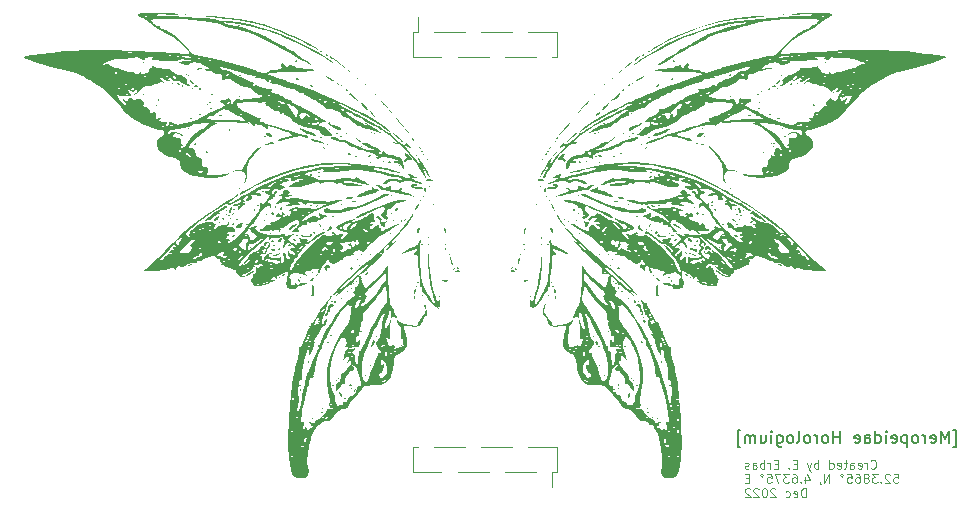
<source format=gbo>
G04 #@! TF.GenerationSoftware,KiCad,Pcbnew,(6.0.2-0)*
G04 #@! TF.CreationDate,2022-12-29T00:03:26+01:00*
G04 #@! TF.ProjectId,nixie-panel,6e697869-652d-4706-916e-656c2e6b6963,rev?*
G04 #@! TF.SameCoordinates,Original*
G04 #@! TF.FileFunction,Legend,Bot*
G04 #@! TF.FilePolarity,Positive*
%FSLAX46Y46*%
G04 Gerber Fmt 4.6, Leading zero omitted, Abs format (unit mm)*
G04 Created by KiCad (PCBNEW (6.0.2-0)) date 2022-12-29 00:03:26*
%MOMM*%
%LPD*%
G01*
G04 APERTURE LIST*
%ADD10C,0.120000*%
%ADD11C,0.160000*%
G04 APERTURE END LIST*
D10*
X93263714Y-60360357D02*
X93299428Y-60396071D01*
X93406571Y-60431785D01*
X93478000Y-60431785D01*
X93585142Y-60396071D01*
X93656571Y-60324642D01*
X93692285Y-60253214D01*
X93728000Y-60110357D01*
X93728000Y-60003214D01*
X93692285Y-59860357D01*
X93656571Y-59788928D01*
X93585142Y-59717500D01*
X93478000Y-59681785D01*
X93406571Y-59681785D01*
X93299428Y-59717500D01*
X93263714Y-59753214D01*
X92942285Y-60431785D02*
X92942285Y-59931785D01*
X92942285Y-60074642D02*
X92906571Y-60003214D01*
X92870857Y-59967500D01*
X92799428Y-59931785D01*
X92728000Y-59931785D01*
X92192285Y-60396071D02*
X92263714Y-60431785D01*
X92406571Y-60431785D01*
X92478000Y-60396071D01*
X92513714Y-60324642D01*
X92513714Y-60038928D01*
X92478000Y-59967500D01*
X92406571Y-59931785D01*
X92263714Y-59931785D01*
X92192285Y-59967500D01*
X92156571Y-60038928D01*
X92156571Y-60110357D01*
X92513714Y-60181785D01*
X91513714Y-60431785D02*
X91513714Y-60038928D01*
X91549428Y-59967500D01*
X91620857Y-59931785D01*
X91763714Y-59931785D01*
X91835142Y-59967500D01*
X91513714Y-60396071D02*
X91585142Y-60431785D01*
X91763714Y-60431785D01*
X91835142Y-60396071D01*
X91870857Y-60324642D01*
X91870857Y-60253214D01*
X91835142Y-60181785D01*
X91763714Y-60146071D01*
X91585142Y-60146071D01*
X91513714Y-60110357D01*
X91263714Y-59931785D02*
X90978000Y-59931785D01*
X91156571Y-59681785D02*
X91156571Y-60324642D01*
X91120857Y-60396071D01*
X91049428Y-60431785D01*
X90978000Y-60431785D01*
X90442285Y-60396071D02*
X90513714Y-60431785D01*
X90656571Y-60431785D01*
X90728000Y-60396071D01*
X90763714Y-60324642D01*
X90763714Y-60038928D01*
X90728000Y-59967500D01*
X90656571Y-59931785D01*
X90513714Y-59931785D01*
X90442285Y-59967500D01*
X90406571Y-60038928D01*
X90406571Y-60110357D01*
X90763714Y-60181785D01*
X89763714Y-60431785D02*
X89763714Y-59681785D01*
X89763714Y-60396071D02*
X89835142Y-60431785D01*
X89978000Y-60431785D01*
X90049428Y-60396071D01*
X90085142Y-60360357D01*
X90120857Y-60288928D01*
X90120857Y-60074642D01*
X90085142Y-60003214D01*
X90049428Y-59967500D01*
X89978000Y-59931785D01*
X89835142Y-59931785D01*
X89763714Y-59967500D01*
X88835142Y-60431785D02*
X88835142Y-59681785D01*
X88835142Y-59967500D02*
X88763714Y-59931785D01*
X88620857Y-59931785D01*
X88549428Y-59967500D01*
X88513714Y-60003214D01*
X88478000Y-60074642D01*
X88478000Y-60288928D01*
X88513714Y-60360357D01*
X88549428Y-60396071D01*
X88620857Y-60431785D01*
X88763714Y-60431785D01*
X88835142Y-60396071D01*
X88228000Y-59931785D02*
X88049428Y-60431785D01*
X87870857Y-59931785D02*
X88049428Y-60431785D01*
X88120857Y-60610357D01*
X88156571Y-60646071D01*
X88228000Y-60681785D01*
X87013714Y-60038928D02*
X86763714Y-60038928D01*
X86656571Y-60431785D02*
X87013714Y-60431785D01*
X87013714Y-59681785D01*
X86656571Y-59681785D01*
X86335142Y-60360357D02*
X86299428Y-60396071D01*
X86335142Y-60431785D01*
X86370857Y-60396071D01*
X86335142Y-60360357D01*
X86335142Y-60431785D01*
X85406571Y-60038928D02*
X85156571Y-60038928D01*
X85049428Y-60431785D02*
X85406571Y-60431785D01*
X85406571Y-59681785D01*
X85049428Y-59681785D01*
X84728000Y-60431785D02*
X84728000Y-59931785D01*
X84728000Y-60074642D02*
X84692285Y-60003214D01*
X84656571Y-59967500D01*
X84585142Y-59931785D01*
X84513714Y-59931785D01*
X84263714Y-60431785D02*
X84263714Y-59681785D01*
X84263714Y-59967500D02*
X84192285Y-59931785D01*
X84049428Y-59931785D01*
X83978000Y-59967500D01*
X83942285Y-60003214D01*
X83906571Y-60074642D01*
X83906571Y-60288928D01*
X83942285Y-60360357D01*
X83978000Y-60396071D01*
X84049428Y-60431785D01*
X84192285Y-60431785D01*
X84263714Y-60396071D01*
X83263714Y-60431785D02*
X83263714Y-60038928D01*
X83299428Y-59967500D01*
X83370857Y-59931785D01*
X83513714Y-59931785D01*
X83585142Y-59967500D01*
X83263714Y-60396071D02*
X83335142Y-60431785D01*
X83513714Y-60431785D01*
X83585142Y-60396071D01*
X83620857Y-60324642D01*
X83620857Y-60253214D01*
X83585142Y-60181785D01*
X83513714Y-60146071D01*
X83335142Y-60146071D01*
X83263714Y-60110357D01*
X82942285Y-60396071D02*
X82870857Y-60431785D01*
X82728000Y-60431785D01*
X82656571Y-60396071D01*
X82620857Y-60324642D01*
X82620857Y-60288928D01*
X82656571Y-60217500D01*
X82728000Y-60181785D01*
X82835142Y-60181785D01*
X82906571Y-60146071D01*
X82942285Y-60074642D01*
X82942285Y-60038928D01*
X82906571Y-59967500D01*
X82835142Y-59931785D01*
X82728000Y-59931785D01*
X82656571Y-59967500D01*
X95192285Y-60889285D02*
X95549428Y-60889285D01*
X95585142Y-61246428D01*
X95549428Y-61210714D01*
X95478000Y-61175000D01*
X95299428Y-61175000D01*
X95228000Y-61210714D01*
X95192285Y-61246428D01*
X95156571Y-61317857D01*
X95156571Y-61496428D01*
X95192285Y-61567857D01*
X95228000Y-61603571D01*
X95299428Y-61639285D01*
X95478000Y-61639285D01*
X95549428Y-61603571D01*
X95585142Y-61567857D01*
X94870857Y-60960714D02*
X94835142Y-60925000D01*
X94763714Y-60889285D01*
X94585142Y-60889285D01*
X94513714Y-60925000D01*
X94478000Y-60960714D01*
X94442285Y-61032142D01*
X94442285Y-61103571D01*
X94478000Y-61210714D01*
X94906571Y-61639285D01*
X94442285Y-61639285D01*
X94120857Y-61567857D02*
X94085142Y-61603571D01*
X94120857Y-61639285D01*
X94156571Y-61603571D01*
X94120857Y-61567857D01*
X94120857Y-61639285D01*
X93835142Y-60889285D02*
X93370857Y-60889285D01*
X93620857Y-61175000D01*
X93513714Y-61175000D01*
X93442285Y-61210714D01*
X93406571Y-61246428D01*
X93370857Y-61317857D01*
X93370857Y-61496428D01*
X93406571Y-61567857D01*
X93442285Y-61603571D01*
X93513714Y-61639285D01*
X93728000Y-61639285D01*
X93799428Y-61603571D01*
X93835142Y-61567857D01*
X92942285Y-61210714D02*
X93013714Y-61175000D01*
X93049428Y-61139285D01*
X93085142Y-61067857D01*
X93085142Y-61032142D01*
X93049428Y-60960714D01*
X93013714Y-60925000D01*
X92942285Y-60889285D01*
X92799428Y-60889285D01*
X92728000Y-60925000D01*
X92692285Y-60960714D01*
X92656571Y-61032142D01*
X92656571Y-61067857D01*
X92692285Y-61139285D01*
X92728000Y-61175000D01*
X92799428Y-61210714D01*
X92942285Y-61210714D01*
X93013714Y-61246428D01*
X93049428Y-61282142D01*
X93085142Y-61353571D01*
X93085142Y-61496428D01*
X93049428Y-61567857D01*
X93013714Y-61603571D01*
X92942285Y-61639285D01*
X92799428Y-61639285D01*
X92728000Y-61603571D01*
X92692285Y-61567857D01*
X92656571Y-61496428D01*
X92656571Y-61353571D01*
X92692285Y-61282142D01*
X92728000Y-61246428D01*
X92799428Y-61210714D01*
X92013714Y-60889285D02*
X92156571Y-60889285D01*
X92228000Y-60925000D01*
X92263714Y-60960714D01*
X92335142Y-61067857D01*
X92370857Y-61210714D01*
X92370857Y-61496428D01*
X92335142Y-61567857D01*
X92299428Y-61603571D01*
X92228000Y-61639285D01*
X92085142Y-61639285D01*
X92013714Y-61603571D01*
X91978000Y-61567857D01*
X91942285Y-61496428D01*
X91942285Y-61317857D01*
X91978000Y-61246428D01*
X92013714Y-61210714D01*
X92085142Y-61175000D01*
X92228000Y-61175000D01*
X92299428Y-61210714D01*
X92335142Y-61246428D01*
X92370857Y-61317857D01*
X91263714Y-60889285D02*
X91620857Y-60889285D01*
X91656571Y-61246428D01*
X91620857Y-61210714D01*
X91549428Y-61175000D01*
X91370857Y-61175000D01*
X91299428Y-61210714D01*
X91263714Y-61246428D01*
X91228000Y-61317857D01*
X91228000Y-61496428D01*
X91263714Y-61567857D01*
X91299428Y-61603571D01*
X91370857Y-61639285D01*
X91549428Y-61639285D01*
X91620857Y-61603571D01*
X91656571Y-61567857D01*
X90799428Y-60889285D02*
X90870857Y-60925000D01*
X90906571Y-60996428D01*
X90870857Y-61067857D01*
X90799428Y-61103571D01*
X90728000Y-61067857D01*
X90692285Y-60996428D01*
X90728000Y-60925000D01*
X90799428Y-60889285D01*
X89763714Y-61639285D02*
X89763714Y-60889285D01*
X89335142Y-61639285D01*
X89335142Y-60889285D01*
X88942285Y-61603571D02*
X88942285Y-61639285D01*
X88978000Y-61710714D01*
X89013714Y-61746428D01*
X87728000Y-61139285D02*
X87728000Y-61639285D01*
X87906571Y-60853571D02*
X88085142Y-61389285D01*
X87620857Y-61389285D01*
X87335142Y-61567857D02*
X87299428Y-61603571D01*
X87335142Y-61639285D01*
X87370857Y-61603571D01*
X87335142Y-61567857D01*
X87335142Y-61639285D01*
X86656571Y-60889285D02*
X86799428Y-60889285D01*
X86870857Y-60925000D01*
X86906571Y-60960714D01*
X86978000Y-61067857D01*
X87013714Y-61210714D01*
X87013714Y-61496428D01*
X86978000Y-61567857D01*
X86942285Y-61603571D01*
X86870857Y-61639285D01*
X86728000Y-61639285D01*
X86656571Y-61603571D01*
X86620857Y-61567857D01*
X86585142Y-61496428D01*
X86585142Y-61317857D01*
X86620857Y-61246428D01*
X86656571Y-61210714D01*
X86728000Y-61175000D01*
X86870857Y-61175000D01*
X86942285Y-61210714D01*
X86978000Y-61246428D01*
X87013714Y-61317857D01*
X86335142Y-60889285D02*
X85870857Y-60889285D01*
X86120857Y-61175000D01*
X86013714Y-61175000D01*
X85942285Y-61210714D01*
X85906571Y-61246428D01*
X85870857Y-61317857D01*
X85870857Y-61496428D01*
X85906571Y-61567857D01*
X85942285Y-61603571D01*
X86013714Y-61639285D01*
X86228000Y-61639285D01*
X86299428Y-61603571D01*
X86335142Y-61567857D01*
X85620857Y-60889285D02*
X85120857Y-60889285D01*
X85442285Y-61639285D01*
X84478000Y-60889285D02*
X84835142Y-60889285D01*
X84870857Y-61246428D01*
X84835142Y-61210714D01*
X84763714Y-61175000D01*
X84585142Y-61175000D01*
X84513714Y-61210714D01*
X84478000Y-61246428D01*
X84442285Y-61317857D01*
X84442285Y-61496428D01*
X84478000Y-61567857D01*
X84513714Y-61603571D01*
X84585142Y-61639285D01*
X84763714Y-61639285D01*
X84835142Y-61603571D01*
X84870857Y-61567857D01*
X84013714Y-60889285D02*
X84085142Y-60925000D01*
X84120857Y-60996428D01*
X84085142Y-61067857D01*
X84013714Y-61103571D01*
X83942285Y-61067857D01*
X83906571Y-60996428D01*
X83942285Y-60925000D01*
X84013714Y-60889285D01*
X82978000Y-61246428D02*
X82728000Y-61246428D01*
X82620857Y-61639285D02*
X82978000Y-61639285D01*
X82978000Y-60889285D01*
X82620857Y-60889285D01*
X87763714Y-62846785D02*
X87763714Y-62096785D01*
X87585142Y-62096785D01*
X87478000Y-62132500D01*
X87406571Y-62203928D01*
X87370857Y-62275357D01*
X87335142Y-62418214D01*
X87335142Y-62525357D01*
X87370857Y-62668214D01*
X87406571Y-62739642D01*
X87478000Y-62811071D01*
X87585142Y-62846785D01*
X87763714Y-62846785D01*
X86728000Y-62811071D02*
X86799428Y-62846785D01*
X86942285Y-62846785D01*
X87013714Y-62811071D01*
X87049428Y-62739642D01*
X87049428Y-62453928D01*
X87013714Y-62382500D01*
X86942285Y-62346785D01*
X86799428Y-62346785D01*
X86728000Y-62382500D01*
X86692285Y-62453928D01*
X86692285Y-62525357D01*
X87049428Y-62596785D01*
X86049428Y-62811071D02*
X86120857Y-62846785D01*
X86263714Y-62846785D01*
X86335142Y-62811071D01*
X86370857Y-62775357D01*
X86406571Y-62703928D01*
X86406571Y-62489642D01*
X86370857Y-62418214D01*
X86335142Y-62382500D01*
X86263714Y-62346785D01*
X86120857Y-62346785D01*
X86049428Y-62382500D01*
X85192285Y-62168214D02*
X85156571Y-62132500D01*
X85085142Y-62096785D01*
X84906571Y-62096785D01*
X84835142Y-62132500D01*
X84799428Y-62168214D01*
X84763714Y-62239642D01*
X84763714Y-62311071D01*
X84799428Y-62418214D01*
X85228000Y-62846785D01*
X84763714Y-62846785D01*
X84299428Y-62096785D02*
X84228000Y-62096785D01*
X84156571Y-62132500D01*
X84120857Y-62168214D01*
X84085142Y-62239642D01*
X84049428Y-62382500D01*
X84049428Y-62561071D01*
X84085142Y-62703928D01*
X84120857Y-62775357D01*
X84156571Y-62811071D01*
X84228000Y-62846785D01*
X84299428Y-62846785D01*
X84370857Y-62811071D01*
X84406571Y-62775357D01*
X84442285Y-62703928D01*
X84478000Y-62561071D01*
X84478000Y-62382500D01*
X84442285Y-62239642D01*
X84406571Y-62168214D01*
X84370857Y-62132500D01*
X84299428Y-62096785D01*
X83763714Y-62168214D02*
X83728000Y-62132500D01*
X83656571Y-62096785D01*
X83478000Y-62096785D01*
X83406571Y-62132500D01*
X83370857Y-62168214D01*
X83335142Y-62239642D01*
X83335142Y-62311071D01*
X83370857Y-62418214D01*
X83799428Y-62846785D01*
X83335142Y-62846785D01*
X83049428Y-62168214D02*
X83013714Y-62132500D01*
X82942285Y-62096785D01*
X82763714Y-62096785D01*
X82692285Y-62132500D01*
X82656571Y-62168214D01*
X82620857Y-62239642D01*
X82620857Y-62311071D01*
X82656571Y-62418214D01*
X83085142Y-62846785D01*
X82620857Y-62846785D01*
D11*
X100227809Y-58580714D02*
X100465904Y-58580714D01*
X100465904Y-57152142D01*
X100227809Y-57152142D01*
X99846857Y-58247380D02*
X99846857Y-57247380D01*
X99513523Y-57961666D01*
X99180190Y-57247380D01*
X99180190Y-58247380D01*
X98323047Y-58199761D02*
X98418285Y-58247380D01*
X98608761Y-58247380D01*
X98704000Y-58199761D01*
X98751619Y-58104523D01*
X98751619Y-57723571D01*
X98704000Y-57628333D01*
X98608761Y-57580714D01*
X98418285Y-57580714D01*
X98323047Y-57628333D01*
X98275428Y-57723571D01*
X98275428Y-57818809D01*
X98751619Y-57914047D01*
X97846857Y-58247380D02*
X97846857Y-57580714D01*
X97846857Y-57771190D02*
X97799238Y-57675952D01*
X97751619Y-57628333D01*
X97656380Y-57580714D01*
X97561142Y-57580714D01*
X97084952Y-58247380D02*
X97180190Y-58199761D01*
X97227809Y-58152142D01*
X97275428Y-58056904D01*
X97275428Y-57771190D01*
X97227809Y-57675952D01*
X97180190Y-57628333D01*
X97084952Y-57580714D01*
X96942095Y-57580714D01*
X96846857Y-57628333D01*
X96799238Y-57675952D01*
X96751619Y-57771190D01*
X96751619Y-58056904D01*
X96799238Y-58152142D01*
X96846857Y-58199761D01*
X96942095Y-58247380D01*
X97084952Y-58247380D01*
X96323047Y-57580714D02*
X96323047Y-58580714D01*
X96323047Y-57628333D02*
X96227809Y-57580714D01*
X96037333Y-57580714D01*
X95942095Y-57628333D01*
X95894476Y-57675952D01*
X95846857Y-57771190D01*
X95846857Y-58056904D01*
X95894476Y-58152142D01*
X95942095Y-58199761D01*
X96037333Y-58247380D01*
X96227809Y-58247380D01*
X96323047Y-58199761D01*
X95037333Y-58199761D02*
X95132571Y-58247380D01*
X95323047Y-58247380D01*
X95418285Y-58199761D01*
X95465904Y-58104523D01*
X95465904Y-57723571D01*
X95418285Y-57628333D01*
X95323047Y-57580714D01*
X95132571Y-57580714D01*
X95037333Y-57628333D01*
X94989714Y-57723571D01*
X94989714Y-57818809D01*
X95465904Y-57914047D01*
X94561142Y-58247380D02*
X94561142Y-57580714D01*
X94561142Y-57247380D02*
X94608761Y-57295000D01*
X94561142Y-57342619D01*
X94513523Y-57295000D01*
X94561142Y-57247380D01*
X94561142Y-57342619D01*
X93656380Y-58247380D02*
X93656380Y-57247380D01*
X93656380Y-58199761D02*
X93751619Y-58247380D01*
X93942095Y-58247380D01*
X94037333Y-58199761D01*
X94084952Y-58152142D01*
X94132571Y-58056904D01*
X94132571Y-57771190D01*
X94084952Y-57675952D01*
X94037333Y-57628333D01*
X93942095Y-57580714D01*
X93751619Y-57580714D01*
X93656380Y-57628333D01*
X92751619Y-58247380D02*
X92751619Y-57723571D01*
X92799238Y-57628333D01*
X92894476Y-57580714D01*
X93084952Y-57580714D01*
X93180190Y-57628333D01*
X92751619Y-58199761D02*
X92846857Y-58247380D01*
X93084952Y-58247380D01*
X93180190Y-58199761D01*
X93227809Y-58104523D01*
X93227809Y-58009285D01*
X93180190Y-57914047D01*
X93084952Y-57866428D01*
X92846857Y-57866428D01*
X92751619Y-57818809D01*
X91894476Y-58199761D02*
X91989714Y-58247380D01*
X92180190Y-58247380D01*
X92275428Y-58199761D01*
X92323047Y-58104523D01*
X92323047Y-57723571D01*
X92275428Y-57628333D01*
X92180190Y-57580714D01*
X91989714Y-57580714D01*
X91894476Y-57628333D01*
X91846857Y-57723571D01*
X91846857Y-57818809D01*
X92323047Y-57914047D01*
X90656380Y-58247380D02*
X90656380Y-57247380D01*
X90656380Y-57723571D02*
X90084952Y-57723571D01*
X90084952Y-58247380D02*
X90084952Y-57247380D01*
X89465904Y-58247380D02*
X89561142Y-58199761D01*
X89608761Y-58152142D01*
X89656380Y-58056904D01*
X89656380Y-57771190D01*
X89608761Y-57675952D01*
X89561142Y-57628333D01*
X89465904Y-57580714D01*
X89323047Y-57580714D01*
X89227809Y-57628333D01*
X89180190Y-57675952D01*
X89132571Y-57771190D01*
X89132571Y-58056904D01*
X89180190Y-58152142D01*
X89227809Y-58199761D01*
X89323047Y-58247380D01*
X89465904Y-58247380D01*
X88704000Y-58247380D02*
X88704000Y-57580714D01*
X88704000Y-57771190D02*
X88656380Y-57675952D01*
X88608761Y-57628333D01*
X88513523Y-57580714D01*
X88418285Y-57580714D01*
X87942095Y-58247380D02*
X88037333Y-58199761D01*
X88084952Y-58152142D01*
X88132571Y-58056904D01*
X88132571Y-57771190D01*
X88084952Y-57675952D01*
X88037333Y-57628333D01*
X87942095Y-57580714D01*
X87799238Y-57580714D01*
X87704000Y-57628333D01*
X87656380Y-57675952D01*
X87608761Y-57771190D01*
X87608761Y-58056904D01*
X87656380Y-58152142D01*
X87704000Y-58199761D01*
X87799238Y-58247380D01*
X87942095Y-58247380D01*
X87037333Y-58247380D02*
X87132571Y-58199761D01*
X87180190Y-58104523D01*
X87180190Y-57247380D01*
X86513523Y-58247380D02*
X86608761Y-58199761D01*
X86656380Y-58152142D01*
X86704000Y-58056904D01*
X86704000Y-57771190D01*
X86656380Y-57675952D01*
X86608761Y-57628333D01*
X86513523Y-57580714D01*
X86370666Y-57580714D01*
X86275428Y-57628333D01*
X86227809Y-57675952D01*
X86180190Y-57771190D01*
X86180190Y-58056904D01*
X86227809Y-58152142D01*
X86275428Y-58199761D01*
X86370666Y-58247380D01*
X86513523Y-58247380D01*
X85323047Y-57580714D02*
X85323047Y-58390238D01*
X85370666Y-58485476D01*
X85418285Y-58533095D01*
X85513523Y-58580714D01*
X85656380Y-58580714D01*
X85751619Y-58533095D01*
X85323047Y-58199761D02*
X85418285Y-58247380D01*
X85608761Y-58247380D01*
X85704000Y-58199761D01*
X85751619Y-58152142D01*
X85799238Y-58056904D01*
X85799238Y-57771190D01*
X85751619Y-57675952D01*
X85704000Y-57628333D01*
X85608761Y-57580714D01*
X85418285Y-57580714D01*
X85323047Y-57628333D01*
X84846857Y-58247380D02*
X84846857Y-57580714D01*
X84846857Y-57247380D02*
X84894476Y-57295000D01*
X84846857Y-57342619D01*
X84799238Y-57295000D01*
X84846857Y-57247380D01*
X84846857Y-57342619D01*
X83942095Y-57580714D02*
X83942095Y-58247380D01*
X84370666Y-57580714D02*
X84370666Y-58104523D01*
X84323047Y-58199761D01*
X84227809Y-58247380D01*
X84084952Y-58247380D01*
X83989714Y-58199761D01*
X83942095Y-58152142D01*
X83465904Y-58247380D02*
X83465904Y-57580714D01*
X83465904Y-57675952D02*
X83418285Y-57628333D01*
X83323047Y-57580714D01*
X83180190Y-57580714D01*
X83084952Y-57628333D01*
X83037333Y-57723571D01*
X83037333Y-58247380D01*
X83037333Y-57723571D02*
X82989714Y-57628333D01*
X82894476Y-57580714D01*
X82751619Y-57580714D01*
X82656380Y-57628333D01*
X82608761Y-57723571D01*
X82608761Y-58247380D01*
X82227809Y-58580714D02*
X81989714Y-58580714D01*
X81989714Y-57152142D01*
X82227809Y-57152142D01*
D10*
G04 #@! TO.C,J1*
X54540000Y-25560000D02*
X56915000Y-25560000D01*
X66285000Y-25560000D02*
X66660000Y-25560000D01*
X58285000Y-25560000D02*
X60915000Y-25560000D01*
X64285000Y-23440000D02*
X66660000Y-23440000D01*
X66660000Y-23440000D02*
X66660000Y-25560000D01*
X54915000Y-23440000D02*
X54915000Y-22210000D01*
X62285000Y-25560000D02*
X64915000Y-25560000D01*
X56285000Y-23440000D02*
X58915000Y-23440000D01*
X60285000Y-23440000D02*
X62915000Y-23440000D01*
X54540000Y-23440000D02*
X54540000Y-25560000D01*
X54540000Y-23440000D02*
X54915000Y-23440000D01*
G04 #@! TO.C,J2*
X66285000Y-60760000D02*
X66285000Y-61990000D01*
X66660000Y-58640000D02*
X64285000Y-58640000D01*
X58915000Y-58640000D02*
X56285000Y-58640000D01*
X60915000Y-60760000D02*
X58285000Y-60760000D01*
X66660000Y-60760000D02*
X66660000Y-58640000D01*
X62915000Y-58640000D02*
X60285000Y-58640000D01*
X66660000Y-60760000D02*
X66285000Y-60760000D01*
X56915000Y-60760000D02*
X54540000Y-60760000D01*
X54915000Y-58640000D02*
X54540000Y-58640000D01*
X54540000Y-60760000D02*
X54540000Y-58640000D01*
X64915000Y-60760000D02*
X62285000Y-60760000D01*
G04 #@! TO.C,G\u002A\u002A\u002A*
G36*
X74532773Y-25112185D02*
G01*
X74479412Y-25165546D01*
X74426051Y-25112185D01*
X74479412Y-25058823D01*
X74532773Y-25112185D01*
G37*
G36*
X87232773Y-43681933D02*
G01*
X87179412Y-43735294D01*
X87126051Y-43681933D01*
X87179412Y-43628571D01*
X87232773Y-43681933D01*
G37*
G36*
X72077818Y-37440472D02*
G01*
X72305037Y-37473187D01*
X72398320Y-37545378D01*
X72396389Y-37562868D01*
X72291057Y-37639454D01*
X72085578Y-37633624D01*
X71864706Y-37545378D01*
X71813049Y-37505333D01*
X71836292Y-37455403D01*
X72051471Y-37440290D01*
X72077818Y-37440472D01*
G37*
G36*
X69042158Y-37149591D02*
G01*
X69285482Y-37257372D01*
X69444050Y-37366675D01*
X69723446Y-37492893D01*
X69728446Y-37494447D01*
X69957236Y-37585158D01*
X70299798Y-37741967D01*
X70683950Y-37931886D01*
X70905769Y-38040144D01*
X71422865Y-38231590D01*
X71870042Y-38291916D01*
X72007541Y-38296199D01*
X72297808Y-38334582D01*
X72462937Y-38399743D01*
X72530734Y-38438154D01*
X72755229Y-38494825D01*
X73053132Y-38533115D01*
X73353612Y-38547948D01*
X73585842Y-38534244D01*
X73678992Y-38486926D01*
X73719383Y-38439610D01*
X73889201Y-38402968D01*
X74099236Y-38411840D01*
X74247254Y-38469382D01*
X74266313Y-38527208D01*
X74198612Y-38682827D01*
X74158072Y-38717030D01*
X73913282Y-38795185D01*
X73532521Y-38821402D01*
X73284802Y-38812736D01*
X72307331Y-38669101D01*
X71241687Y-38354369D01*
X70110070Y-37874681D01*
X69918399Y-37782317D01*
X69493152Y-37580147D01*
X69135329Y-37413591D01*
X68907087Y-37311735D01*
X68712097Y-37224283D01*
X68696934Y-37179452D01*
X68858591Y-37144220D01*
X69042158Y-37149591D01*
G37*
G36*
X62963553Y-43398636D02*
G01*
X62930608Y-43446046D01*
X62840340Y-43521849D01*
X62825421Y-43520810D01*
X62801918Y-43459032D01*
X62916490Y-43351573D01*
X62976131Y-43325607D01*
X62963553Y-43398636D01*
G37*
G36*
X71544538Y-44589075D02*
G01*
X71536836Y-44645574D01*
X71473390Y-44660224D01*
X71460617Y-44644582D01*
X71473390Y-44517927D01*
X71505490Y-44501231D01*
X71544538Y-44589075D01*
G37*
G36*
X68556303Y-38826050D02*
G01*
X68548601Y-38882549D01*
X68485154Y-38897199D01*
X68472382Y-38881557D01*
X68485154Y-38754902D01*
X68517255Y-38738205D01*
X68556303Y-38826050D01*
G37*
G36*
X70797479Y-27886975D02*
G01*
X70744118Y-27940336D01*
X70690756Y-27886975D01*
X70744118Y-27833613D01*
X70797479Y-27886975D01*
G37*
G36*
X74497199Y-55617087D02*
G01*
X74513895Y-55649187D01*
X74426051Y-55688235D01*
X74369552Y-55680533D01*
X74354902Y-55617087D01*
X74370544Y-55604314D01*
X74497199Y-55617087D01*
G37*
G36*
X71117647Y-48804622D02*
G01*
X71064286Y-48857983D01*
X71010925Y-48804622D01*
X71064286Y-48751260D01*
X71117647Y-48804622D01*
G37*
G36*
X98268872Y-25331969D02*
G01*
X98857988Y-25406195D01*
X99031256Y-25432353D01*
X99272963Y-25468843D01*
X99512592Y-25521288D01*
X99520373Y-25522991D01*
X99623021Y-25573662D01*
X99603712Y-25625875D01*
X99492360Y-25695206D01*
X99146633Y-25854539D01*
X99134117Y-25859244D01*
X98672614Y-26032726D01*
X98183938Y-26192098D01*
X98123079Y-26211946D01*
X97565923Y-26370087D01*
X97550805Y-26374378D01*
X97008570Y-26502201D01*
X96342778Y-26646204D01*
X95687000Y-26813025D01*
X95521621Y-26866811D01*
X95158730Y-26984834D01*
X95046251Y-27033193D01*
X94711455Y-27177135D01*
X94693655Y-27186979D01*
X94585782Y-27246638D01*
X94298659Y-27405431D01*
X94108171Y-27521222D01*
X93943380Y-27620168D01*
X93676765Y-27780252D01*
X93668003Y-27785513D01*
X93496670Y-27886975D01*
X93316454Y-27993697D01*
X93252586Y-28031519D01*
X93001450Y-28197081D01*
X92988478Y-28205633D01*
X92603407Y-28527311D01*
X92432857Y-28669784D01*
X92257702Y-28848712D01*
X91829201Y-29286445D01*
X91205039Y-30028763D01*
X91001224Y-30262511D01*
X90806485Y-30448319D01*
X90620251Y-30626012D01*
X90249628Y-30910207D01*
X90006769Y-31049028D01*
X89584628Y-31250975D01*
X89455250Y-31304762D01*
X89176028Y-31420844D01*
X89109385Y-31448550D01*
X88641792Y-31618484D01*
X88242599Y-31737507D01*
X87972558Y-31782353D01*
X87844322Y-31802596D01*
X87730383Y-31920425D01*
X87756979Y-32029112D01*
X87772383Y-32092062D01*
X87970572Y-32257816D01*
X88036352Y-32294718D01*
X88310752Y-32557685D01*
X88411197Y-32878143D01*
X88378452Y-33063025D01*
X88350547Y-33220577D01*
X88149602Y-33536979D01*
X88141665Y-33549477D01*
X87797413Y-33829330D01*
X87715876Y-33863445D01*
X87330653Y-34024623D01*
X87143070Y-34076891D01*
X87011003Y-34113690D01*
X86676153Y-34225996D01*
X86484918Y-34333662D01*
X86398314Y-34461643D01*
X86377358Y-34634897D01*
X86376432Y-34663865D01*
X86375024Y-34707882D01*
X86309075Y-34989598D01*
X86128616Y-35216725D01*
X85986917Y-35304202D01*
X85801553Y-35418636D01*
X85295789Y-35624703D01*
X84653599Y-35778001D01*
X83928691Y-35827335D01*
X83210983Y-35772996D01*
X82590336Y-35615298D01*
X82381949Y-35528488D01*
X82288810Y-35471824D01*
X82376891Y-35475731D01*
X82604785Y-35509083D01*
X82989702Y-35544137D01*
X83414746Y-35567344D01*
X84132433Y-35592549D01*
X84103809Y-35368981D01*
X84351261Y-35368981D01*
X84380839Y-35408740D01*
X84503165Y-35393893D01*
X84617312Y-35305424D01*
X84617553Y-35304202D01*
X84778151Y-35304202D01*
X84781253Y-35329711D01*
X84884874Y-35410924D01*
X84910384Y-35407823D01*
X84991597Y-35304202D01*
X84988496Y-35278692D01*
X84884874Y-35197479D01*
X84859365Y-35200580D01*
X84815912Y-35256022D01*
X84778151Y-35304202D01*
X84617553Y-35304202D01*
X84627055Y-35256022D01*
X84516888Y-35263481D01*
X84434974Y-35300439D01*
X84351261Y-35368981D01*
X84103809Y-35368981D01*
X84085877Y-35228918D01*
X84068729Y-35004798D01*
X84119425Y-34900118D01*
X84275333Y-34897980D01*
X84426693Y-34891255D01*
X84513891Y-34777878D01*
X84546226Y-34608359D01*
X84800953Y-34608359D01*
X84813726Y-34735014D01*
X84845826Y-34751710D01*
X84884874Y-34663865D01*
X84877172Y-34607367D01*
X84813726Y-34592717D01*
X84800953Y-34608359D01*
X84546226Y-34608359D01*
X84566173Y-34503781D01*
X84571243Y-34466605D01*
X84648036Y-34182711D01*
X84766030Y-34107936D01*
X84848047Y-34098591D01*
X84842163Y-33959437D01*
X84834564Y-33939270D01*
X84818442Y-33838682D01*
X84926291Y-33906894D01*
X85027737Y-33969098D01*
X85148478Y-33921989D01*
X85167012Y-33876280D01*
X85106906Y-33810084D01*
X85054437Y-33755554D01*
X85117738Y-33543277D01*
X85118169Y-33542334D01*
X85282919Y-33320744D01*
X85464204Y-33305507D01*
X85636684Y-33498794D01*
X85647837Y-33520212D01*
X85693211Y-33725453D01*
X85570537Y-33925685D01*
X85470590Y-34065345D01*
X85482998Y-34130252D01*
X85563273Y-34112971D01*
X85595227Y-34076891D01*
X85845378Y-34076891D01*
X85898740Y-34130252D01*
X85952101Y-34076891D01*
X85898740Y-34023529D01*
X85845378Y-34076891D01*
X85595227Y-34076891D01*
X85704844Y-33953118D01*
X85723176Y-33863445D01*
X86272269Y-33863445D01*
X86325630Y-33916807D01*
X86378992Y-33863445D01*
X86325630Y-33810084D01*
X86272269Y-33863445D01*
X85723176Y-33863445D01*
X85761494Y-33676008D01*
X85751419Y-33604013D01*
X86330188Y-33604013D01*
X86358133Y-33644951D01*
X86450543Y-33691175D01*
X86485714Y-33536979D01*
X86470062Y-33460817D01*
X86377251Y-33437630D01*
X86343572Y-33466946D01*
X86330188Y-33604013D01*
X85751419Y-33604013D01*
X85714969Y-33343544D01*
X85691124Y-33280015D01*
X85500916Y-32973143D01*
X85190556Y-32609194D01*
X84802378Y-32225392D01*
X84378717Y-31858961D01*
X83961905Y-31547122D01*
X83594277Y-31327098D01*
X83318166Y-31236112D01*
X83294560Y-31233671D01*
X83282508Y-31207552D01*
X83925192Y-31207552D01*
X83958452Y-31256664D01*
X84126755Y-31395487D01*
X84383450Y-31571797D01*
X84667668Y-31744778D01*
X84918542Y-31873617D01*
X85066348Y-31979836D01*
X85303751Y-32209126D01*
X85562799Y-32495357D01*
X85788337Y-32777186D01*
X85925213Y-32993270D01*
X86011690Y-33128366D01*
X86172940Y-33255784D01*
X86316777Y-33275505D01*
X86378992Y-33163449D01*
X86370612Y-33124848D01*
X86272269Y-33116386D01*
X86230929Y-33133062D01*
X86165546Y-33069323D01*
X86169742Y-33038288D01*
X86208983Y-33007519D01*
X86508516Y-33007519D01*
X86521289Y-33134173D01*
X86553389Y-33150870D01*
X86592437Y-33063025D01*
X86584735Y-33006526D01*
X86521289Y-32991877D01*
X86508516Y-33007519D01*
X86208983Y-33007519D01*
X86274302Y-32956302D01*
X86331119Y-32891852D01*
X86316094Y-32689496D01*
X86309249Y-32661004D01*
X86303081Y-32480672D01*
X86422950Y-32407927D01*
X86709503Y-32414340D01*
X86813026Y-32401596D01*
X87005858Y-32278835D01*
X87044878Y-32224936D01*
X87036750Y-32127247D01*
X86846675Y-32055541D01*
X86629035Y-32036149D01*
X86448933Y-32096613D01*
X86395019Y-32141650D01*
X86230527Y-32209244D01*
X86213364Y-32168666D01*
X86331913Y-32052726D01*
X86556534Y-31967770D01*
X86872535Y-31956171D01*
X87173711Y-32017946D01*
X87364542Y-32144595D01*
X87416873Y-32168868D01*
X87444584Y-32029112D01*
X87414286Y-31879275D01*
X87259454Y-31801882D01*
X87171117Y-31795592D01*
X86885183Y-31745099D01*
X86502280Y-31658766D01*
X86092417Y-31553963D01*
X85774539Y-31462185D01*
X87766387Y-31462185D01*
X87767610Y-31486337D01*
X87813450Y-31568907D01*
X87830569Y-31563996D01*
X87926471Y-31462185D01*
X87943146Y-31420844D01*
X87879408Y-31355462D01*
X87848430Y-31359563D01*
X87766387Y-31462185D01*
X85774539Y-31462185D01*
X85725603Y-31448056D01*
X85513841Y-31373249D01*
X87019328Y-31373249D01*
X87021229Y-31387644D01*
X87127075Y-31451680D01*
X87328022Y-31446237D01*
X87530460Y-31371615D01*
X87542235Y-31363633D01*
X87543924Y-31304762D01*
X87343695Y-31284314D01*
X87336456Y-31284336D01*
X87112231Y-31311097D01*
X87019328Y-31373249D01*
X85513841Y-31373249D01*
X85471849Y-31358415D01*
X85326272Y-31307066D01*
X85098320Y-31266881D01*
X85028464Y-31263830D01*
X84766428Y-31236796D01*
X84431303Y-31190648D01*
X84260705Y-31169917D01*
X84019051Y-31166773D01*
X83925192Y-31207552D01*
X83282508Y-31207552D01*
X83277931Y-31197633D01*
X83444118Y-31136371D01*
X83470302Y-31127977D01*
X83456498Y-31098650D01*
X83249796Y-31080903D01*
X82866655Y-31075513D01*
X82323530Y-31083261D01*
X82211587Y-31086114D01*
X81670177Y-31105890D01*
X81201369Y-31132385D01*
X80852105Y-31162484D01*
X80669328Y-31193070D01*
X80623450Y-31209009D01*
X80528862Y-31228625D01*
X80615967Y-31153718D01*
X80688203Y-31085835D01*
X80662771Y-31036928D01*
X80521863Y-31094552D01*
X80320385Y-31248739D01*
X80279987Y-31285582D01*
X80091666Y-31429859D01*
X80001024Y-31451258D01*
X80038611Y-31339897D01*
X80050742Y-31317155D01*
X80014248Y-31264460D01*
X79804784Y-31304016D01*
X79760953Y-31315411D01*
X79423591Y-31376503D01*
X79053185Y-31413549D01*
X78992093Y-31418094D01*
X78618474Y-31488603D01*
X78306126Y-31606793D01*
X78128074Y-31690886D01*
X77768058Y-31827550D01*
X77369693Y-31952496D01*
X76738126Y-32128081D01*
X77049525Y-32258742D01*
X77063841Y-32264656D01*
X77397561Y-32376039D01*
X77761135Y-32464243D01*
X77835181Y-32479850D01*
X78067661Y-32558127D01*
X78161345Y-32640970D01*
X78158855Y-32689199D01*
X78125811Y-32728824D01*
X78019570Y-32718680D01*
X77797354Y-32651918D01*
X77416386Y-32521688D01*
X77150841Y-32440204D01*
X76786982Y-32367541D01*
X76548815Y-32373038D01*
X76391907Y-32399196D01*
X76400420Y-32315966D01*
X76416878Y-32276110D01*
X76336879Y-32240254D01*
X76080236Y-32308195D01*
X75653362Y-32478535D01*
X75606926Y-32498349D01*
X75259842Y-32632366D01*
X74883357Y-32759663D01*
X74534740Y-32863062D01*
X74271257Y-32925383D01*
X74150178Y-32929449D01*
X74197307Y-32880183D01*
X74397335Y-32777650D01*
X74706198Y-32649475D01*
X74987269Y-32550144D01*
X75244787Y-32478651D01*
X75364814Y-32472097D01*
X75409931Y-32479824D01*
X75536086Y-32387179D01*
X75573383Y-32357217D01*
X75790454Y-32253075D01*
X76137923Y-32126662D01*
X76560504Y-31998930D01*
X76734304Y-31950458D01*
X77130372Y-31834374D01*
X77428448Y-31739073D01*
X77574370Y-31681511D01*
X77714538Y-31614369D01*
X78030823Y-31502166D01*
X78419475Y-31388690D01*
X78801681Y-31298537D01*
X78831242Y-31292408D01*
X79116228Y-31210895D01*
X79303939Y-31120505D01*
X79374475Y-31082274D01*
X79555498Y-31092832D01*
X79630069Y-31099627D01*
X79608347Y-30955252D01*
X80832940Y-30955252D01*
X80867263Y-31001198D01*
X81034432Y-31031302D01*
X81260424Y-31010239D01*
X81454583Y-30940202D01*
X81465106Y-30934992D01*
X81648987Y-30902899D01*
X81994427Y-30879378D01*
X82456158Y-30866597D01*
X82988913Y-30866724D01*
X83028626Y-30867230D01*
X83614349Y-30868574D01*
X83992990Y-30855381D01*
X84170130Y-30827252D01*
X84151348Y-30783789D01*
X84009575Y-30703854D01*
X83924370Y-30606894D01*
X83842705Y-30565555D01*
X83630883Y-30570332D01*
X83620124Y-30571731D01*
X83465515Y-30577635D01*
X83485946Y-30541590D01*
X83513378Y-30526436D01*
X83518129Y-30445208D01*
X83325862Y-30329663D01*
X83064606Y-30194744D01*
X82829541Y-30050119D01*
X82749207Y-30000468D01*
X82581431Y-29983221D01*
X82349289Y-30100145D01*
X82167643Y-30206579D01*
X81824446Y-30390733D01*
X81745158Y-30430532D01*
X81446595Y-30580397D01*
X81155817Y-30730402D01*
X80923377Y-30871021D01*
X80832940Y-30955252D01*
X79608347Y-30955252D01*
X79606343Y-30941936D01*
X79595361Y-30905140D01*
X79599030Y-30753066D01*
X79762546Y-30715126D01*
X79853963Y-30700295D01*
X80133668Y-30601775D01*
X80442650Y-30462632D01*
X81168458Y-30462632D01*
X81256303Y-30501680D01*
X81312801Y-30493979D01*
X81327451Y-30430532D01*
X81311809Y-30417759D01*
X81185154Y-30430532D01*
X81168458Y-30462632D01*
X80442650Y-30462632D01*
X80498991Y-30437260D01*
X80887459Y-30237837D01*
X81236593Y-30034592D01*
X81483920Y-29858612D01*
X81529689Y-29810028D01*
X81595078Y-29631811D01*
X81548764Y-29483865D01*
X81406607Y-29450000D01*
X81360445Y-29454562D01*
X81139586Y-29442354D01*
X80829412Y-29403561D01*
X80739531Y-29392372D01*
X80311932Y-29383430D01*
X79922269Y-29431017D01*
X79875972Y-29441527D01*
X79584605Y-29478300D01*
X79459804Y-29429729D01*
X79433868Y-29389652D01*
X79276389Y-29327731D01*
X79205209Y-29349690D01*
X79202630Y-29372412D01*
X79189633Y-29486915D01*
X79194024Y-29590994D01*
X79058686Y-29713281D01*
X79052880Y-29718527D01*
X78855412Y-29817058D01*
X78600524Y-29986233D01*
X78374585Y-30118772D01*
X78146952Y-30181512D01*
X78036822Y-30195851D01*
X77947899Y-30266796D01*
X77939387Y-30287428D01*
X77802322Y-30385316D01*
X77550955Y-30495616D01*
X77504900Y-30513389D01*
X77191934Y-30683753D01*
X76961196Y-30884277D01*
X76878586Y-30964145D01*
X76775318Y-31063986D01*
X76576339Y-31177591D01*
X76531040Y-31203454D01*
X76420562Y-31248891D01*
X76374518Y-31267828D01*
X76232829Y-31371802D01*
X76117560Y-31432037D01*
X75847177Y-31509685D01*
X75485770Y-31583558D01*
X75061965Y-31676846D01*
X74750683Y-31809784D01*
X74512109Y-32008493D01*
X74256945Y-32213158D01*
X73907109Y-32310589D01*
X73572269Y-32209244D01*
X73550288Y-32194877D01*
X73472303Y-32121265D01*
X73590005Y-32104155D01*
X73598332Y-32103744D01*
X73761954Y-32004288D01*
X73909126Y-31783297D01*
X74048167Y-31567168D01*
X74211559Y-31514054D01*
X74388436Y-31528285D01*
X74554071Y-31408882D01*
X74569042Y-31186703D01*
X74648608Y-31186703D01*
X74758422Y-31237099D01*
X74986563Y-31304995D01*
X75198258Y-31330360D01*
X75279832Y-31248891D01*
X75266837Y-31209691D01*
X75405433Y-31209691D01*
X75493277Y-31248739D01*
X75549776Y-31241037D01*
X75564426Y-31177591D01*
X75548784Y-31164818D01*
X75422129Y-31177591D01*
X75405433Y-31209691D01*
X75266837Y-31209691D01*
X75261399Y-31193285D01*
X75132753Y-31175620D01*
X75055571Y-31188343D01*
X74867725Y-31114111D01*
X74802297Y-31066602D01*
X74676849Y-31069089D01*
X74662764Y-31085100D01*
X74648608Y-31186703D01*
X74569042Y-31186703D01*
X74570341Y-31167429D01*
X74555096Y-31114106D01*
X74470453Y-30996246D01*
X75618878Y-30996246D01*
X75706723Y-31035294D01*
X75763222Y-31027592D01*
X75777871Y-30964145D01*
X75762229Y-30951373D01*
X75635574Y-30964145D01*
X75618878Y-30996246D01*
X74470453Y-30996246D01*
X74468945Y-30994146D01*
X74298407Y-31046490D01*
X74157523Y-31104225D01*
X74033298Y-31105006D01*
X74031512Y-31089933D01*
X74126103Y-30988135D01*
X74260776Y-30886628D01*
X74746219Y-30886628D01*
X74763912Y-30905738D01*
X74906303Y-30928571D01*
X74979895Y-30916926D01*
X75066387Y-30825198D01*
X75043725Y-30781037D01*
X74906303Y-30783255D01*
X74829671Y-30817813D01*
X74746219Y-30886628D01*
X74260776Y-30886628D01*
X74326393Y-30837171D01*
X74570337Y-30678281D01*
X74598175Y-30662782D01*
X75286405Y-30662782D01*
X75300214Y-30706708D01*
X75395028Y-30697555D01*
X75546639Y-30608403D01*
X75681049Y-30511967D01*
X75842712Y-30526835D01*
X75920168Y-30650346D01*
X75923902Y-30697717D01*
X76008527Y-30825198D01*
X76017631Y-30838912D01*
X76167217Y-30839461D01*
X76278061Y-30689115D01*
X76312650Y-30446834D01*
X76251954Y-30331343D01*
X76388559Y-30331343D01*
X76475191Y-30394958D01*
X76521881Y-30417735D01*
X76521887Y-30446834D01*
X76521911Y-30555042D01*
X76519682Y-30560940D01*
X76509069Y-30696710D01*
X76608381Y-30684509D01*
X76778872Y-30528361D01*
X76864588Y-30377695D01*
X76897739Y-30128151D01*
X76890573Y-30013156D01*
X76939568Y-29994069D01*
X77033100Y-29991004D01*
X77175473Y-29853764D01*
X77235300Y-29754622D01*
X77947899Y-29754622D01*
X77949123Y-29778774D01*
X77994962Y-29861344D01*
X78012082Y-29856433D01*
X78107983Y-29754622D01*
X78124659Y-29713281D01*
X78060920Y-29647899D01*
X78029943Y-29652000D01*
X77947899Y-29754622D01*
X77235300Y-29754622D01*
X77257236Y-29718271D01*
X77268800Y-29590669D01*
X77127746Y-29597910D01*
X76845056Y-29743655D01*
X76783745Y-29784446D01*
X76571750Y-29975173D01*
X76430384Y-30174444D01*
X76388559Y-30331343D01*
X76251954Y-30331343D01*
X76235318Y-30299688D01*
X76018715Y-30300200D01*
X75651338Y-30443867D01*
X75434669Y-30557435D01*
X75286405Y-30662782D01*
X74598175Y-30662782D01*
X74795889Y-30552704D01*
X74941003Y-30501680D01*
X75040071Y-30464304D01*
X75192942Y-30323946D01*
X75304059Y-30153641D01*
X75309999Y-30033808D01*
X75295739Y-30001877D01*
X75400736Y-30021161D01*
X75503380Y-30025056D01*
X75763855Y-29954992D01*
X76080395Y-29813356D01*
X76285077Y-29709858D01*
X76561520Y-29588483D01*
X76725065Y-29541176D01*
X76793757Y-29522768D01*
X76882109Y-29423035D01*
X77521009Y-29423035D01*
X77542005Y-29477392D01*
X77686636Y-29581897D01*
X77724859Y-29590669D01*
X77767661Y-29600492D01*
X77791332Y-29546867D01*
X77786773Y-29535901D01*
X77861600Y-29459460D01*
X78079277Y-29405085D01*
X78150859Y-29395988D01*
X78287095Y-29372412D01*
X78232018Y-29357472D01*
X77974580Y-29344810D01*
X77854469Y-29343701D01*
X77615864Y-29368453D01*
X77521009Y-29423035D01*
X76882109Y-29423035D01*
X76919266Y-29381092D01*
X76992274Y-29290552D01*
X77040025Y-29274370D01*
X79548740Y-29274370D01*
X79602101Y-29327731D01*
X79655462Y-29274370D01*
X79602101Y-29221008D01*
X79548740Y-29274370D01*
X77040025Y-29274370D01*
X77197491Y-29221008D01*
X77324756Y-29200548D01*
X77414286Y-29114286D01*
X77432347Y-29065190D01*
X77574370Y-29007563D01*
X77647740Y-28997777D01*
X77734454Y-28920132D01*
X77772824Y-28877144D01*
X77946773Y-28794117D01*
X78801681Y-28794117D01*
X78806024Y-28823369D01*
X78914702Y-28900840D01*
X78953303Y-28892461D01*
X78953638Y-28888563D01*
X79442017Y-28888563D01*
X79480367Y-28925352D01*
X79681580Y-28990962D01*
X80006681Y-29057132D01*
X80400525Y-29116066D01*
X80807968Y-29159966D01*
X81173863Y-29181037D01*
X81443067Y-29171480D01*
X81608190Y-29155899D01*
X81754346Y-29192981D01*
X81775051Y-29274370D01*
X81789916Y-29332801D01*
X81818511Y-29452470D01*
X81962447Y-29541176D01*
X82069288Y-29505537D01*
X82073998Y-29436592D01*
X82246312Y-29436592D01*
X82256222Y-29558143D01*
X82266199Y-29646265D01*
X82294885Y-29633785D01*
X82439275Y-29506613D01*
X82371874Y-29356550D01*
X82353681Y-29340035D01*
X82258475Y-29295176D01*
X82246312Y-29436592D01*
X82073998Y-29436592D01*
X82080964Y-29334623D01*
X82086219Y-29165806D01*
X82219388Y-29063071D01*
X82433814Y-29116487D01*
X82601046Y-29165876D01*
X82871052Y-29168588D01*
X82909394Y-29164178D01*
X83091927Y-29176510D01*
X83107436Y-29278921D01*
X83044401Y-29368857D01*
X82847284Y-29490944D01*
X82811752Y-29506613D01*
X82731111Y-29542174D01*
X82643698Y-29635324D01*
X82692598Y-29698463D01*
X82879391Y-29824942D01*
X83138433Y-29963582D01*
X83396905Y-30076362D01*
X83581991Y-30125260D01*
X83628667Y-30132267D01*
X83795436Y-30240836D01*
X83843976Y-30290608D01*
X84078416Y-30441608D01*
X84443418Y-30625649D01*
X84888483Y-30820039D01*
X84907288Y-30827252D01*
X85363110Y-31002088D01*
X85816801Y-31149104D01*
X86214521Y-31260114D01*
X86513271Y-31328948D01*
X86697686Y-31339465D01*
X86815489Y-31293580D01*
X86914403Y-31193212D01*
X86933521Y-31172222D01*
X87137861Y-31077817D01*
X87487764Y-31083190D01*
X87514013Y-31086156D01*
X87853169Y-31091831D01*
X88085194Y-31037953D01*
X88174764Y-30940352D01*
X88086555Y-30814858D01*
X88049974Y-30788147D01*
X88008067Y-30734569D01*
X88152700Y-30764277D01*
X88254145Y-30783072D01*
X88373618Y-30722668D01*
X88445031Y-30496903D01*
X88453146Y-30462632D01*
X88639046Y-30462632D01*
X88726891Y-30501680D01*
X88783390Y-30493979D01*
X88793932Y-30448319D01*
X88940336Y-30448319D01*
X88993698Y-30501680D01*
X89047059Y-30448319D01*
X88993698Y-30394958D01*
X88958123Y-30430532D01*
X88940336Y-30448319D01*
X88793932Y-30448319D01*
X88798039Y-30430532D01*
X88782397Y-30417759D01*
X88655742Y-30430532D01*
X88639046Y-30462632D01*
X88453146Y-30462632D01*
X88472991Y-30378820D01*
X88560367Y-30228592D01*
X88711673Y-30230044D01*
X88895184Y-30220155D01*
X89088819Y-30024157D01*
X89256371Y-29836621D01*
X89423049Y-29754622D01*
X89494406Y-29742985D01*
X89580672Y-29647899D01*
X89577597Y-29622411D01*
X89474656Y-29541176D01*
X89464840Y-29539764D01*
X89470738Y-29455434D01*
X89595002Y-29280836D01*
X89752337Y-29119416D01*
X89887307Y-29086172D01*
X90074548Y-29186387D01*
X90260482Y-29279494D01*
X90327731Y-29226984D01*
X90338998Y-29180109D01*
X90443139Y-29173014D01*
X90510832Y-29177830D01*
X90519914Y-29069653D01*
X90689843Y-29069653D01*
X90721774Y-29157395D01*
X90754622Y-29273107D01*
X90796765Y-29282691D01*
X90968067Y-29251931D01*
X91092471Y-29198255D01*
X91181513Y-29084051D01*
X91185545Y-29050312D01*
X91250082Y-29040558D01*
X91265579Y-29107285D01*
X91186631Y-29268202D01*
X91120298Y-29366282D01*
X91085722Y-29520494D01*
X91157317Y-29572646D01*
X91303932Y-29469323D01*
X91398750Y-29351551D01*
X91570302Y-29083314D01*
X91671541Y-28848712D01*
X91670412Y-28713829D01*
X91643932Y-28700546D01*
X91627741Y-28740756D01*
X91608404Y-28788778D01*
X91573390Y-28862017D01*
X91401862Y-28871723D01*
X91209603Y-28877007D01*
X90957270Y-28984448D01*
X90954381Y-28986467D01*
X90811231Y-29065600D01*
X90796581Y-29026013D01*
X90818184Y-28967856D01*
X90749502Y-28900840D01*
X90692367Y-28926817D01*
X90689843Y-29069653D01*
X90519914Y-29069653D01*
X90523181Y-29030734D01*
X90551719Y-28830631D01*
X90604261Y-28740756D01*
X90861345Y-28740756D01*
X90914706Y-28794117D01*
X90968067Y-28740756D01*
X90914706Y-28687395D01*
X90861345Y-28740756D01*
X90604261Y-28740756D01*
X90691121Y-28592177D01*
X90720797Y-28557721D01*
X90736748Y-28527311D01*
X91501681Y-28527311D01*
X91555042Y-28580672D01*
X91608404Y-28527311D01*
X91555042Y-28473949D01*
X91501681Y-28527311D01*
X90736748Y-28527311D01*
X90802453Y-28402047D01*
X90736621Y-28370014D01*
X90564300Y-28493515D01*
X90488861Y-28546817D01*
X90359281Y-28541074D01*
X90341073Y-28485052D01*
X90434454Y-28367227D01*
X90484183Y-28320340D01*
X92162485Y-28320340D01*
X92185173Y-28356491D01*
X92355462Y-28260504D01*
X92430526Y-28197081D01*
X92388441Y-28155416D01*
X92351238Y-28159035D01*
X92304664Y-28189356D01*
X92195378Y-28260504D01*
X92162485Y-28320340D01*
X90484183Y-28320340D01*
X90502250Y-28303305D01*
X90497767Y-28207143D01*
X91074790Y-28207143D01*
X91128151Y-28260504D01*
X91167200Y-28221456D01*
X91520559Y-28221456D01*
X91608404Y-28260504D01*
X91664902Y-28252802D01*
X91679552Y-28189356D01*
X91663910Y-28176583D01*
X91537255Y-28189356D01*
X91528004Y-28207143D01*
X91520559Y-28221456D01*
X91167200Y-28221456D01*
X91181513Y-28207143D01*
X91128151Y-28153781D01*
X91074790Y-28207143D01*
X90497767Y-28207143D01*
X90496794Y-28186265D01*
X90451773Y-28162213D01*
X90392679Y-28207143D01*
X90357588Y-28233823D01*
X90325821Y-28287200D01*
X90158754Y-28367227D01*
X90093351Y-28377794D01*
X90007563Y-28473949D01*
X90014588Y-28509210D01*
X90132073Y-28580672D01*
X90175036Y-28586260D01*
X90186391Y-28650863D01*
X90153625Y-28656956D01*
X90002871Y-28573151D01*
X89794147Y-28384057D01*
X89713667Y-28305553D01*
X89583383Y-28207143D01*
X89900841Y-28207143D01*
X89954202Y-28260504D01*
X90007563Y-28207143D01*
X89954202Y-28153781D01*
X89900841Y-28207143D01*
X89583383Y-28207143D01*
X89462669Y-28115962D01*
X89259576Y-28033718D01*
X89019061Y-28014292D01*
X88955626Y-28000172D01*
X90775090Y-28000172D01*
X90797778Y-28036323D01*
X90873400Y-27993697D01*
X91288235Y-27993697D01*
X91341597Y-28047059D01*
X91394958Y-27993697D01*
X91341597Y-27940336D01*
X91288235Y-27993697D01*
X90873400Y-27993697D01*
X90968067Y-27940336D01*
X91031222Y-27886975D01*
X91715126Y-27886975D01*
X91768488Y-27940336D01*
X91821849Y-27886975D01*
X91768488Y-27833613D01*
X91715126Y-27886975D01*
X91031222Y-27886975D01*
X91043131Y-27876913D01*
X91001047Y-27835247D01*
X90963843Y-27838867D01*
X90807983Y-27940336D01*
X90775090Y-28000172D01*
X88955626Y-28000172D01*
X88863965Y-27979769D01*
X88771359Y-27913655D01*
X88632874Y-27858967D01*
X88382637Y-27833613D01*
X88180482Y-27803537D01*
X88168045Y-27780252D01*
X89260504Y-27780252D01*
X89313866Y-27833613D01*
X89367227Y-27780252D01*
X89313866Y-27726891D01*
X89260504Y-27780252D01*
X88168045Y-27780252D01*
X88139717Y-27727213D01*
X88113591Y-27674708D01*
X87905889Y-27728072D01*
X87606303Y-27835331D01*
X87905741Y-27567665D01*
X87908823Y-27564661D01*
X89603474Y-27564661D01*
X89616247Y-27691316D01*
X89648347Y-27708013D01*
X89687395Y-27620168D01*
X89679693Y-27563669D01*
X89616247Y-27549019D01*
X89603474Y-27564661D01*
X87908823Y-27564661D01*
X88085020Y-27392932D01*
X88123685Y-27311452D01*
X87995984Y-27352317D01*
X87707392Y-27516927D01*
X87603188Y-27578186D01*
X87389521Y-27660622D01*
X87278095Y-27607160D01*
X87250208Y-27543758D01*
X87323006Y-27556615D01*
X87377874Y-27580499D01*
X87446219Y-27537531D01*
X87427070Y-27432888D01*
X87306474Y-27366044D01*
X87112006Y-27472794D01*
X86958217Y-27565330D01*
X86742969Y-27577909D01*
X86636749Y-27559696D01*
X86423709Y-27627342D01*
X86401995Y-27644349D01*
X86192658Y-27779093D01*
X85913275Y-27932925D01*
X85767796Y-28002909D01*
X85613570Y-28047013D01*
X85599642Y-27977271D01*
X85631607Y-27917951D01*
X85757266Y-27833613D01*
X85805492Y-27791713D01*
X85793778Y-27625717D01*
X85780700Y-27571498D01*
X85823330Y-27419790D01*
X86699160Y-27419790D01*
X86703629Y-27450769D01*
X86801328Y-27511034D01*
X86948179Y-27442297D01*
X86975780Y-27402461D01*
X87008791Y-27260952D01*
X87465096Y-27260952D01*
X87552941Y-27300000D01*
X87609440Y-27292298D01*
X87618529Y-27252937D01*
X89260504Y-27252937D01*
X89263279Y-27263588D01*
X89367227Y-27300000D01*
X89396479Y-27295657D01*
X89431422Y-27246638D01*
X91288235Y-27246638D01*
X91341597Y-27300000D01*
X91394958Y-27246638D01*
X91341597Y-27193277D01*
X91288235Y-27246638D01*
X89431422Y-27246638D01*
X89473950Y-27186979D01*
X89465570Y-27148377D01*
X89367227Y-27139916D01*
X89335289Y-27161820D01*
X89290998Y-27215784D01*
X89280273Y-27228851D01*
X89260504Y-27252937D01*
X87618529Y-27252937D01*
X87624090Y-27228851D01*
X87608448Y-27216079D01*
X87481793Y-27228851D01*
X87465096Y-27260952D01*
X87008791Y-27260952D01*
X87019328Y-27215784D01*
X87019267Y-27206355D01*
X86986114Y-27116675D01*
X86859244Y-27193277D01*
X86772176Y-27280704D01*
X86699160Y-27419790D01*
X85823330Y-27419790D01*
X85827175Y-27406107D01*
X86048093Y-27252187D01*
X86056293Y-27247977D01*
X86330366Y-27133826D01*
X86545051Y-27086554D01*
X86667006Y-27050668D01*
X86701871Y-27031048D01*
X87895911Y-27031048D01*
X87908684Y-27157703D01*
X87940784Y-27174399D01*
X87979832Y-27086554D01*
X87972130Y-27030056D01*
X87908684Y-27015406D01*
X87895911Y-27031048D01*
X86701871Y-27031048D01*
X86877787Y-26932051D01*
X87094456Y-26775584D01*
X87252903Y-26628524D01*
X87289022Y-26538130D01*
X87332470Y-26521047D01*
X87536244Y-26503962D01*
X87855233Y-26495905D01*
X88104587Y-26487124D01*
X88446048Y-26451201D01*
X88664356Y-26397727D01*
X88801945Y-26353463D01*
X88791461Y-26428082D01*
X88773526Y-26500143D01*
X88889570Y-26552941D01*
X88975141Y-26573093D01*
X89020001Y-26686344D01*
X89018636Y-26691013D01*
X89080795Y-26821450D01*
X89279755Y-26948773D01*
X89478248Y-27022303D01*
X89678464Y-27046914D01*
X89714076Y-26953151D01*
X89721378Y-26886044D01*
X89829527Y-26891817D01*
X89986219Y-27001176D01*
X90072240Y-27068194D01*
X90097041Y-27033193D01*
X91501681Y-27033193D01*
X91555042Y-27086554D01*
X91608404Y-27033193D01*
X91555042Y-26979832D01*
X91501681Y-27033193D01*
X90097041Y-27033193D01*
X90114286Y-27008856D01*
X90167395Y-26952380D01*
X90221442Y-26932769D01*
X91715126Y-26932769D01*
X91717901Y-26943420D01*
X91821849Y-26979832D01*
X91851100Y-26975489D01*
X91928572Y-26866811D01*
X91920192Y-26828209D01*
X91821849Y-26819748D01*
X91789911Y-26841652D01*
X91715126Y-26932769D01*
X90221442Y-26932769D01*
X90381109Y-26874833D01*
X90702671Y-26814954D01*
X90945030Y-26777942D01*
X91216621Y-26715533D01*
X91343566Y-26656477D01*
X91365932Y-26635875D01*
X91546005Y-26563132D01*
X91796392Y-26505878D01*
X92355462Y-26505878D01*
X92356501Y-26520798D01*
X92418279Y-26544300D01*
X92525738Y-26429729D01*
X92551704Y-26370087D01*
X92478675Y-26382666D01*
X92431265Y-26415610D01*
X92355462Y-26505878D01*
X91796392Y-26505878D01*
X91829839Y-26498230D01*
X91924767Y-26478725D01*
X92188607Y-26383088D01*
X92323997Y-26267559D01*
X92416590Y-26170257D01*
X92655371Y-26178183D01*
X92783518Y-26206994D01*
X92862083Y-26192098D01*
X92783892Y-26074543D01*
X92674930Y-25984823D01*
X92501866Y-25956448D01*
X92439524Y-25970650D01*
X92307914Y-25922011D01*
X92178700Y-25859244D01*
X92889076Y-25859244D01*
X92942437Y-25912605D01*
X92995798Y-25859244D01*
X92942437Y-25805882D01*
X92889076Y-25859244D01*
X92178700Y-25859244D01*
X92158029Y-25849203D01*
X91795047Y-25777349D01*
X91220250Y-25707343D01*
X90434454Y-25639308D01*
X90272394Y-25628002D01*
X89927638Y-25615770D01*
X89773367Y-25636309D01*
X89794118Y-25690863D01*
X89851176Y-25746991D01*
X89783667Y-25787221D01*
X89527311Y-25793610D01*
X89482053Y-25792586D01*
X89257950Y-25780600D01*
X89225949Y-25753160D01*
X89367227Y-25699159D01*
X89402881Y-25686780D01*
X89444680Y-25645423D01*
X89293881Y-25623211D01*
X88940336Y-25618219D01*
X88619759Y-25622567D01*
X88455984Y-25633683D01*
X88478633Y-25655164D01*
X88673530Y-25690869D01*
X88781727Y-25708814D01*
X88916033Y-25740330D01*
X88898668Y-25763249D01*
X88895095Y-25767965D01*
X88699836Y-25799770D01*
X88311174Y-25843799D01*
X88133338Y-25859244D01*
X88107880Y-25861455D01*
X87574806Y-25886431D01*
X86970388Y-25894103D01*
X86390166Y-25882544D01*
X86386865Y-25882410D01*
X85997489Y-25868019D01*
X85770623Y-25862698D01*
X85723176Y-25866542D01*
X85872059Y-25879646D01*
X86138477Y-25907655D01*
X86388984Y-25959021D01*
X86485714Y-26015777D01*
X86478111Y-26032117D01*
X86341081Y-26105650D01*
X86090763Y-26186177D01*
X85804022Y-26254586D01*
X85557725Y-26291764D01*
X85428738Y-26278598D01*
X85424692Y-26257365D01*
X85534104Y-26231139D01*
X85594203Y-26224761D01*
X85609221Y-26178359D01*
X85498759Y-26110337D01*
X85317655Y-26048576D01*
X85120749Y-26020962D01*
X85051270Y-26026356D01*
X84947612Y-26054902D01*
X84763521Y-26105598D01*
X84468417Y-26232773D01*
X84431468Y-26248696D01*
X84179147Y-26392857D01*
X84138619Y-26416012D01*
X83968483Y-26567905D01*
X83941480Y-26631854D01*
X84021966Y-26611943D01*
X84139962Y-26561348D01*
X84397611Y-26507541D01*
X84676518Y-26488095D01*
X84900056Y-26506592D01*
X84991597Y-26566614D01*
X84931854Y-26630036D01*
X84720567Y-26614779D01*
X84543423Y-26598079D01*
X84228062Y-26701881D01*
X84054342Y-26788912D01*
X83869552Y-26804421D01*
X83808466Y-26792955D01*
X83662060Y-26865833D01*
X83654614Y-26875672D01*
X83491682Y-26949554D01*
X83224374Y-26979832D01*
X83005992Y-26992636D01*
X82883731Y-27069298D01*
X82881306Y-27086554D01*
X82857143Y-27258516D01*
X82857143Y-27260476D01*
X82837798Y-27442945D01*
X82737865Y-27500257D01*
X82494105Y-27469093D01*
X82478274Y-27466192D01*
X82166137Y-27458232D01*
X81947928Y-27584125D01*
X81757817Y-27743835D01*
X81521042Y-27886975D01*
X81410428Y-27953846D01*
X81057950Y-28097002D01*
X80781812Y-28134848D01*
X80517792Y-28199190D01*
X80507597Y-28207143D01*
X80222582Y-28429482D01*
X80197768Y-28448839D01*
X80097864Y-28541233D01*
X79844168Y-28722207D01*
X79647253Y-28794117D01*
X79531147Y-28810796D01*
X79442017Y-28888563D01*
X78953638Y-28888563D01*
X78961765Y-28794117D01*
X78939860Y-28762179D01*
X78848744Y-28687395D01*
X78838093Y-28690169D01*
X78801681Y-28794117D01*
X77946773Y-28794117D01*
X77965413Y-28785220D01*
X78265666Y-28688049D01*
X78350522Y-28661290D01*
X79241177Y-28661290D01*
X79397549Y-28675015D01*
X79430047Y-28676278D01*
X79679729Y-28618138D01*
X79760551Y-28429482D01*
X79750086Y-28376619D01*
X79680509Y-28434923D01*
X79602210Y-28510178D01*
X79388656Y-28609308D01*
X79294788Y-28633388D01*
X79241177Y-28661290D01*
X78350522Y-28661290D01*
X78550560Y-28598209D01*
X78700785Y-28507395D01*
X78688658Y-28412997D01*
X78684399Y-28407786D01*
X78660406Y-28309468D01*
X78824462Y-28277565D01*
X79092492Y-28257706D01*
X79366815Y-28207143D01*
X79868908Y-28207143D01*
X79922269Y-28260504D01*
X79975630Y-28207143D01*
X79922269Y-28153781D01*
X79868908Y-28207143D01*
X79366815Y-28207143D01*
X79421671Y-28197032D01*
X79666339Y-28113111D01*
X79762185Y-28023376D01*
X79829246Y-27968789D01*
X80029731Y-27984347D01*
X80208417Y-28005246D01*
X80269857Y-27932623D01*
X80274842Y-27886975D01*
X80402521Y-27886975D01*
X80455883Y-27940336D01*
X80509244Y-27886975D01*
X80455883Y-27833613D01*
X80402521Y-27886975D01*
X80274842Y-27886975D01*
X80277449Y-27863104D01*
X80402521Y-27733547D01*
X80548244Y-27659774D01*
X80801283Y-27530033D01*
X80981536Y-27453330D01*
X81185481Y-27406723D01*
X81273398Y-27382355D01*
X81507112Y-27260595D01*
X81770866Y-27086554D01*
X82270168Y-27086554D01*
X82292012Y-27115701D01*
X82436551Y-27193277D01*
X82460377Y-27190222D01*
X82536975Y-27086554D01*
X82516612Y-27035552D01*
X82370592Y-26979832D01*
X82294362Y-26995189D01*
X82270168Y-27086554D01*
X81770866Y-27086554D01*
X81794588Y-27070901D01*
X81935685Y-26976563D01*
X82277519Y-26804892D01*
X82550680Y-26743397D01*
X82774802Y-26710385D01*
X82972095Y-26596387D01*
X82973684Y-26594468D01*
X83060517Y-26433430D01*
X82984884Y-26392857D01*
X83390756Y-26392857D01*
X83444118Y-26446218D01*
X83497479Y-26392857D01*
X83444118Y-26339496D01*
X83390756Y-26392857D01*
X82984884Y-26392857D01*
X82965469Y-26382442D01*
X82690021Y-26442312D01*
X81978280Y-26665267D01*
X81341059Y-26860022D01*
X80831557Y-27010283D01*
X80474796Y-27108675D01*
X80295798Y-27147827D01*
X80062586Y-27176671D01*
X79993374Y-27222671D01*
X80082353Y-27304876D01*
X80122722Y-27333999D01*
X80135663Y-27377044D01*
X79960593Y-27347956D01*
X79753795Y-27331647D01*
X79613638Y-27388056D01*
X79536816Y-27438653D01*
X79336485Y-27437957D01*
X79199054Y-27430972D01*
X79054933Y-27563647D01*
X78982376Y-27679184D01*
X78895186Y-27602435D01*
X78825189Y-27524853D01*
X78803315Y-27633508D01*
X78758184Y-27744048D01*
X78552435Y-27806933D01*
X78531755Y-27807430D01*
X78253290Y-27858824D01*
X77938780Y-27968931D01*
X77933100Y-27971455D01*
X77499986Y-28152462D01*
X77167797Y-28258931D01*
X76874793Y-28313865D01*
X76851069Y-28318313D01*
X76618765Y-28384596D01*
X76383737Y-28528748D01*
X76249988Y-28620785D01*
X76066492Y-28643521D01*
X75997356Y-28629095D01*
X75920168Y-28688711D01*
X75853210Y-28772476D01*
X75653362Y-28857015D01*
X75476695Y-28919000D01*
X75434351Y-28954202D01*
X75386555Y-28993937D01*
X75340653Y-29044112D01*
X75239293Y-29107987D01*
X75147919Y-29165569D01*
X74855915Y-29315826D01*
X74833442Y-29327731D01*
X74646368Y-29426833D01*
X74557329Y-29487815D01*
X74444078Y-29565379D01*
X74392067Y-29601001D01*
X74269975Y-29741232D01*
X74150436Y-29866606D01*
X73881799Y-29938006D01*
X73615124Y-29982677D01*
X73427193Y-30061183D01*
X73293274Y-30131340D01*
X73038656Y-30197967D01*
X73031741Y-30198946D01*
X72837337Y-30275053D01*
X72808676Y-30448319D01*
X72814962Y-30563721D01*
X72768780Y-30586295D01*
X72646828Y-30581294D01*
X72418014Y-30659501D01*
X72161005Y-30786742D01*
X71951377Y-30925301D01*
X71864706Y-31037463D01*
X71845449Y-31086550D01*
X71701273Y-31142017D01*
X71624181Y-31156688D01*
X71482259Y-31286856D01*
X71427516Y-31354097D01*
X71190867Y-31485582D01*
X70821448Y-31610966D01*
X70370588Y-31710679D01*
X70311648Y-31722753D01*
X70011500Y-31812361D01*
X69676891Y-31941297D01*
X69250000Y-32126729D01*
X69453306Y-31901180D01*
X69625224Y-31748502D01*
X69785762Y-31675630D01*
X69791882Y-31675406D01*
X69965424Y-31607560D01*
X70195081Y-31455249D01*
X70216856Y-31438548D01*
X70433130Y-31314589D01*
X70579002Y-31298991D01*
X70595448Y-31305765D01*
X70777507Y-31279499D01*
X71066576Y-31162475D01*
X71406296Y-30983824D01*
X71740312Y-30772676D01*
X72012266Y-30558160D01*
X72044162Y-30529240D01*
X72330987Y-30310451D01*
X72599240Y-30160768D01*
X72601299Y-30159944D01*
X72763971Y-30065747D01*
X72741580Y-29998618D01*
X72668501Y-29987280D01*
X72474773Y-30054941D01*
X72473088Y-30056304D01*
X72326649Y-30147155D01*
X72032937Y-30311038D01*
X71633781Y-30525121D01*
X71171009Y-30766573D01*
X70699430Y-31012576D01*
X69872957Y-31464960D01*
X69217390Y-31858262D01*
X68713700Y-32204245D01*
X68342857Y-32514670D01*
X68198078Y-32654587D01*
X68074190Y-32791613D01*
X68090484Y-32831007D01*
X68236135Y-32801901D01*
X68344795Y-32775285D01*
X68420074Y-32773757D01*
X68315331Y-32850260D01*
X68188878Y-32906266D01*
X68025465Y-32904657D01*
X67937728Y-32922797D01*
X67741384Y-33061437D01*
X67496730Y-33294230D01*
X67300977Y-33486600D01*
X67102749Y-33642810D01*
X66997738Y-33674488D01*
X66995111Y-33671514D01*
X67023893Y-33558880D01*
X67180470Y-33395048D01*
X67190476Y-33386828D01*
X67340263Y-33222364D01*
X67358252Y-33110365D01*
X67282538Y-33090856D01*
X67115546Y-33169748D01*
X67030071Y-33232620D01*
X66913543Y-33266000D01*
X66922139Y-33175769D01*
X67068046Y-33004359D01*
X67141014Y-32941457D01*
X67283169Y-32870443D01*
X67378867Y-32950662D01*
X67411751Y-32985190D01*
X67528194Y-32981627D01*
X67731905Y-32857655D01*
X68053778Y-32597089D01*
X68079649Y-32574837D01*
X68360005Y-32312153D01*
X68555101Y-32090525D01*
X68594544Y-32013534D01*
X68643882Y-32013534D01*
X68746489Y-31984007D01*
X68914259Y-31896810D01*
X69089916Y-31776182D01*
X69218368Y-31682586D01*
X69535526Y-31482410D01*
X69890336Y-31284307D01*
X70112847Y-31165202D01*
X70359755Y-31022122D01*
X70477311Y-30938560D01*
X70484498Y-30931903D01*
X70626471Y-30845508D01*
X70915441Y-30688296D01*
X71313981Y-30480229D01*
X71784664Y-30241269D01*
X71884718Y-30190968D01*
X72336451Y-29959833D01*
X72702958Y-29765799D01*
X72948829Y-29627953D01*
X73038656Y-29565379D01*
X73036171Y-29558497D01*
X72928196Y-29553877D01*
X72725861Y-29598096D01*
X72519485Y-29666993D01*
X72399389Y-29736402D01*
X72313579Y-29794729D01*
X72069967Y-29931531D01*
X71710987Y-30121211D01*
X71277731Y-30341596D01*
X70902988Y-30532903D01*
X70535480Y-30729804D01*
X70279378Y-30878052D01*
X70174930Y-30955252D01*
X70158230Y-30979408D01*
X70011974Y-31035294D01*
X69947104Y-31059543D01*
X69740025Y-31179890D01*
X69453526Y-31367387D01*
X69143048Y-31584063D01*
X68864031Y-31791948D01*
X68671919Y-31953071D01*
X68663714Y-31961154D01*
X68643882Y-32013534D01*
X68594544Y-32013534D01*
X68624073Y-31955896D01*
X68623706Y-31950009D01*
X68714215Y-31784877D01*
X68975976Y-31549741D01*
X69385135Y-31257920D01*
X69917840Y-30922729D01*
X70550235Y-30557486D01*
X71258467Y-30175508D01*
X72018683Y-29790112D01*
X72653346Y-29487815D01*
X73678992Y-29487815D01*
X73732353Y-29541176D01*
X73785714Y-29487815D01*
X73732353Y-29434454D01*
X73678992Y-29487815D01*
X72653346Y-29487815D01*
X72807027Y-29414615D01*
X72850249Y-29395405D01*
X73270979Y-29395405D01*
X73358824Y-29434454D01*
X73415322Y-29426752D01*
X73429972Y-29363305D01*
X73414330Y-29350533D01*
X73287675Y-29363305D01*
X73270979Y-29395405D01*
X72850249Y-29395405D01*
X73122573Y-29274370D01*
X73572269Y-29274370D01*
X73625630Y-29327731D01*
X73999160Y-29327731D01*
X74002261Y-29353240D01*
X74015103Y-29363305D01*
X74105883Y-29434454D01*
X74131392Y-29431352D01*
X74212605Y-29327731D01*
X74209504Y-29302222D01*
X74105883Y-29221008D01*
X74080373Y-29224109D01*
X74040981Y-29274370D01*
X73999160Y-29327731D01*
X73625630Y-29327731D01*
X73678992Y-29274370D01*
X73625630Y-29221008D01*
X73572269Y-29274370D01*
X73122573Y-29274370D01*
X73348525Y-29173945D01*
X74426051Y-29173945D01*
X74428825Y-29184596D01*
X74532773Y-29221008D01*
X74562025Y-29216665D01*
X74639496Y-29107987D01*
X74631116Y-29069386D01*
X74532773Y-29060924D01*
X74500835Y-29082829D01*
X74426051Y-29173945D01*
X73348525Y-29173945D01*
X73599648Y-29062333D01*
X73864383Y-28954202D01*
X74959664Y-28954202D01*
X75013025Y-29007563D01*
X75066387Y-28954202D01*
X75013025Y-28900840D01*
X74959664Y-28954202D01*
X73864383Y-28954202D01*
X74372689Y-28746585D01*
X74717255Y-28610943D01*
X75115809Y-28448505D01*
X75407758Y-28322854D01*
X75425759Y-28313865D01*
X76240336Y-28313865D01*
X76293698Y-28367227D01*
X76347059Y-28313865D01*
X76293698Y-28260504D01*
X76240336Y-28313865D01*
X75425759Y-28313865D01*
X75546639Y-28253502D01*
X75561318Y-28244404D01*
X75742752Y-28168743D01*
X76059690Y-28059095D01*
X76453782Y-27935889D01*
X76534415Y-27911621D01*
X76917961Y-27789585D01*
X77212913Y-27685247D01*
X77360925Y-27618989D01*
X77385527Y-27604927D01*
X77582445Y-27526679D01*
X77912091Y-27415652D01*
X78318330Y-27291072D01*
X79169013Y-27041460D01*
X78745221Y-26944548D01*
X78630557Y-26925537D01*
X78281697Y-26892865D01*
X77793767Y-26865016D01*
X77214853Y-26844466D01*
X76593039Y-26833692D01*
X76455154Y-26832290D01*
X75829755Y-26816970D01*
X75368289Y-26790174D01*
X75079000Y-26754588D01*
X74970132Y-26712898D01*
X75049928Y-26667791D01*
X75326632Y-26621952D01*
X75808487Y-26578067D01*
X75837233Y-26575948D01*
X76213905Y-26535903D01*
X76495462Y-26484277D01*
X76622847Y-26431686D01*
X76687446Y-26381513D01*
X76886971Y-26339496D01*
X77005664Y-26315568D01*
X77097900Y-26206092D01*
X77139188Y-26182751D01*
X77237504Y-26317385D01*
X77373326Y-26562081D01*
X77514003Y-26299224D01*
X77647334Y-26134054D01*
X77799335Y-26091877D01*
X77882825Y-26162972D01*
X77841177Y-26339496D01*
X77826585Y-26369287D01*
X77825937Y-26534633D01*
X78009905Y-26629413D01*
X78388819Y-26659664D01*
X78688731Y-26703116D01*
X79016886Y-26820658D01*
X79134121Y-26877052D01*
X79319468Y-26924084D01*
X79533666Y-26892957D01*
X79859908Y-26779624D01*
X80070623Y-26705941D01*
X80326344Y-26638237D01*
X80450423Y-26636417D01*
X80472727Y-26649371D01*
X80509244Y-26570728D01*
X80562062Y-26493031D01*
X80749370Y-26446164D01*
X80865420Y-26433705D01*
X81171103Y-26361106D01*
X81523109Y-26245259D01*
X81551153Y-26235010D01*
X81740044Y-26177267D01*
X83840449Y-26177267D01*
X83853221Y-26303921D01*
X83885322Y-26320618D01*
X83924370Y-26232773D01*
X83916668Y-26176274D01*
X83853221Y-26161624D01*
X83840449Y-26177267D01*
X81740044Y-26177267D01*
X81881650Y-26133979D01*
X82117352Y-26072689D01*
X82963866Y-26072689D01*
X83017227Y-26126050D01*
X83056275Y-26087002D01*
X84156693Y-26087002D01*
X84244538Y-26126050D01*
X84301037Y-26118348D01*
X84315686Y-26054902D01*
X84300044Y-26042129D01*
X84173390Y-26054902D01*
X84164138Y-26072689D01*
X84156693Y-26087002D01*
X83056275Y-26087002D01*
X83070588Y-26072689D01*
X83017227Y-26019328D01*
X82963866Y-26072689D01*
X82117352Y-26072689D01*
X82355616Y-26010733D01*
X82913932Y-25879915D01*
X83011412Y-25859244D01*
X83817647Y-25859244D01*
X83871009Y-25912605D01*
X83924370Y-25859244D01*
X84137815Y-25859244D01*
X84191177Y-25912605D01*
X84244538Y-25859244D01*
X84191177Y-25805882D01*
X84137815Y-25859244D01*
X83924370Y-25859244D01*
X83871009Y-25805882D01*
X83817647Y-25859244D01*
X83011412Y-25859244D01*
X83484996Y-25758819D01*
X84671429Y-25758819D01*
X84672468Y-25773739D01*
X84734246Y-25797242D01*
X84785783Y-25742293D01*
X86802283Y-25742293D01*
X86825166Y-25769996D01*
X87019328Y-25781122D01*
X87091737Y-25780090D01*
X87239307Y-25763249D01*
X87206093Y-25732315D01*
X87103236Y-25715718D01*
X86832563Y-25732315D01*
X86802283Y-25742293D01*
X84785783Y-25742293D01*
X84841704Y-25682670D01*
X84851526Y-25660111D01*
X85117197Y-25660111D01*
X85205042Y-25699159D01*
X85261541Y-25691458D01*
X85268675Y-25660561D01*
X85434384Y-25660561D01*
X85471305Y-25676948D01*
X85650385Y-25654240D01*
X86005462Y-25592437D01*
X86223549Y-25553389D01*
X86504592Y-25553389D01*
X86592437Y-25592437D01*
X86648936Y-25584735D01*
X86663586Y-25521288D01*
X86647944Y-25508516D01*
X86573698Y-25516003D01*
X86521289Y-25521288D01*
X86504592Y-25553389D01*
X86223549Y-25553389D01*
X86432353Y-25516003D01*
X86058824Y-25502493D01*
X86036822Y-25501881D01*
X85737750Y-25525107D01*
X85525210Y-25592437D01*
X85505785Y-25605078D01*
X85476273Y-25628011D01*
X85434384Y-25660561D01*
X85268675Y-25660561D01*
X85276191Y-25628011D01*
X85260549Y-25615238D01*
X85183305Y-25623028D01*
X85133894Y-25628011D01*
X85117197Y-25660111D01*
X84851526Y-25660111D01*
X84867671Y-25623028D01*
X84794641Y-25635607D01*
X84747232Y-25668551D01*
X84671429Y-25758819D01*
X83484996Y-25758819D01*
X83497479Y-25756172D01*
X83631160Y-25729414D01*
X84165694Y-25622158D01*
X84627687Y-25529052D01*
X84971546Y-25459305D01*
X85102120Y-25432353D01*
X87126051Y-25432353D01*
X87179412Y-25485714D01*
X87232773Y-25432353D01*
X87179412Y-25378991D01*
X87126051Y-25432353D01*
X85102120Y-25432353D01*
X85151681Y-25422123D01*
X85301033Y-25334621D01*
X85533122Y-25114922D01*
X85780761Y-24817356D01*
X85940729Y-24621040D01*
X86310058Y-24243200D01*
X86739042Y-23870448D01*
X87177772Y-23541795D01*
X87576336Y-23296250D01*
X87884824Y-23172825D01*
X87887019Y-23172384D01*
X88086170Y-23105693D01*
X88139916Y-23031092D01*
X88138131Y-23027715D01*
X88201925Y-22953399D01*
X88408455Y-22886670D01*
X88631040Y-22799732D01*
X88726891Y-22660231D01*
X88774860Y-22556853D01*
X88967017Y-22483486D01*
X89001256Y-22464607D01*
X88858386Y-22427066D01*
X88566807Y-22379369D01*
X88521710Y-22373453D01*
X88051558Y-22340325D01*
X87430230Y-22331922D01*
X86711635Y-22346498D01*
X85949683Y-22382308D01*
X85198283Y-22437607D01*
X84511345Y-22510650D01*
X84408807Y-22524933D01*
X83861406Y-22626258D01*
X83252913Y-22769412D01*
X82697059Y-22928220D01*
X82526403Y-22982191D01*
X82021782Y-23133684D01*
X81552862Y-23264124D01*
X81202941Y-23349997D01*
X80890368Y-23427084D01*
X80413015Y-23574749D01*
X79950471Y-23746067D01*
X79567007Y-23916644D01*
X79326891Y-24062085D01*
X79214744Y-24142477D01*
X79058580Y-24205042D01*
X78999138Y-24226576D01*
X78776358Y-24337415D01*
X78424329Y-24526483D01*
X77976457Y-24775697D01*
X77466144Y-25066979D01*
X76805199Y-25447004D01*
X76184280Y-25799090D01*
X75723125Y-26053534D01*
X75409219Y-26217055D01*
X75230051Y-26296371D01*
X75173109Y-26298201D01*
X75207770Y-26263006D01*
X75385589Y-26130383D01*
X75680351Y-25927047D01*
X76053572Y-25680020D01*
X76205022Y-25581550D01*
X76658655Y-25287397D01*
X76985463Y-25078369D01*
X77226283Y-24929795D01*
X77421951Y-24817006D01*
X77613303Y-24715332D01*
X77841177Y-24600102D01*
X77983125Y-24527539D01*
X78337416Y-24336876D01*
X78614916Y-24175455D01*
X78881853Y-24008497D01*
X79201891Y-23808810D01*
X79208205Y-23804890D01*
X79443343Y-23675397D01*
X79602101Y-23615946D01*
X79740559Y-23585208D01*
X80033123Y-23480094D01*
X80485513Y-23290428D01*
X80495906Y-23285988D01*
X80784579Y-23187267D01*
X81193673Y-23074997D01*
X81638161Y-22972622D01*
X82051197Y-22882104D01*
X82432436Y-22784886D01*
X82665218Y-22708329D01*
X82734615Y-22659053D01*
X82625695Y-22643675D01*
X82323530Y-22668814D01*
X82193174Y-22684221D01*
X81819745Y-22729756D01*
X81550981Y-22767088D01*
X81302394Y-22808799D01*
X80989496Y-22867469D01*
X80734266Y-22920351D01*
X80286209Y-23024541D01*
X79802625Y-23146485D01*
X79344475Y-23270116D01*
X78972720Y-23379367D01*
X78748320Y-23458171D01*
X78739096Y-23462250D01*
X78524014Y-23551068D01*
X78183811Y-23685711D01*
X77787815Y-23838713D01*
X77378159Y-24006841D01*
X76715318Y-24308545D01*
X75980681Y-24668152D01*
X75236787Y-25053904D01*
X74546176Y-25434042D01*
X73971388Y-25776806D01*
X73663787Y-25967108D01*
X73362044Y-26141472D01*
X73202092Y-26217966D01*
X73194675Y-26194340D01*
X73350535Y-26068343D01*
X73680416Y-25837727D01*
X74549075Y-25288554D01*
X75952074Y-24522717D01*
X77441612Y-23834868D01*
X78947178Y-23256683D01*
X80398261Y-22819840D01*
X80615490Y-22769520D01*
X81239077Y-22655211D01*
X82020542Y-22542036D01*
X82921499Y-22434014D01*
X83903562Y-22335163D01*
X84928344Y-22249500D01*
X85957459Y-22181043D01*
X86744438Y-22143688D01*
X89108998Y-22143688D01*
X89260504Y-22160460D01*
X89407315Y-22145583D01*
X89393908Y-22106630D01*
X89345599Y-22092535D01*
X89127101Y-22106630D01*
X89108998Y-22143688D01*
X86744438Y-22143688D01*
X86952522Y-22133811D01*
X87124571Y-22127071D01*
X87646106Y-22100768D01*
X88076310Y-22070335D01*
X88374501Y-22039024D01*
X88500001Y-22010086D01*
X88452407Y-21988678D01*
X88232598Y-21973705D01*
X87873552Y-21971031D01*
X87415397Y-21981704D01*
X87016842Y-21991428D01*
X86673514Y-21989184D01*
X86474761Y-21974146D01*
X86454892Y-21947535D01*
X86524545Y-21932672D01*
X86793591Y-21907716D01*
X87211401Y-21886829D01*
X87736317Y-21871857D01*
X88326681Y-21864644D01*
X88898689Y-21863915D01*
X89376867Y-21870038D01*
X89697225Y-21886262D01*
X89889381Y-21915384D01*
X89982954Y-21960206D01*
X90007563Y-22023525D01*
X89993550Y-22100060D01*
X89908873Y-22128914D01*
X89817652Y-22143781D01*
X89814571Y-22145583D01*
X89605923Y-22267628D01*
X89337097Y-22477372D01*
X89243891Y-22553160D01*
X88876429Y-22809500D01*
X88418822Y-23087939D01*
X87948559Y-23340318D01*
X87634526Y-23510417D01*
X87172450Y-23802202D01*
X86713753Y-24131449D01*
X86294394Y-24468750D01*
X85950332Y-24784698D01*
X85717526Y-25049884D01*
X85631933Y-25234901D01*
X85656003Y-25312267D01*
X85790769Y-25355097D01*
X86085504Y-25333581D01*
X86149708Y-25325630D01*
X89687395Y-25325630D01*
X89740756Y-25378991D01*
X89794118Y-25325630D01*
X89740756Y-25272269D01*
X89687395Y-25325630D01*
X86149708Y-25325630D01*
X86151824Y-25325368D01*
X86647376Y-25275881D01*
X87313531Y-25223748D01*
X87542469Y-25208679D01*
X90430854Y-25208679D01*
X90453737Y-25236382D01*
X90647899Y-25247509D01*
X90720309Y-25246477D01*
X90867879Y-25229635D01*
X90844422Y-25207790D01*
X91317140Y-25207790D01*
X91318131Y-25229635D01*
X91318792Y-25244222D01*
X91457213Y-25263843D01*
X91562116Y-25246753D01*
X91550572Y-25233221D01*
X91840727Y-25233221D01*
X91871169Y-25246753D01*
X91928572Y-25272269D01*
X91985070Y-25264567D01*
X91999720Y-25201120D01*
X91984078Y-25188348D01*
X91857423Y-25201120D01*
X91840727Y-25233221D01*
X91550572Y-25233221D01*
X91521691Y-25199365D01*
X91459976Y-25182314D01*
X91317140Y-25207790D01*
X90844422Y-25207790D01*
X90834664Y-25198702D01*
X90731808Y-25182105D01*
X90461135Y-25198702D01*
X90430854Y-25208679D01*
X87542469Y-25208679D01*
X88113866Y-25171069D01*
X89011960Y-25119941D01*
X89971391Y-25072465D01*
X90955735Y-25030739D01*
X91928572Y-24996862D01*
X92755708Y-24976872D01*
X93613216Y-24972251D01*
X94427645Y-24989577D01*
X95249709Y-25031532D01*
X96130125Y-25100795D01*
X97119607Y-25200047D01*
X97128955Y-25201120D01*
X98213649Y-25325630D01*
X98268872Y-25331969D01*
G37*
G36*
X72825210Y-26499580D02*
G01*
X72771849Y-26552941D01*
X72718488Y-26499580D01*
X72771849Y-26446218D01*
X72825210Y-26499580D01*
G37*
G36*
X68688535Y-34346799D02*
G01*
X68769748Y-34450420D01*
X68766647Y-34475929D01*
X68663025Y-34557143D01*
X68637516Y-34554041D01*
X68556303Y-34450420D01*
X68559404Y-34424911D01*
X68663025Y-34343697D01*
X68688535Y-34346799D01*
G37*
G36*
X72204885Y-33737180D02*
G01*
X72254283Y-33775595D01*
X72140406Y-33801658D01*
X72032162Y-33794112D01*
X72000333Y-33745606D01*
X72038090Y-33724457D01*
X72204885Y-33737180D01*
G37*
G36*
X72256023Y-45371709D02*
G01*
X72272719Y-45403809D01*
X72184874Y-45442857D01*
X72128375Y-45435155D01*
X72113726Y-45371709D01*
X72129368Y-45358936D01*
X72256023Y-45371709D01*
G37*
G36*
X66101681Y-37705462D02*
G01*
X66048320Y-37758823D01*
X65994958Y-37705462D01*
X66048320Y-37652101D01*
X66101681Y-37705462D01*
G37*
G36*
X72888763Y-27923846D02*
G01*
X72874584Y-27945571D01*
X72769136Y-28043860D01*
X72718488Y-27999996D01*
X72728027Y-27975991D01*
X72841700Y-27876783D01*
X72901341Y-27850817D01*
X72888763Y-27923846D01*
G37*
G36*
X73536695Y-39075070D02*
G01*
X73553391Y-39107170D01*
X73465546Y-39146218D01*
X73409048Y-39138516D01*
X73394398Y-39075070D01*
X73410040Y-39062297D01*
X73536695Y-39075070D01*
G37*
G36*
X70050420Y-33970168D02*
G01*
X69997059Y-34023529D01*
X69943698Y-33970168D01*
X69997059Y-33916807D01*
X70050420Y-33970168D01*
G37*
G36*
X65994958Y-41440756D02*
G01*
X65941597Y-41494117D01*
X65888235Y-41440756D01*
X65941597Y-41387395D01*
X65994958Y-41440756D01*
G37*
G36*
X72896359Y-32244818D02*
G01*
X72913055Y-32276918D01*
X72825210Y-32315966D01*
X72768712Y-32308264D01*
X72754062Y-32244818D01*
X72769704Y-32232045D01*
X72896359Y-32244818D01*
G37*
G36*
X74105883Y-47630672D02*
G01*
X74052521Y-47684033D01*
X73999160Y-47630672D01*
X74052521Y-47577311D01*
X74105883Y-47630672D01*
G37*
G36*
X78613745Y-38722429D02*
G01*
X78694958Y-38826050D01*
X78691857Y-38851560D01*
X78588235Y-38932773D01*
X78562726Y-38929672D01*
X78481513Y-38826050D01*
X78484614Y-38800541D01*
X78588235Y-38719328D01*
X78613745Y-38722429D01*
G37*
G36*
X75380527Y-27938658D02*
G01*
X75276741Y-28051227D01*
X75143584Y-28128363D01*
X75080153Y-28129254D01*
X75175250Y-27991118D01*
X75265068Y-27908300D01*
X75371991Y-27890198D01*
X75380527Y-27938658D01*
G37*
G36*
X82821569Y-38754902D02*
G01*
X82838265Y-38787002D01*
X82750420Y-38826050D01*
X82693922Y-38818348D01*
X82679272Y-38754902D01*
X82694914Y-38742129D01*
X82821569Y-38754902D01*
G37*
G36*
X65888235Y-46029832D02*
G01*
X65834874Y-46083193D01*
X65781513Y-46029832D01*
X65834874Y-45976470D01*
X65888235Y-46029832D01*
G37*
G36*
X70092101Y-49589724D02*
G01*
X70157143Y-49771424D01*
X70146142Y-49839225D01*
X70050420Y-49925210D01*
X69987240Y-49882278D01*
X69943698Y-49705466D01*
X69966420Y-49584357D01*
X70050420Y-49551680D01*
X70092101Y-49589724D01*
G37*
G36*
X66666194Y-33602799D02*
G01*
X66479720Y-33876191D01*
X66304466Y-34137194D01*
X66157961Y-34373289D01*
X66101681Y-34489847D01*
X66106129Y-34530266D01*
X66179759Y-34551264D01*
X66326415Y-34410450D01*
X66523345Y-34127381D01*
X66608262Y-33996958D01*
X66770962Y-33786441D01*
X66876492Y-33703361D01*
X66883747Y-33703371D01*
X66920627Y-33710276D01*
X66921944Y-33749830D01*
X66871075Y-33850986D01*
X66751401Y-34042698D01*
X66546300Y-34353920D01*
X66239152Y-34813605D01*
X66098975Y-35025940D01*
X65880926Y-35369649D01*
X65730726Y-35624714D01*
X65674790Y-35747428D01*
X65671196Y-35770319D01*
X65564858Y-35837815D01*
X65554069Y-35759809D01*
X65633234Y-35545042D01*
X65786724Y-35241474D01*
X65940595Y-34947880D01*
X66047220Y-34706921D01*
X66069670Y-34596280D01*
X66000846Y-34651334D01*
X65860504Y-34850428D01*
X65680719Y-35150047D01*
X65506367Y-35441362D01*
X65364425Y-35644582D01*
X65292242Y-35704286D01*
X65290898Y-35702550D01*
X65323747Y-35585182D01*
X65450244Y-35338453D01*
X65643401Y-35005885D01*
X65876228Y-34630999D01*
X66121736Y-34257316D01*
X66352935Y-33928357D01*
X66542836Y-33687645D01*
X66680550Y-33534622D01*
X66731963Y-33492452D01*
X66666194Y-33602799D01*
G37*
G36*
X68130335Y-38396703D02*
G01*
X68220126Y-38511218D01*
X68225794Y-38563027D01*
X68134748Y-38596596D01*
X68077124Y-38567522D01*
X68016976Y-38460779D01*
X68100063Y-38391155D01*
X68130335Y-38396703D01*
G37*
G36*
X64287395Y-44480319D02*
G01*
X64286874Y-44486369D01*
X64181806Y-44559109D01*
X63949440Y-44589075D01*
X63831637Y-44587226D01*
X63674720Y-44565101D01*
X63728697Y-44517060D01*
X63993908Y-44441971D01*
X64197992Y-44420339D01*
X64287395Y-44480319D01*
G37*
G36*
X85845378Y-31622269D02*
G01*
X85792017Y-31675630D01*
X85738656Y-31622269D01*
X85792017Y-31568907D01*
X85845378Y-31622269D01*
G37*
G36*
X67382353Y-39306302D02*
G01*
X67328992Y-39359664D01*
X67275630Y-39306302D01*
X67328992Y-39252941D01*
X67382353Y-39306302D01*
G37*
G36*
X69730252Y-28954202D02*
G01*
X69676891Y-29007563D01*
X69623530Y-28954202D01*
X69676891Y-28900840D01*
X69730252Y-28954202D01*
G37*
G36*
X73003081Y-33418767D02*
G01*
X73019778Y-33450868D01*
X72931933Y-33489916D01*
X72875434Y-33482214D01*
X72860784Y-33418767D01*
X72876427Y-33405995D01*
X73003081Y-33418767D01*
G37*
G36*
X85098320Y-33116386D02*
G01*
X85044958Y-33169748D01*
X84991597Y-33116386D01*
X85044958Y-33063025D01*
X85098320Y-33116386D01*
G37*
G36*
X67377078Y-33793995D02*
G01*
X67288115Y-33955125D01*
X67222389Y-34081278D01*
X67326268Y-34167800D01*
X67403676Y-34210829D01*
X67489076Y-34340348D01*
X67470988Y-34391020D01*
X67328992Y-34450420D01*
X67255234Y-34437525D01*
X67168908Y-34336506D01*
X67127334Y-34280129D01*
X66955462Y-34290336D01*
X66869435Y-34311915D01*
X66754805Y-34283540D01*
X66802002Y-34145801D01*
X67008403Y-33917202D01*
X67166741Y-33794879D01*
X67321789Y-33738569D01*
X67377078Y-33793995D01*
G37*
G36*
X80509244Y-41707563D02*
G01*
X80501542Y-41764062D01*
X80438095Y-41778711D01*
X80425323Y-41763069D01*
X80438095Y-41636414D01*
X80470196Y-41619718D01*
X80509244Y-41707563D01*
G37*
G36*
X86058824Y-40586975D02*
G01*
X86005462Y-40640336D01*
X85952101Y-40586975D01*
X86005462Y-40533613D01*
X86058824Y-40586975D01*
G37*
G36*
X65888235Y-37385294D02*
G01*
X65834874Y-37438655D01*
X65781513Y-37385294D01*
X65834874Y-37331933D01*
X65888235Y-37385294D01*
G37*
G36*
X72913833Y-53991934D02*
G01*
X72869651Y-54245027D01*
X72867881Y-54252014D01*
X72793559Y-54431231D01*
X72714167Y-54400572D01*
X72688444Y-54287857D01*
X72750923Y-54075117D01*
X72766686Y-54050378D01*
X72877693Y-53924449D01*
X72913833Y-53991934D01*
G37*
G36*
X71757983Y-44749159D02*
G01*
X71704622Y-44802521D01*
X71651261Y-44749159D01*
X71704622Y-44695798D01*
X71757983Y-44749159D01*
G37*
G36*
X79913808Y-37767203D02*
G01*
X79922269Y-37865546D01*
X79900365Y-37897484D01*
X79809248Y-37972269D01*
X79798597Y-37969494D01*
X79762185Y-37865546D01*
X79766528Y-37836295D01*
X79875206Y-37758823D01*
X79913808Y-37767203D01*
G37*
G36*
X73678992Y-32410405D02*
G01*
X73656348Y-32445921D01*
X73489658Y-32542982D01*
X73220613Y-32651247D01*
X72920772Y-32746622D01*
X72661693Y-32805015D01*
X72514935Y-32802332D01*
X72405728Y-32820906D01*
X72235958Y-32958819D01*
X72070557Y-33095605D01*
X71871912Y-33169748D01*
X71726294Y-33198621D01*
X71488242Y-33314228D01*
X71447392Y-33338903D01*
X71174193Y-33443949D01*
X70839284Y-33515489D01*
X70707136Y-33537771D01*
X70397316Y-33618563D01*
X70093068Y-33726651D01*
X69844311Y-33840563D01*
X69700963Y-33938828D01*
X69712943Y-33999972D01*
X69756689Y-34024380D01*
X69774777Y-34144549D01*
X69720335Y-34184795D01*
X69562137Y-34123586D01*
X69359505Y-34053229D01*
X69038025Y-34065043D01*
X68676963Y-34127865D01*
X68290352Y-34195189D01*
X68232635Y-34206485D01*
X68027734Y-34275863D01*
X67973602Y-34350612D01*
X68018305Y-34386006D01*
X68186191Y-34380980D01*
X68265504Y-34366912D01*
X68342857Y-34439002D01*
X68341886Y-34447877D01*
X68232182Y-34528018D01*
X67996009Y-34565568D01*
X67950135Y-34567213D01*
X67781419Y-34590297D01*
X67783158Y-34628021D01*
X67785857Y-34629137D01*
X67826064Y-34718764D01*
X67676436Y-34882852D01*
X67504862Y-35024865D01*
X67426869Y-35087206D01*
X67420767Y-35065684D01*
X67437362Y-34910123D01*
X67479278Y-34675902D01*
X67532451Y-34448150D01*
X67673635Y-34220973D01*
X68001452Y-34044669D01*
X68134806Y-33999646D01*
X68473592Y-33892829D01*
X68705858Y-33838352D01*
X68903151Y-33818249D01*
X69002165Y-33788045D01*
X69089916Y-33641106D01*
X69108974Y-33561061D01*
X69223320Y-33519189D01*
X69283314Y-33559809D01*
X69343307Y-33733089D01*
X69356671Y-33817798D01*
X69476710Y-33843587D01*
X69580308Y-33773560D01*
X69617983Y-33655847D01*
X69516807Y-33596638D01*
X69492011Y-33594426D01*
X69410084Y-33515968D01*
X69425642Y-33485305D01*
X69570899Y-33378476D01*
X69801329Y-33259688D01*
X70033462Y-33168863D01*
X70183824Y-33145921D01*
X70196140Y-33148521D01*
X70263866Y-33080156D01*
X70263870Y-33079645D01*
X70350200Y-32977027D01*
X70544125Y-32864789D01*
X70751772Y-32787336D01*
X70879266Y-32789069D01*
X70894016Y-32795094D01*
X71038748Y-32750346D01*
X71265685Y-32618020D01*
X71597899Y-32392766D01*
X71309070Y-32674534D01*
X71262634Y-32718605D01*
X71054781Y-32887792D01*
X70917753Y-32956302D01*
X70901563Y-32957337D01*
X70779692Y-33043260D01*
X70756723Y-33071011D01*
X70587242Y-33179192D01*
X70317227Y-33305372D01*
X69890336Y-33480527D01*
X70423950Y-33415495D01*
X70575260Y-33391837D01*
X70989317Y-33287756D01*
X71329512Y-33153383D01*
X71398608Y-33117650D01*
X71649668Y-33002667D01*
X71801361Y-32956302D01*
X71895634Y-32924736D01*
X72078096Y-32796269D01*
X72275955Y-32680421D01*
X72568968Y-32599671D01*
X72829775Y-32545799D01*
X73113899Y-32439536D01*
X73121698Y-32435400D01*
X73386943Y-32336289D01*
X73594889Y-32326814D01*
X73678992Y-32410405D01*
G37*
G36*
X83924370Y-29381092D02*
G01*
X83871009Y-29434454D01*
X83817647Y-29381092D01*
X83871009Y-29327731D01*
X83924370Y-29381092D01*
G37*
G36*
X83888796Y-29896919D02*
G01*
X83905492Y-29929019D01*
X83817647Y-29968067D01*
X83761149Y-29960365D01*
X83746499Y-29896919D01*
X83762141Y-29884146D01*
X83888796Y-29896919D01*
G37*
G36*
X85545221Y-30748945D02*
G01*
X85594619Y-30787359D01*
X85480742Y-30813423D01*
X85372498Y-30805877D01*
X85340669Y-30757370D01*
X85378426Y-30736222D01*
X85545221Y-30748945D01*
G37*
G36*
X81609642Y-39277416D02*
G01*
X81765776Y-39404624D01*
X81866677Y-39512558D01*
X81874873Y-39546807D01*
X81714728Y-39455672D01*
X81570328Y-39347772D01*
X81530504Y-39263334D01*
X81609642Y-39277416D01*
G37*
G36*
X73678992Y-46243277D02*
G01*
X73625630Y-46296638D01*
X73572269Y-46243277D01*
X73625630Y-46189916D01*
X73678992Y-46243277D01*
G37*
G36*
X70311684Y-33876086D02*
G01*
X70393597Y-33913044D01*
X70477311Y-33981586D01*
X70447732Y-34021345D01*
X70325407Y-34006498D01*
X70211260Y-33918029D01*
X70201517Y-33868627D01*
X70311684Y-33876086D01*
G37*
G36*
X69898963Y-36383991D02*
G01*
X69924311Y-36409108D01*
X69754567Y-36482352D01*
X69592101Y-36574031D01*
X69456895Y-36723546D01*
X69454481Y-36729160D01*
X69312092Y-36827420D01*
X69059050Y-36868894D01*
X68971972Y-36874660D01*
X68650618Y-36926931D01*
X68222495Y-37021825D01*
X67755883Y-37144883D01*
X67561051Y-37199511D01*
X67111028Y-37316163D01*
X66780936Y-37388116D01*
X66588222Y-37414032D01*
X66550334Y-37392572D01*
X66684719Y-37322398D01*
X67008824Y-37202174D01*
X67288618Y-37105126D01*
X67564564Y-36999836D01*
X67687325Y-36926819D01*
X67686754Y-36865211D01*
X67592708Y-36794151D01*
X67578907Y-36785354D01*
X67496910Y-36711058D01*
X67613586Y-36693231D01*
X67705027Y-36706408D01*
X67827865Y-36800820D01*
X67828579Y-36802816D01*
X67954100Y-36860327D01*
X68216138Y-36839671D01*
X68466809Y-36750833D01*
X68512141Y-36623725D01*
X68505659Y-36505818D01*
X68636644Y-36492112D01*
X68930321Y-36585060D01*
X68941341Y-36589203D01*
X69189342Y-36634813D01*
X69371783Y-36531698D01*
X69500462Y-36443713D01*
X69764556Y-36378193D01*
X69898963Y-36383991D01*
G37*
G36*
X68556303Y-37278571D02*
G01*
X68502941Y-37331933D01*
X68449580Y-37278571D01*
X68502941Y-37225210D01*
X68556303Y-37278571D01*
G37*
G36*
X71437815Y-42721428D02*
G01*
X71384454Y-42774790D01*
X71331093Y-42721428D01*
X71384454Y-42668067D01*
X71437815Y-42721428D01*
G37*
G36*
X77414286Y-40373529D02*
G01*
X77360925Y-40426891D01*
X77307563Y-40373529D01*
X77360925Y-40320168D01*
X77414286Y-40373529D01*
G37*
G36*
X78501523Y-41527936D02*
G01*
X78550922Y-41566351D01*
X78437045Y-41592415D01*
X78328800Y-41584869D01*
X78296971Y-41536362D01*
X78334729Y-41515214D01*
X78501523Y-41527936D01*
G37*
G36*
X79121849Y-38879412D02*
G01*
X79068488Y-38932773D01*
X79015126Y-38879412D01*
X79068488Y-38826050D01*
X79121849Y-38879412D01*
G37*
G36*
X66635294Y-32689496D02*
G01*
X66581933Y-32742857D01*
X66528572Y-32689496D01*
X66581933Y-32636134D01*
X66635294Y-32689496D01*
G37*
G36*
X72078151Y-28672961D02*
G01*
X72069165Y-28700963D01*
X71950288Y-28849189D01*
X71737410Y-29045446D01*
X71660187Y-29107069D01*
X71430899Y-29263313D01*
X71283838Y-29324180D01*
X71273263Y-29322556D01*
X71288384Y-29250291D01*
X71437815Y-29105009D01*
X71669881Y-28916823D01*
X71891387Y-28736075D01*
X72011227Y-28658853D01*
X72078151Y-28672961D01*
G37*
G36*
X77944697Y-40931616D02*
G01*
X78091522Y-41044543D01*
X78161345Y-41187017D01*
X78160294Y-41201009D01*
X78067690Y-41280672D01*
X78052671Y-41279654D01*
X77910059Y-41196732D01*
X77804627Y-41047169D01*
X77805602Y-40924930D01*
X77814836Y-40917464D01*
X77944697Y-40931616D01*
G37*
G36*
X65482263Y-35929845D02*
G01*
X65568067Y-36035998D01*
X65568067Y-36036089D01*
X65474999Y-36084493D01*
X65251711Y-36104622D01*
X65119773Y-36100819D01*
X65012890Y-36063449D01*
X65072679Y-35967297D01*
X65108052Y-35939570D01*
X65294233Y-35892891D01*
X65482263Y-35929845D01*
G37*
G36*
X71227096Y-37192258D02*
G01*
X71454271Y-37312864D01*
X71544538Y-37393044D01*
X71525123Y-37425536D01*
X71441775Y-37430269D01*
X71258742Y-37400322D01*
X70940276Y-37329806D01*
X70450630Y-37212832D01*
X70008819Y-37093142D01*
X69970018Y-37079439D01*
X70282744Y-37079439D01*
X70370588Y-37118487D01*
X70427087Y-37110785D01*
X70441737Y-37047339D01*
X70426095Y-37034566D01*
X70299440Y-37047339D01*
X70282744Y-37079439D01*
X69970018Y-37079439D01*
X69687393Y-36979627D01*
X69517963Y-36885776D01*
X69518983Y-36821902D01*
X69708908Y-36798319D01*
X69814945Y-36783029D01*
X70029076Y-36670252D01*
X70129047Y-36607377D01*
X70157143Y-36729912D01*
X70175063Y-36823947D01*
X70260959Y-36853477D01*
X70378503Y-36862971D01*
X70623773Y-36939804D01*
X70899254Y-37047339D01*
X70928451Y-37058736D01*
X71227096Y-37192258D01*
G37*
G36*
X68387938Y-32009838D02*
G01*
X68305843Y-32113852D01*
X68110920Y-32289286D01*
X68021803Y-32364537D01*
X67818372Y-32550514D01*
X67720308Y-32662815D01*
X67704566Y-32685912D01*
X67560224Y-32738850D01*
X67553513Y-32699562D01*
X67658233Y-32568024D01*
X67842702Y-32386972D01*
X68057232Y-32201471D01*
X68252135Y-32056587D01*
X68377726Y-31997386D01*
X68387938Y-32009838D01*
G37*
G36*
X74746219Y-40266807D02*
G01*
X74692857Y-40320168D01*
X74639496Y-40266807D01*
X74692857Y-40213445D01*
X74746219Y-40266807D01*
G37*
G36*
X83327718Y-38632098D02*
G01*
X83532977Y-38766100D01*
X83846241Y-39006703D01*
X84234945Y-39329610D01*
X84275091Y-39365205D01*
X84401965Y-39509496D01*
X84391009Y-39569736D01*
X84303427Y-39545096D01*
X84135675Y-39410446D01*
X84047144Y-39326527D01*
X83945247Y-39303213D01*
X83919575Y-39308354D01*
X83764173Y-39242018D01*
X83532936Y-39086436D01*
X83464556Y-39036973D01*
X83211118Y-38903043D01*
X83043280Y-38893988D01*
X82979740Y-38911502D01*
X83056975Y-38793175D01*
X83158103Y-38685691D01*
X83273936Y-38612605D01*
X83327718Y-38632098D01*
G37*
G36*
X81916493Y-40653397D02*
G01*
X82003362Y-40747059D01*
X82000487Y-40772379D01*
X81902937Y-40853781D01*
X81872995Y-40849710D01*
X81736555Y-40747059D01*
X81726515Y-40692074D01*
X81836979Y-40640336D01*
X81916493Y-40653397D01*
G37*
G36*
X73896997Y-31173557D02*
G01*
X73859458Y-31275284D01*
X73664613Y-31427605D01*
X73332143Y-31610206D01*
X73085088Y-31729309D01*
X72851787Y-31840666D01*
X72755160Y-31885178D01*
X72754434Y-31854677D01*
X72788862Y-31696377D01*
X72789434Y-31694262D01*
X72915475Y-31536250D01*
X73150130Y-31391161D01*
X73404055Y-31301998D01*
X73587908Y-31311766D01*
X73618171Y-31324018D01*
X73678992Y-31255038D01*
X73683093Y-31224060D01*
X73785714Y-31142017D01*
X73896997Y-31173557D01*
G37*
G36*
X69836975Y-49231512D02*
G01*
X69783614Y-49284874D01*
X69730252Y-49231512D01*
X69783614Y-49178151D01*
X69836975Y-49231512D01*
G37*
G36*
X65444494Y-40853781D02*
G01*
X65429617Y-41000592D01*
X65390664Y-40987185D01*
X65376569Y-40938876D01*
X65390664Y-40720378D01*
X65427722Y-40702275D01*
X65444494Y-40853781D01*
G37*
G36*
X84031093Y-28473949D02*
G01*
X84023391Y-28530448D01*
X83959944Y-28545098D01*
X83947172Y-28529456D01*
X83959944Y-28402801D01*
X83992044Y-28386105D01*
X84031093Y-28473949D01*
G37*
G36*
X70335037Y-30295939D02*
G01*
X70194972Y-30451689D01*
X70149511Y-30485859D01*
X69994095Y-30589439D01*
X69988263Y-30547785D01*
X70125480Y-30351474D01*
X70134309Y-30339806D01*
X70275475Y-30198183D01*
X70355056Y-30198154D01*
X70335037Y-30295939D01*
G37*
G36*
X73785714Y-31675630D02*
G01*
X73778013Y-31732129D01*
X73714566Y-31746779D01*
X73701793Y-31731136D01*
X73714566Y-31604482D01*
X73746666Y-31587785D01*
X73785714Y-31675630D01*
G37*
G36*
X73785714Y-49444958D02*
G01*
X73732353Y-49498319D01*
X73678992Y-49444958D01*
X73732353Y-49391596D01*
X73785714Y-49444958D01*
G37*
G36*
X84778151Y-28254206D02*
G01*
X84774050Y-28285183D01*
X84671429Y-28367227D01*
X84647277Y-28366003D01*
X84564706Y-28320164D01*
X84569617Y-28303044D01*
X84671429Y-28207143D01*
X84712769Y-28190467D01*
X84778151Y-28254206D01*
G37*
G36*
X69943698Y-28740756D02*
G01*
X69890336Y-28794117D01*
X69836975Y-28740756D01*
X69890336Y-28687395D01*
X69943698Y-28740756D01*
G37*
G36*
X78613745Y-41070328D02*
G01*
X78694958Y-41173949D01*
X78691857Y-41199459D01*
X78588235Y-41280672D01*
X78562726Y-41277571D01*
X78481513Y-41173949D01*
X78484614Y-41148440D01*
X78588235Y-41067227D01*
X78613745Y-41070328D01*
G37*
G36*
X71117647Y-42294538D02*
G01*
X71064286Y-42347899D01*
X71010925Y-42294538D01*
X71064286Y-42241176D01*
X71117647Y-42294538D01*
G37*
G36*
X63244848Y-43419227D02*
G01*
X63326891Y-43521849D01*
X63325667Y-43546001D01*
X63279828Y-43628571D01*
X63262709Y-43623660D01*
X63166807Y-43521849D01*
X63150131Y-43480508D01*
X63213870Y-43415126D01*
X63244848Y-43419227D01*
G37*
G36*
X75591575Y-51357073D02*
G01*
X75584029Y-51465317D01*
X75535522Y-51497146D01*
X75514374Y-51459389D01*
X75527096Y-51292594D01*
X75565511Y-51243196D01*
X75591575Y-51357073D01*
G37*
G36*
X85738656Y-27139916D02*
G01*
X85685294Y-27193277D01*
X85631933Y-27139916D01*
X85685294Y-27086554D01*
X85738656Y-27139916D01*
G37*
G36*
X63647059Y-42294538D02*
G01*
X63593698Y-42347899D01*
X63540336Y-42294538D01*
X63593698Y-42241176D01*
X63647059Y-42294538D01*
G37*
G36*
X77912325Y-38328011D02*
G01*
X77929022Y-38360111D01*
X77841177Y-38399159D01*
X77784678Y-38391458D01*
X77770028Y-38328011D01*
X77785670Y-38315238D01*
X77912325Y-38328011D01*
G37*
G36*
X65354622Y-36531512D02*
G01*
X65301261Y-36584874D01*
X65247899Y-36531512D01*
X65301261Y-36478151D01*
X65354622Y-36531512D01*
G37*
G36*
X65034454Y-38025630D02*
G01*
X64981093Y-38078991D01*
X64927731Y-38025630D01*
X64981093Y-37972269D01*
X65034454Y-38025630D01*
G37*
G36*
X74623328Y-39746497D02*
G01*
X74590523Y-39886177D01*
X74540329Y-39956504D01*
X74468637Y-39985691D01*
X74495946Y-39835313D01*
X74536024Y-39757501D01*
X74610006Y-39721490D01*
X74623328Y-39746497D01*
G37*
G36*
X84244538Y-33650000D02*
G01*
X84191177Y-33703361D01*
X84137815Y-33650000D01*
X84191177Y-33596638D01*
X84244538Y-33650000D01*
G37*
G36*
X70761905Y-31177591D02*
G01*
X70778601Y-31209691D01*
X70690756Y-31248739D01*
X70634258Y-31241037D01*
X70619608Y-31177591D01*
X70635250Y-31164818D01*
X70761905Y-31177591D01*
G37*
G36*
X82315104Y-31720098D02*
G01*
X82307558Y-31828343D01*
X82259051Y-31860171D01*
X82237903Y-31822414D01*
X82250626Y-31655620D01*
X82289040Y-31606221D01*
X82315104Y-31720098D01*
G37*
G36*
X66805569Y-32406199D02*
G01*
X66791391Y-32427924D01*
X66685942Y-32526213D01*
X66635294Y-32482349D01*
X66644834Y-32458344D01*
X66758507Y-32359136D01*
X66818148Y-32333170D01*
X66805569Y-32406199D01*
G37*
G36*
X74154978Y-47808817D02*
G01*
X74212605Y-47950840D01*
X74200565Y-48024483D01*
X74105883Y-48110924D01*
X74056787Y-48092863D01*
X73999160Y-47950840D01*
X74011200Y-47877197D01*
X74105883Y-47790756D01*
X74154978Y-47808817D01*
G37*
G36*
X78481513Y-39199580D02*
G01*
X78428151Y-39252941D01*
X78374790Y-39199580D01*
X78428151Y-39146218D01*
X78481513Y-39199580D01*
G37*
G36*
X73252101Y-52913445D02*
G01*
X73244399Y-52969944D01*
X73180953Y-52984594D01*
X73168180Y-52968952D01*
X73180953Y-52842297D01*
X73213053Y-52825600D01*
X73252101Y-52913445D01*
G37*
G36*
X65726160Y-36649592D02*
G01*
X65752343Y-36796013D01*
X65727007Y-36921795D01*
X65652079Y-37011765D01*
X65650874Y-37011754D01*
X65576661Y-36931665D01*
X65584138Y-36770793D01*
X65668331Y-36642227D01*
X65726160Y-36649592D01*
G37*
G36*
X74319328Y-40160084D02*
G01*
X74265967Y-40213445D01*
X74212605Y-40160084D01*
X74265967Y-40106723D01*
X74319328Y-40160084D01*
G37*
G36*
X76580515Y-40674155D02*
G01*
X76629913Y-40712569D01*
X76516037Y-40738633D01*
X76407792Y-40731087D01*
X76375963Y-40682580D01*
X76413720Y-40661432D01*
X76580515Y-40674155D01*
G37*
G36*
X73216527Y-32031372D02*
G01*
X73233223Y-32063473D01*
X73145378Y-32102521D01*
X73088880Y-32094819D01*
X73074230Y-32031372D01*
X73089872Y-32018600D01*
X73216527Y-32031372D01*
G37*
G36*
X68414006Y-39395238D02*
G01*
X68430702Y-39427338D01*
X68342857Y-39466386D01*
X68286359Y-39458684D01*
X68271709Y-39395238D01*
X68287351Y-39382465D01*
X68414006Y-39395238D01*
G37*
G36*
X79674953Y-41661923D02*
G01*
X79762185Y-41835630D01*
X79718138Y-41914014D01*
X79608072Y-41899537D01*
X79540314Y-41787605D01*
X79526278Y-41708960D01*
X79478059Y-41787605D01*
X79450671Y-41837665D01*
X79326401Y-41921008D01*
X79307090Y-41919352D01*
X79231857Y-41830873D01*
X79259391Y-41679878D01*
X79375651Y-41567237D01*
X79488350Y-41560691D01*
X79674953Y-41661923D01*
G37*
G36*
X64822875Y-46720975D02*
G01*
X64592561Y-46873260D01*
X64447479Y-46934157D01*
X64415417Y-46915014D01*
X64500841Y-46830252D01*
X64583077Y-46762059D01*
X64527521Y-46725163D01*
X64433349Y-46630756D01*
X64425188Y-46563445D01*
X64500841Y-46563445D01*
X64554202Y-46616807D01*
X64607563Y-46563445D01*
X64554202Y-46510084D01*
X64500841Y-46563445D01*
X64425188Y-46563445D01*
X64402543Y-46376680D01*
X64404182Y-46330885D01*
X64427199Y-46161905D01*
X64464798Y-46163235D01*
X64536396Y-46267765D01*
X64655961Y-46273752D01*
X64714340Y-46109874D01*
X64734548Y-45979777D01*
X64815989Y-45687637D01*
X64938547Y-45336134D01*
X64977602Y-45223611D01*
X65101430Y-44726076D01*
X65213613Y-44058740D01*
X65308211Y-43255042D01*
X65453722Y-41760924D01*
X65408766Y-43041596D01*
X65400862Y-43233326D01*
X65306641Y-44295847D01*
X65134472Y-45176050D01*
X65069367Y-45418596D01*
X64939612Y-45908306D01*
X64860256Y-46230817D01*
X64827653Y-46414120D01*
X64838156Y-46486203D01*
X64888120Y-46475056D01*
X64973897Y-46408668D01*
X65006509Y-46376256D01*
X65159582Y-46163616D01*
X65357341Y-45831119D01*
X65565401Y-45435343D01*
X65713247Y-45128032D01*
X65835846Y-44833229D01*
X65919696Y-44547470D01*
X65977063Y-44215195D01*
X66020216Y-43780845D01*
X66061423Y-43188860D01*
X66084286Y-42830627D01*
X66116319Y-42297483D01*
X66133596Y-41921303D01*
X66135926Y-41665475D01*
X66123119Y-41493388D01*
X66094984Y-41368431D01*
X66051328Y-41253991D01*
X66023688Y-41143940D01*
X66090263Y-41067227D01*
X66156274Y-41101763D01*
X66208404Y-41268225D01*
X66237366Y-41385958D01*
X66395168Y-41537283D01*
X66598417Y-41623060D01*
X66886221Y-41764904D01*
X67182592Y-41925307D01*
X67437582Y-42075922D01*
X67601242Y-42188406D01*
X67623624Y-42234412D01*
X67523869Y-42219266D01*
X67262751Y-42144698D01*
X66929926Y-42027785D01*
X66692694Y-41938632D01*
X66446471Y-41849050D01*
X66339347Y-41814339D01*
X66337658Y-41815193D01*
X66378468Y-41906539D01*
X66499141Y-42102638D01*
X66617630Y-42293592D01*
X66619420Y-42353873D01*
X66501602Y-42319433D01*
X66495360Y-42317075D01*
X66352181Y-42315153D01*
X66307606Y-42484652D01*
X66303887Y-42567358D01*
X66278438Y-42912900D01*
X66238948Y-43330552D01*
X66194919Y-43725293D01*
X66155854Y-44002101D01*
X66148034Y-44054069D01*
X66123440Y-44334203D01*
X66109611Y-44675416D01*
X66106193Y-44777124D01*
X66066371Y-45023478D01*
X65983525Y-45062261D01*
X65914155Y-45061630D01*
X65941597Y-45229412D01*
X65969849Y-45377875D01*
X65914926Y-45405991D01*
X65844283Y-45428835D01*
X65697510Y-45593445D01*
X65525694Y-45868485D01*
X65409756Y-46060594D01*
X65149540Y-46409058D01*
X64996829Y-46563445D01*
X64896781Y-46664591D01*
X64822875Y-46720975D01*
G37*
G36*
X75319871Y-44361904D02*
G01*
X75386555Y-44501719D01*
X75358083Y-44549036D01*
X75223892Y-44480212D01*
X75138825Y-44393014D01*
X75110069Y-44296374D01*
X75187376Y-44279688D01*
X75319871Y-44361904D01*
G37*
G36*
X82323530Y-38986134D02*
G01*
X82270168Y-39039496D01*
X82216807Y-38986134D01*
X82270168Y-38932773D01*
X82323530Y-38986134D01*
G37*
G36*
X76295048Y-31677816D02*
G01*
X76304423Y-31731584D01*
X76193273Y-31782353D01*
X76113846Y-31794626D01*
X76026891Y-31882872D01*
X75994769Y-31927832D01*
X75811491Y-32030918D01*
X75519958Y-32138567D01*
X75379934Y-32181359D01*
X75087518Y-32266796D01*
X74929058Y-32297503D01*
X74852289Y-32279280D01*
X74804947Y-32217928D01*
X74800459Y-32207110D01*
X74873675Y-32120353D01*
X75088633Y-32044273D01*
X75155215Y-32029349D01*
X75412728Y-31959577D01*
X75660065Y-31860561D01*
X75995263Y-31694478D01*
X76153935Y-31635913D01*
X76295048Y-31677816D01*
G37*
G36*
X74239286Y-48253689D02*
G01*
X74257389Y-48290747D01*
X74105883Y-48307519D01*
X73959072Y-48292642D01*
X73972479Y-48253689D01*
X74020788Y-48239593D01*
X74239286Y-48253689D01*
G37*
G36*
X74959664Y-38185714D02*
G01*
X74981140Y-38199753D01*
X75058718Y-38273532D01*
X74939282Y-38290803D01*
X74845162Y-38278574D01*
X74692857Y-38185714D01*
X74670801Y-38107107D01*
X74764129Y-38091438D01*
X74959664Y-38185714D01*
G37*
G36*
X76286836Y-40458174D02*
G01*
X76233613Y-40557772D01*
X76154225Y-40589799D01*
X76142795Y-40538357D01*
X76227093Y-40398431D01*
X76241149Y-40384642D01*
X76319329Y-40333492D01*
X76286836Y-40458174D01*
G37*
G36*
X66315126Y-44642437D02*
G01*
X66261765Y-44695798D01*
X66208404Y-44642437D01*
X66261765Y-44589075D01*
X66315126Y-44642437D01*
G37*
G36*
X63967227Y-41814286D02*
G01*
X63959525Y-41870784D01*
X63896079Y-41885434D01*
X63883306Y-41869792D01*
X63896079Y-41743137D01*
X63928179Y-41726441D01*
X63967227Y-41814286D01*
G37*
G36*
X65247899Y-36211344D02*
G01*
X65194538Y-36264706D01*
X65141177Y-36211344D01*
X65194538Y-36157983D01*
X65247899Y-36211344D01*
G37*
G36*
X76711740Y-39751749D02*
G01*
X76930324Y-39872407D01*
X77119927Y-40007645D01*
X77200841Y-40110444D01*
X77188363Y-40129401D01*
X77059130Y-40100359D01*
X76834947Y-39975558D01*
X76747136Y-39916217D01*
X76561707Y-39773852D01*
X76504861Y-39699901D01*
X76543885Y-39692689D01*
X76711740Y-39751749D01*
G37*
G36*
X73276780Y-46194017D02*
G01*
X73358824Y-46296638D01*
X73357600Y-46320791D01*
X73311761Y-46403361D01*
X73294641Y-46398450D01*
X73198740Y-46296638D01*
X73182064Y-46255298D01*
X73245803Y-46189916D01*
X73276780Y-46194017D01*
G37*
G36*
X69974185Y-42401260D02*
G01*
X70344035Y-42721428D01*
X70370034Y-42743935D01*
X70719454Y-43041596D01*
X70797479Y-43108063D01*
X70865145Y-43165274D01*
X71409940Y-43636847D01*
X71937273Y-44110998D01*
X72422959Y-44564245D01*
X72842814Y-44973107D01*
X73117880Y-45257476D01*
X73172653Y-45314101D01*
X73388292Y-45563747D01*
X73465546Y-45698563D01*
X73462694Y-45710717D01*
X73373670Y-45688858D01*
X73198740Y-45549580D01*
X73158345Y-45513013D01*
X72997230Y-45401844D01*
X72931933Y-45418951D01*
X72963528Y-45503368D01*
X73117809Y-45642995D01*
X73215170Y-45716350D01*
X73241025Y-45809675D01*
X73235197Y-45812782D01*
X73115765Y-45758750D01*
X72892597Y-45591614D01*
X72608782Y-45343166D01*
X72572011Y-45309334D01*
X72285885Y-45068567D01*
X72058219Y-44914132D01*
X71935463Y-44878110D01*
X71897471Y-44895085D01*
X71898609Y-44834006D01*
X71891662Y-44771975D01*
X71783079Y-44601969D01*
X71606501Y-44400656D01*
X71420850Y-44232556D01*
X71285049Y-44162185D01*
X71261692Y-44243373D01*
X71271957Y-44455672D01*
X71297753Y-44680812D01*
X71318924Y-44882563D01*
X71346698Y-44947521D01*
X71381055Y-44962605D01*
X71502595Y-45015966D01*
X71591408Y-45037865D01*
X71615313Y-45169155D01*
X71602811Y-45247581D01*
X71614811Y-45264986D01*
X71683937Y-45365245D01*
X71754903Y-45428250D01*
X71676075Y-45572089D01*
X71624254Y-45647344D01*
X71633692Y-45769200D01*
X71691864Y-45816386D01*
X71811298Y-45913265D01*
X72173838Y-46192057D01*
X72382580Y-46403361D01*
X72670750Y-46695068D01*
X73089181Y-47257469D01*
X73230632Y-47481558D01*
X73499932Y-47901540D01*
X73761833Y-48303659D01*
X73915863Y-48553365D01*
X74170560Y-49020713D01*
X74370280Y-49449891D01*
X74484848Y-49703394D01*
X74605703Y-49905728D01*
X74681748Y-49954106D01*
X74712936Y-49941808D01*
X74691222Y-50051071D01*
X74673475Y-50149803D01*
X74738943Y-50294243D01*
X74802190Y-50369663D01*
X74852941Y-50579468D01*
X74873647Y-50712820D01*
X74991349Y-50932645D01*
X74993200Y-50934528D01*
X75107677Y-51128011D01*
X75257326Y-51490309D01*
X75430447Y-51982828D01*
X75615343Y-52566972D01*
X75800315Y-53204146D01*
X75973664Y-53855755D01*
X76123693Y-54483205D01*
X76238703Y-55047899D01*
X76312766Y-55395122D01*
X76400205Y-55693771D01*
X76476095Y-55848319D01*
X76504842Y-55870299D01*
X76544016Y-55820139D01*
X76508530Y-55581512D01*
X76464301Y-55366610D01*
X76418717Y-55107559D01*
X76773950Y-55107559D01*
X76776724Y-55118210D01*
X76880672Y-55154622D01*
X76909924Y-55150278D01*
X76987395Y-55041601D01*
X76979016Y-55002999D01*
X76880672Y-54994538D01*
X76848734Y-55016442D01*
X76773950Y-55107559D01*
X76418717Y-55107559D01*
X76384656Y-54913993D01*
X76339545Y-54552969D01*
X76338458Y-54514286D01*
X76773950Y-54514286D01*
X76777051Y-54539795D01*
X76880672Y-54621008D01*
X76906182Y-54617907D01*
X76987395Y-54514286D01*
X76984294Y-54488776D01*
X76880672Y-54407563D01*
X76855163Y-54410664D01*
X76773950Y-54514286D01*
X76338458Y-54514286D01*
X76333065Y-54322422D01*
X76369318Y-54261235D01*
X76373705Y-54263202D01*
X76380625Y-54247479D01*
X76773950Y-54247479D01*
X76827311Y-54300840D01*
X76880672Y-54247479D01*
X76827311Y-54194117D01*
X76773950Y-54247479D01*
X76380625Y-54247479D01*
X76408609Y-54183897D01*
X76418789Y-53961678D01*
X76413686Y-53818443D01*
X76796751Y-53818443D01*
X76809524Y-53945098D01*
X76841624Y-53961794D01*
X76880672Y-53873949D01*
X76872971Y-53817451D01*
X76809524Y-53802801D01*
X76796751Y-53818443D01*
X76413686Y-53818443D01*
X76408025Y-53659563D01*
X76380099Y-53340572D01*
X76371660Y-53284830D01*
X76690029Y-53284830D01*
X76702801Y-53411484D01*
X76734902Y-53428181D01*
X76773950Y-53340336D01*
X76766248Y-53283837D01*
X76702801Y-53269187D01*
X76690029Y-53284830D01*
X76371660Y-53284830D01*
X76338793Y-53067725D01*
X76287886Y-52904042D01*
X76227782Y-52845335D01*
X76127594Y-52923185D01*
X76106477Y-52945248D01*
X76081386Y-52869154D01*
X76092107Y-52721628D01*
X76582451Y-52721628D01*
X76596547Y-52940126D01*
X76633605Y-52958229D01*
X76650376Y-52806723D01*
X76635500Y-52659912D01*
X76596547Y-52673319D01*
X76582451Y-52721628D01*
X76092107Y-52721628D01*
X76097959Y-52641092D01*
X76107504Y-52459247D01*
X76078477Y-52110880D01*
X76369861Y-52110880D01*
X76382633Y-52237535D01*
X76414734Y-52254231D01*
X76453782Y-52166386D01*
X76446080Y-52109888D01*
X76382633Y-52095238D01*
X76369861Y-52110880D01*
X76078477Y-52110880D01*
X76071991Y-52033039D01*
X75978634Y-51579412D01*
X75919749Y-51363821D01*
X76263138Y-51363821D01*
X76275911Y-51490476D01*
X76308011Y-51507172D01*
X76347059Y-51419328D01*
X76339357Y-51362829D01*
X76275911Y-51348179D01*
X76263138Y-51363821D01*
X75919749Y-51363821D01*
X75863048Y-51156226D01*
X75785274Y-50860923D01*
X75742279Y-50674101D01*
X75722629Y-50545746D01*
X75720324Y-50510040D01*
X76049693Y-50510040D01*
X76062465Y-50636694D01*
X76094565Y-50653391D01*
X76133614Y-50565546D01*
X76125912Y-50509047D01*
X76062465Y-50494398D01*
X76049693Y-50510040D01*
X75720324Y-50510040D01*
X75714888Y-50425844D01*
X75677530Y-50289870D01*
X75601546Y-50302176D01*
X75526939Y-50435968D01*
X75493277Y-50651037D01*
X75490321Y-50754403D01*
X75462184Y-50817100D01*
X75385245Y-50723218D01*
X75236672Y-50455346D01*
X75230168Y-50443052D01*
X75059942Y-50020099D01*
X75056700Y-49978571D01*
X75173109Y-49978571D01*
X75226471Y-50031933D01*
X75279832Y-49978571D01*
X75226471Y-49925210D01*
X75173109Y-49978571D01*
X75056700Y-49978571D01*
X75034187Y-49690204D01*
X75030010Y-49460196D01*
X75322860Y-49460196D01*
X75341249Y-49551680D01*
X75382460Y-49692192D01*
X75424851Y-49951891D01*
X75429340Y-49978571D01*
X75441371Y-50050077D01*
X75516147Y-50138655D01*
X75589670Y-50076104D01*
X75563507Y-49882714D01*
X75428763Y-49605042D01*
X75398790Y-49557152D01*
X75322860Y-49460196D01*
X75030010Y-49460196D01*
X75029791Y-49448125D01*
X74863901Y-49266951D01*
X74810585Y-49231512D01*
X75173109Y-49231512D01*
X75226471Y-49284874D01*
X75279832Y-49231512D01*
X75226471Y-49178151D01*
X75173109Y-49231512D01*
X74810585Y-49231512D01*
X74805208Y-49227938D01*
X74661794Y-49091782D01*
X74666616Y-49015558D01*
X74826261Y-49039133D01*
X74882717Y-49057111D01*
X74893150Y-49049954D01*
X75422534Y-49049954D01*
X75477288Y-49231512D01*
X75483241Y-49251250D01*
X75605694Y-49539953D01*
X75607867Y-49544574D01*
X75777520Y-49879701D01*
X75883544Y-50031655D01*
X75920168Y-49992138D01*
X75913049Y-49951876D01*
X75843809Y-49766107D01*
X75727434Y-49511615D01*
X75596868Y-49254566D01*
X75485055Y-49061128D01*
X75424939Y-48997470D01*
X75422534Y-49049954D01*
X74893150Y-49049954D01*
X74914855Y-49035064D01*
X74779975Y-48902380D01*
X74737435Y-48861377D01*
X74624619Y-48695754D01*
X75302634Y-48695754D01*
X75315406Y-48822409D01*
X75347507Y-48839105D01*
X75386555Y-48751260D01*
X75378853Y-48694762D01*
X75315406Y-48680112D01*
X75302634Y-48695754D01*
X74624619Y-48695754D01*
X74559386Y-48599986D01*
X74438890Y-48285668D01*
X74397996Y-47994045D01*
X74458755Y-47800741D01*
X74518309Y-47721893D01*
X74447395Y-47684033D01*
X74385932Y-47663485D01*
X74319328Y-47517651D01*
X74301758Y-47437225D01*
X74196116Y-47427418D01*
X74137599Y-47453205D01*
X74147190Y-47383369D01*
X74149592Y-47224404D01*
X74047758Y-46998044D01*
X73946409Y-46781355D01*
X73945195Y-46717654D01*
X74055040Y-46717654D01*
X74159317Y-46898807D01*
X74373078Y-47203781D01*
X74450364Y-47314800D01*
X74605567Y-47582937D01*
X74700151Y-47809729D01*
X74717322Y-47948188D01*
X74640282Y-47951326D01*
X74617244Y-47937859D01*
X74564467Y-47942662D01*
X74632603Y-48098045D01*
X74638744Y-48109435D01*
X74758663Y-48290154D01*
X74816042Y-48301653D01*
X74786296Y-48137605D01*
X74775340Y-48096097D01*
X74810596Y-48068837D01*
X74960331Y-48217647D01*
X75010814Y-48270652D01*
X75050045Y-48269335D01*
X74980614Y-48092758D01*
X74801353Y-47737395D01*
X74771994Y-47682124D01*
X74552642Y-47297388D01*
X74344505Y-46973938D01*
X74189089Y-46776891D01*
X74067004Y-46675999D01*
X74055040Y-46717654D01*
X73945195Y-46717654D01*
X73943348Y-46620771D01*
X73950130Y-46604896D01*
X73921167Y-46433424D01*
X73792463Y-46199393D01*
X73784550Y-46188251D01*
X73615049Y-45924930D01*
X73580584Y-45819428D01*
X73671480Y-45880892D01*
X73878063Y-46118467D01*
X73978659Y-46235686D01*
X74159424Y-46397280D01*
X74268703Y-46426629D01*
X74300653Y-46405488D01*
X74280832Y-46476844D01*
X74265539Y-46553808D01*
X74362864Y-46690289D01*
X74436757Y-46743057D01*
X74532625Y-46883613D01*
X74566289Y-46989293D01*
X74685957Y-47233576D01*
X74855664Y-47527695D01*
X75038303Y-47811835D01*
X75196771Y-48026183D01*
X75293963Y-48110924D01*
X75329194Y-48119109D01*
X75333193Y-48217647D01*
X75316960Y-48259359D01*
X75327639Y-48269335D01*
X75386555Y-48324370D01*
X75427914Y-48332907D01*
X75439916Y-48431092D01*
X75423682Y-48472804D01*
X75493277Y-48537815D01*
X75534636Y-48546353D01*
X75546639Y-48644538D01*
X75530405Y-48686250D01*
X75600000Y-48751260D01*
X75638892Y-48756696D01*
X75667737Y-48834723D01*
X75660412Y-48875778D01*
X75702717Y-49066110D01*
X75806143Y-49342765D01*
X75943767Y-49648400D01*
X76088668Y-49925670D01*
X76132130Y-49992138D01*
X76187033Y-50076104D01*
X76213925Y-50117232D01*
X76292616Y-50165741D01*
X76324027Y-50142007D01*
X76320876Y-50192216D01*
X76320770Y-50321955D01*
X76358767Y-50565546D01*
X76366762Y-50616800D01*
X76451713Y-51029896D01*
X76544225Y-51419328D01*
X76567248Y-51516245D01*
X76653425Y-51879811D01*
X76712769Y-52166386D01*
X76790939Y-52543869D01*
X76837236Y-52806723D01*
X76907045Y-53203070D01*
X76925896Y-53340336D01*
X76983148Y-53757222D01*
X76994428Y-53873949D01*
X77022646Y-54165939D01*
X77029391Y-54247479D01*
X77051461Y-54514286D01*
X77069062Y-54727067D01*
X77092107Y-55041601D01*
X77115296Y-55358104D01*
X77159350Y-56023705D01*
X77172302Y-56239636D01*
X77199227Y-56688529D01*
X77200180Y-56706302D01*
X77211397Y-56915546D01*
X77230820Y-57277849D01*
X77232931Y-57317233D01*
X77258463Y-57874475D01*
X77260337Y-57929412D01*
X77273828Y-58324911D01*
X77274154Y-58356302D01*
X77275461Y-58482276D01*
X77277027Y-58633200D01*
X77273401Y-58676470D01*
X77266065Y-58763999D01*
X77239556Y-58886337D01*
X77211331Y-59165225D01*
X77205627Y-59263445D01*
X77199430Y-59370168D01*
X77189977Y-59532943D01*
X77183723Y-59645818D01*
X77120782Y-60139090D01*
X77012115Y-60594168D01*
X76874469Y-60952652D01*
X76724585Y-61156139D01*
X76686802Y-61174241D01*
X76466719Y-61217922D01*
X76158006Y-61236181D01*
X75878632Y-61221173D01*
X75695511Y-61144250D01*
X75580118Y-60969991D01*
X75511892Y-60687002D01*
X75573719Y-60325412D01*
X75602923Y-60195519D01*
X75627949Y-59818505D01*
X75605977Y-59351039D01*
X75592929Y-59240377D01*
X75935776Y-59240377D01*
X75956888Y-59452241D01*
X75961141Y-59461756D01*
X75994550Y-59445709D01*
X75999331Y-59370168D01*
X76133614Y-59370168D01*
X76186975Y-59423529D01*
X76240336Y-59370168D01*
X76880672Y-59370168D01*
X76934034Y-59423529D01*
X76987395Y-59370168D01*
X76934034Y-59316807D01*
X76880672Y-59370168D01*
X76240336Y-59370168D01*
X76186975Y-59316807D01*
X76133614Y-59370168D01*
X75999331Y-59370168D01*
X76006085Y-59263445D01*
X76005382Y-59230303D01*
X75986905Y-59088551D01*
X75952933Y-59132073D01*
X75935776Y-59240377D01*
X75592929Y-59240377D01*
X75545308Y-58836495D01*
X75507434Y-58620964D01*
X76369861Y-58620964D01*
X76382633Y-58747619D01*
X76414734Y-58764315D01*
X76453782Y-58676470D01*
X76446080Y-58619972D01*
X76382633Y-58605322D01*
X76369861Y-58620964D01*
X75507434Y-58620964D01*
X75454238Y-58318244D01*
X75349673Y-57876050D01*
X75719962Y-57876050D01*
X75750564Y-58093284D01*
X75844940Y-58380949D01*
X75878220Y-58451746D01*
X75995893Y-58597195D01*
X76133614Y-58569348D01*
X76157242Y-58553879D01*
X76225995Y-58482276D01*
X76094820Y-58464659D01*
X76028918Y-58458950D01*
X75935865Y-58375732D01*
X75937923Y-58300796D01*
X76903474Y-58300796D01*
X76916247Y-58427451D01*
X76948347Y-58444147D01*
X76987395Y-58356302D01*
X76979693Y-58299804D01*
X76916247Y-58285154D01*
X76903474Y-58300796D01*
X75937923Y-58300796D01*
X75942106Y-58148493D01*
X75943811Y-58136523D01*
X75951289Y-57937248D01*
X75909973Y-57882351D01*
X75872025Y-57890197D01*
X75855580Y-57873905D01*
X76903474Y-57873905D01*
X76916247Y-58000560D01*
X76948347Y-58017256D01*
X76987395Y-57929412D01*
X76979693Y-57872913D01*
X76916247Y-57858263D01*
X76903474Y-57873905D01*
X75855580Y-57873905D01*
X75777625Y-57796673D01*
X75742972Y-57760062D01*
X75719962Y-57876050D01*
X75349673Y-57876050D01*
X75341068Y-57839659D01*
X75214094Y-57444114D01*
X75111512Y-57235714D01*
X76133614Y-57235714D01*
X76186975Y-57289075D01*
X76240336Y-57235714D01*
X76213655Y-57209033D01*
X76882307Y-57209033D01*
X76883804Y-57235714D01*
X76894230Y-57421597D01*
X76941398Y-57493592D01*
X77019464Y-57359439D01*
X77033950Y-57277849D01*
X76979155Y-57065952D01*
X76959277Y-57037123D01*
X76900743Y-57024571D01*
X76882307Y-57209033D01*
X76213655Y-57209033D01*
X76186975Y-57182353D01*
X76133614Y-57235714D01*
X75111512Y-57235714D01*
X75081617Y-57174980D01*
X74951933Y-57075630D01*
X74918533Y-57070352D01*
X74898829Y-56981000D01*
X74904024Y-56904801D01*
X74798405Y-56754487D01*
X74704034Y-56694735D01*
X74636251Y-56715714D01*
X74611318Y-56733350D01*
X74524225Y-56622059D01*
X74385287Y-56499834D01*
X74100579Y-56435294D01*
X73852738Y-56387094D01*
X73614342Y-56233137D01*
X73513397Y-56115126D01*
X73945799Y-56115126D01*
X73967703Y-56147064D01*
X74058820Y-56221849D01*
X74069470Y-56219074D01*
X74105883Y-56115126D01*
X74265967Y-56115126D01*
X74287871Y-56147064D01*
X74378988Y-56221849D01*
X74389638Y-56219074D01*
X74426051Y-56115126D01*
X74421707Y-56085874D01*
X74313029Y-56008403D01*
X74274428Y-56016783D01*
X74265967Y-56115126D01*
X74105883Y-56115126D01*
X74101539Y-56085874D01*
X73992861Y-56008403D01*
X73954260Y-56016783D01*
X73945799Y-56115126D01*
X73513397Y-56115126D01*
X73478291Y-56074085D01*
X73370549Y-55955042D01*
X73572269Y-55955042D01*
X73625630Y-56008403D01*
X73678992Y-55955042D01*
X73625630Y-55901680D01*
X73572269Y-55955042D01*
X73370549Y-55955042D01*
X73177365Y-55741596D01*
X73465546Y-55741596D01*
X73518908Y-55794958D01*
X73572269Y-55741596D01*
X73518908Y-55688235D01*
X73465546Y-55741596D01*
X73177365Y-55741596D01*
X73161142Y-55723672D01*
X72925348Y-55507656D01*
X72737268Y-55398350D01*
X72563264Y-55368067D01*
X72375059Y-55332577D01*
X72217719Y-55181302D01*
X72122731Y-55022716D01*
X71920804Y-54760877D01*
X71659841Y-54460924D01*
X71411144Y-54181284D01*
X71159970Y-53879494D01*
X70997940Y-53661960D01*
X70956961Y-53602114D01*
X70843710Y-53490085D01*
X70674773Y-53422215D01*
X70397567Y-53383072D01*
X69959509Y-53357226D01*
X69659213Y-53341889D01*
X69328400Y-53309765D01*
X69195706Y-53273142D01*
X71107649Y-53273142D01*
X71172441Y-53417044D01*
X71307111Y-53408519D01*
X71351562Y-53393147D01*
X71408953Y-53474888D01*
X71407491Y-53597348D01*
X71444672Y-53881096D01*
X71541189Y-53980672D01*
X71587943Y-53947444D01*
X71577546Y-53793907D01*
X71554434Y-53698292D01*
X71595305Y-53683807D01*
X71648988Y-53779102D01*
X71693590Y-54003975D01*
X71750494Y-54184225D01*
X71940681Y-54239575D01*
X72078815Y-54248162D01*
X72138737Y-54292936D01*
X72136570Y-54384819D01*
X72193308Y-54592550D01*
X72280919Y-54736514D01*
X72447584Y-54767897D01*
X72569745Y-54770648D01*
X72611765Y-54942826D01*
X72613052Y-55007335D01*
X72650702Y-55115735D01*
X72771849Y-55047899D01*
X72880320Y-54978434D01*
X72931933Y-55034831D01*
X72935992Y-55071274D01*
X73017216Y-55154622D01*
X73069748Y-55117463D01*
X73170917Y-54940210D01*
X73266028Y-54692670D01*
X73324319Y-54460208D01*
X73315027Y-54328192D01*
X73310150Y-54251147D01*
X73411062Y-54088636D01*
X73505252Y-53943889D01*
X73631371Y-53553828D01*
X73704007Y-53034760D01*
X73720341Y-52436920D01*
X73677553Y-51810549D01*
X73572824Y-51205882D01*
X73565848Y-51176918D01*
X73463934Y-50817452D01*
X73340981Y-50461805D01*
X73222270Y-50177469D01*
X73133082Y-50031933D01*
X73076620Y-49947737D01*
X72992451Y-49738332D01*
X72925642Y-49607695D01*
X72756507Y-49427123D01*
X72568574Y-49313857D01*
X72433208Y-49321133D01*
X72421561Y-49338373D01*
X72359007Y-49509154D01*
X72287480Y-49783352D01*
X72276447Y-49834716D01*
X72266033Y-49978571D01*
X72252084Y-50171271D01*
X72283100Y-50252570D01*
X72350174Y-50428388D01*
X72448013Y-50622039D01*
X72449994Y-50630326D01*
X72505042Y-50860615D01*
X72522295Y-50976458D01*
X72638446Y-51209620D01*
X72658975Y-51234600D01*
X72641971Y-51241024D01*
X72498164Y-51124241D01*
X72443395Y-51077442D01*
X72209423Y-50914336D01*
X72099218Y-50921655D01*
X72100185Y-50939075D01*
X72109074Y-51099159D01*
X72119490Y-51235592D01*
X72011044Y-51312605D01*
X71913295Y-51354421D01*
X71963919Y-51512018D01*
X72012015Y-51645651D01*
X71994355Y-51795935D01*
X71974211Y-51828007D01*
X72051471Y-51803669D01*
X72115149Y-51780821D01*
X72184874Y-51839920D01*
X72246713Y-51982529D01*
X72388706Y-52154193D01*
X72543973Y-52286241D01*
X72645637Y-52310385D01*
X72661405Y-52311752D01*
X72714740Y-52437556D01*
X72770634Y-52692808D01*
X72786476Y-52777360D01*
X72880964Y-53043604D01*
X73021356Y-53127369D01*
X73059056Y-53130950D01*
X73172142Y-53235327D01*
X73218553Y-53511224D01*
X73221774Y-53575852D01*
X73220713Y-53783631D01*
X73168785Y-53817882D01*
X73036024Y-53711484D01*
X72910334Y-53563937D01*
X72856127Y-53407671D01*
X72815211Y-53333101D01*
X72636982Y-53295606D01*
X72599971Y-53296325D01*
X72452367Y-53254202D01*
X72461446Y-53096124D01*
X72466453Y-53078090D01*
X72463571Y-52865500D01*
X72390553Y-52638725D01*
X72281068Y-52472894D01*
X72168790Y-52443134D01*
X72122666Y-52448330D01*
X72078151Y-52332769D01*
X72068106Y-52253902D01*
X71998109Y-52179025D01*
X71947186Y-52185549D01*
X71723835Y-52142746D01*
X71651261Y-51952941D01*
X71674683Y-51828703D01*
X71775770Y-51739496D01*
X71818736Y-51733875D01*
X71829786Y-51669001D01*
X71817078Y-51658772D01*
X71684489Y-51677646D01*
X71523726Y-51821467D01*
X71400187Y-52010725D01*
X71388143Y-52029176D01*
X71331093Y-52239716D01*
X71330945Y-52251413D01*
X71285214Y-52532409D01*
X71182479Y-52849092D01*
X71124535Y-53029776D01*
X71119156Y-53107295D01*
X71107649Y-53273142D01*
X69195706Y-53273142D01*
X69112636Y-53250215D01*
X68951992Y-53143438D01*
X68786545Y-52969632D01*
X68748406Y-52924690D01*
X68694999Y-52833726D01*
X68884896Y-52833726D01*
X68969580Y-52949334D01*
X69082765Y-53050611D01*
X69280855Y-53126891D01*
X69315368Y-53126481D01*
X69399973Y-53107295D01*
X69331511Y-53042860D01*
X69089916Y-52910429D01*
X68941321Y-52836609D01*
X68884896Y-52833726D01*
X68694999Y-52833726D01*
X68523978Y-52542442D01*
X68413509Y-52070130D01*
X68875524Y-52070130D01*
X68895794Y-52289980D01*
X68970746Y-52379832D01*
X69036366Y-52420266D01*
X69120839Y-52593277D01*
X69161133Y-52706494D01*
X69287710Y-52798086D01*
X69505678Y-52709137D01*
X69573370Y-52636594D01*
X69586473Y-52437200D01*
X69531379Y-52350805D01*
X69410638Y-52326128D01*
X69400059Y-52331479D01*
X69292919Y-52283037D01*
X69197684Y-52106834D01*
X69143903Y-51879613D01*
X69161123Y-51678113D01*
X69228955Y-51570637D01*
X69316579Y-51650505D01*
X69324955Y-51663121D01*
X69387357Y-51683403D01*
X69408450Y-51499370D01*
X69408425Y-51478618D01*
X69369013Y-51255860D01*
X69252409Y-51230514D01*
X69156465Y-51312605D01*
X69053095Y-51401050D01*
X68973940Y-51538667D01*
X68903663Y-51794839D01*
X68875524Y-52070130D01*
X68413509Y-52070130D01*
X68408112Y-52047055D01*
X68362313Y-51692744D01*
X68300082Y-51280841D01*
X68287333Y-51227510D01*
X68578249Y-51227510D01*
X68592345Y-51446008D01*
X68629403Y-51464112D01*
X68646174Y-51312605D01*
X68631298Y-51165795D01*
X68592345Y-51179202D01*
X68578249Y-51227510D01*
X68287333Y-51227510D01*
X68236524Y-51014958D01*
X68198378Y-50939075D01*
X69303362Y-50939075D01*
X69356723Y-50992437D01*
X69410084Y-50939075D01*
X69356723Y-50885714D01*
X69303362Y-50939075D01*
X68198378Y-50939075D01*
X68155936Y-50854646D01*
X68042616Y-50759456D01*
X67979473Y-50731929D01*
X68449580Y-50731929D01*
X68450619Y-50746848D01*
X68512397Y-50770351D01*
X68604389Y-50672269D01*
X68876471Y-50672269D01*
X68896483Y-50796329D01*
X68983193Y-50885714D01*
X69045223Y-50845690D01*
X69089916Y-50672269D01*
X69069904Y-50548209D01*
X68983193Y-50458823D01*
X68921164Y-50498848D01*
X68910551Y-50540031D01*
X68896091Y-50596138D01*
X68876471Y-50672269D01*
X68604389Y-50672269D01*
X68619855Y-50655779D01*
X68645822Y-50596138D01*
X68572792Y-50608716D01*
X68525383Y-50641661D01*
X68449580Y-50731929D01*
X67979473Y-50731929D01*
X67880859Y-50688939D01*
X67589695Y-50522435D01*
X67567499Y-50501068D01*
X68051593Y-50501068D01*
X68053246Y-50537499D01*
X68191667Y-50557121D01*
X68296570Y-50540031D01*
X68256145Y-50492642D01*
X68194430Y-50475591D01*
X68051593Y-50501068D01*
X67567499Y-50501068D01*
X67372194Y-50313053D01*
X67721399Y-50313053D01*
X67809244Y-50352101D01*
X67865743Y-50344399D01*
X67880392Y-50280952D01*
X67864750Y-50268180D01*
X67738095Y-50280952D01*
X67721399Y-50313053D01*
X67372194Y-50313053D01*
X67337839Y-50279980D01*
X67318245Y-50245378D01*
X68182773Y-50245378D01*
X68204647Y-50277666D01*
X68208393Y-50280952D01*
X68289496Y-50352101D01*
X68304933Y-50347079D01*
X68396219Y-50245378D01*
X68404766Y-50188854D01*
X68289496Y-50138655D01*
X68208116Y-50154963D01*
X68182773Y-50245378D01*
X67318245Y-50245378D01*
X67255976Y-50135417D01*
X67244744Y-50085294D01*
X67382353Y-50085294D01*
X67435714Y-50138655D01*
X67489076Y-50085294D01*
X67435714Y-50031933D01*
X67382353Y-50085294D01*
X67244744Y-50085294D01*
X67204499Y-49905705D01*
X67217910Y-49593086D01*
X67269593Y-49315167D01*
X67504683Y-49315167D01*
X67525795Y-49527031D01*
X67530048Y-49536546D01*
X67563457Y-49520499D01*
X67574993Y-49338235D01*
X67574289Y-49305093D01*
X67555812Y-49163341D01*
X67521841Y-49206863D01*
X67504683Y-49315167D01*
X67269593Y-49315167D01*
X67298767Y-49158285D01*
X67449625Y-48562024D01*
X67451450Y-48555263D01*
X67475434Y-48422676D01*
X67424060Y-48360679D01*
X67251866Y-48354698D01*
X66913388Y-48390166D01*
X66567116Y-48410389D01*
X66205282Y-48340882D01*
X65976821Y-48138574D01*
X65849791Y-47785301D01*
X65763619Y-47566130D01*
X65624097Y-47470588D01*
X65576751Y-47463917D01*
X65475987Y-47333649D01*
X65488970Y-47058510D01*
X65615983Y-46666740D01*
X65629427Y-46634833D01*
X65754165Y-46373651D01*
X65814435Y-46310479D01*
X65801775Y-46437807D01*
X65707719Y-46748126D01*
X65668463Y-46864419D01*
X65607691Y-47101956D01*
X65632217Y-47243257D01*
X65746883Y-47364527D01*
X65788447Y-47404094D01*
X65972522Y-47639436D01*
X66151609Y-47938866D01*
X66361621Y-48348292D01*
X66949117Y-48279244D01*
X67446142Y-48170108D01*
X67779230Y-47982268D01*
X67938507Y-47857983D01*
X68078106Y-47823789D01*
X68085224Y-47931533D01*
X67930472Y-48148845D01*
X67828007Y-48279443D01*
X67740814Y-48485624D01*
X67690268Y-48788978D01*
X67662193Y-49247562D01*
X67658961Y-49338235D01*
X67654846Y-49453695D01*
X67651549Y-49799871D01*
X67674601Y-49995666D01*
X67732750Y-50084860D01*
X67734428Y-50085294D01*
X67834741Y-50111232D01*
X68010033Y-50101082D01*
X68291440Y-50031193D01*
X68333930Y-50015758D01*
X68507849Y-49995027D01*
X68577150Y-50114731D01*
X68598792Y-50154059D01*
X68677318Y-50080251D01*
X68718069Y-49992884D01*
X69108794Y-49992884D01*
X69196639Y-50031933D01*
X69253137Y-50024231D01*
X69267787Y-49960784D01*
X69252145Y-49948012D01*
X69125490Y-49960784D01*
X69108794Y-49992884D01*
X68718069Y-49992884D01*
X68792585Y-49833125D01*
X68811080Y-49785723D01*
X68892318Y-49551680D01*
X69196639Y-49551680D01*
X69250000Y-49605042D01*
X69303362Y-49551680D01*
X69250000Y-49498319D01*
X69196639Y-49551680D01*
X68892318Y-49551680D01*
X68899336Y-49531462D01*
X68900901Y-49426609D01*
X68818282Y-49432043D01*
X68741800Y-49451329D01*
X68659608Y-49414928D01*
X68659207Y-49406514D01*
X68650548Y-49242660D01*
X68649943Y-49231512D01*
X69196639Y-49231512D01*
X69250000Y-49284874D01*
X69303362Y-49231512D01*
X69250000Y-49178151D01*
X69196639Y-49231512D01*
X68649943Y-49231512D01*
X68633758Y-48933457D01*
X68612034Y-48537815D01*
X68567878Y-47737395D01*
X68744229Y-48190966D01*
X68843100Y-48413519D01*
X68967001Y-48605120D01*
X69055694Y-48645162D01*
X69085206Y-48511134D01*
X69075539Y-48431976D01*
X69012491Y-48153947D01*
X68911089Y-47793864D01*
X68794921Y-47432448D01*
X68727793Y-47256080D01*
X69087702Y-47256080D01*
X69106164Y-47418943D01*
X69211022Y-47763145D01*
X69230496Y-47821389D01*
X69319175Y-48137690D01*
X69361640Y-48377731D01*
X69394366Y-48706977D01*
X69471996Y-49104051D01*
X69515875Y-49231512D01*
X69574051Y-49400500D01*
X69684859Y-49539971D01*
X69705591Y-49551680D01*
X69740537Y-49571417D01*
X69829723Y-49750905D01*
X69793688Y-49960784D01*
X69788411Y-49991516D01*
X69643970Y-50188854D01*
X69623530Y-50216779D01*
X69512893Y-50333132D01*
X69420431Y-50511018D01*
X69434985Y-50631327D01*
X69564733Y-50635761D01*
X69643966Y-50621405D01*
X69661478Y-50672269D01*
X69672535Y-50704385D01*
X69682287Y-50863629D01*
X69713622Y-50939075D01*
X69780110Y-51099159D01*
X69948310Y-51406326D01*
X70147489Y-51870526D01*
X70275069Y-52358561D01*
X70293050Y-52437200D01*
X70299523Y-52465512D01*
X70404950Y-52774747D01*
X70523956Y-52975336D01*
X70611402Y-53049290D01*
X70719292Y-53041912D01*
X70855826Y-52867453D01*
X70894664Y-52796594D01*
X70995113Y-52459176D01*
X71036845Y-52037233D01*
X71037055Y-52010725D01*
X71016407Y-51595612D01*
X70959499Y-51167408D01*
X70878125Y-50782676D01*
X70784081Y-50497981D01*
X70689161Y-50369888D01*
X70645992Y-50341737D01*
X70584034Y-50181675D01*
X70570012Y-50077414D01*
X70484951Y-49843720D01*
X70477153Y-49828842D01*
X70382251Y-49638174D01*
X70219753Y-49304394D01*
X70010284Y-48870061D01*
X69774470Y-48377731D01*
X69700529Y-48224637D01*
X69462051Y-47758834D01*
X69274511Y-47435695D01*
X69146773Y-47264887D01*
X69087702Y-47256080D01*
X68727793Y-47256080D01*
X68687577Y-47150420D01*
X68625229Y-47016921D01*
X68572731Y-46967096D01*
X68546158Y-47097059D01*
X68536945Y-47225381D01*
X68539716Y-47523949D01*
X68542658Y-47565048D01*
X68529704Y-47667529D01*
X68449903Y-47577311D01*
X68345807Y-47474885D01*
X68249475Y-47562024D01*
X68179939Y-47637492D01*
X68083092Y-47588705D01*
X68061452Y-47538171D01*
X68109244Y-47470588D01*
X68146855Y-47446650D01*
X68243861Y-47274978D01*
X68342315Y-46992274D01*
X68389380Y-46839358D01*
X68478320Y-46622298D01*
X68542949Y-46555192D01*
X68586515Y-46530866D01*
X68619737Y-46366489D01*
X68619805Y-46364968D01*
X68640159Y-46176564D01*
X68848881Y-46176564D01*
X68901271Y-46329908D01*
X69021600Y-46474866D01*
X69081756Y-46547092D01*
X69269615Y-46826186D01*
X69512014Y-47231256D01*
X69783961Y-47715981D01*
X70060462Y-48234038D01*
X70316523Y-48739108D01*
X70527151Y-49184869D01*
X70667353Y-49525000D01*
X70737355Y-49706576D01*
X70850061Y-49940436D01*
X70929252Y-50031933D01*
X70976643Y-50071810D01*
X71010925Y-50245378D01*
X71036704Y-50366623D01*
X71142628Y-50432143D01*
X71199744Y-50454574D01*
X71267947Y-50647076D01*
X71307343Y-51041536D01*
X71325699Y-51328879D01*
X71351363Y-51595693D01*
X71374720Y-51711975D01*
X71418150Y-51698656D01*
X71495226Y-51552914D01*
X71569514Y-51327674D01*
X71617203Y-51099214D01*
X71614486Y-50943815D01*
X71612474Y-50831316D01*
X71634985Y-50801653D01*
X71823894Y-50801653D01*
X71826112Y-50939075D01*
X71860670Y-51015707D01*
X71929486Y-51099159D01*
X71948595Y-51081466D01*
X71971429Y-50939075D01*
X71959783Y-50865483D01*
X71868056Y-50778991D01*
X71823894Y-50801653D01*
X71634985Y-50801653D01*
X71735735Y-50668897D01*
X71843371Y-50573117D01*
X71840111Y-50568896D01*
X71971429Y-50568896D01*
X71989463Y-50616417D01*
X72131513Y-50672269D01*
X72204449Y-50667633D01*
X72291597Y-50630326D01*
X72271935Y-50602702D01*
X72131513Y-50526952D01*
X72049657Y-50510175D01*
X71971429Y-50568896D01*
X71840111Y-50568896D01*
X71784664Y-50497097D01*
X71658084Y-50393474D01*
X71690113Y-50298474D01*
X71864706Y-50298739D01*
X71995065Y-50317926D01*
X72078151Y-50252570D01*
X72062445Y-50222769D01*
X71902409Y-50162549D01*
X71624580Y-50138655D01*
X71494189Y-50137662D01*
X71275035Y-50112644D01*
X71187113Y-50022808D01*
X71184647Y-49992884D01*
X71670139Y-49992884D01*
X71757983Y-50031933D01*
X71814482Y-50024231D01*
X71825025Y-49978571D01*
X71971429Y-49978571D01*
X72024790Y-50031933D01*
X72078151Y-49978571D01*
X72024790Y-49925210D01*
X71971429Y-49978571D01*
X71825025Y-49978571D01*
X71829132Y-49960784D01*
X71813490Y-49948012D01*
X71686835Y-49960784D01*
X71670139Y-49992884D01*
X71184647Y-49992884D01*
X71171009Y-49827381D01*
X71192931Y-49591978D01*
X71251051Y-49436064D01*
X71293686Y-49419974D01*
X71331093Y-49527595D01*
X71342612Y-49612019D01*
X71437815Y-49765126D01*
X71444019Y-49768496D01*
X71516501Y-49713031D01*
X71544538Y-49493199D01*
X71540549Y-49367546D01*
X71493521Y-49219035D01*
X71372571Y-49221305D01*
X71261406Y-49238886D01*
X71261496Y-49128615D01*
X71262434Y-49124790D01*
X72505042Y-49124790D01*
X72558404Y-49178151D01*
X72611765Y-49124790D01*
X72558404Y-49071428D01*
X72505042Y-49124790D01*
X71262434Y-49124790D01*
X71269465Y-49096111D01*
X71250512Y-48870676D01*
X71188301Y-48671764D01*
X71651261Y-48671764D01*
X71675381Y-48776024D01*
X71811345Y-48964706D01*
X71822753Y-48974092D01*
X71942296Y-49039994D01*
X71963692Y-48964706D01*
X72184874Y-48964706D01*
X72187975Y-48990215D01*
X72291597Y-49071428D01*
X72317106Y-49068327D01*
X72398320Y-48964706D01*
X72395218Y-48939196D01*
X72291597Y-48857983D01*
X72266087Y-48861084D01*
X72206212Y-48937480D01*
X72184874Y-48964706D01*
X71963692Y-48964706D01*
X71971429Y-48937480D01*
X71947308Y-48833219D01*
X71811345Y-48644538D01*
X71799937Y-48635152D01*
X71746130Y-48605489D01*
X71990307Y-48605489D01*
X72078151Y-48644538D01*
X72134650Y-48636836D01*
X72149300Y-48573389D01*
X72133658Y-48560617D01*
X72007003Y-48573389D01*
X71990307Y-48605489D01*
X71746130Y-48605489D01*
X71680393Y-48569249D01*
X71651261Y-48671764D01*
X71188301Y-48671764D01*
X71160018Y-48581333D01*
X71132674Y-48511689D01*
X71095626Y-48377731D01*
X71437815Y-48377731D01*
X71491177Y-48431092D01*
X71544538Y-48377731D01*
X71864706Y-48377731D01*
X71918067Y-48431092D01*
X71971429Y-48377731D01*
X71918067Y-48324370D01*
X71864706Y-48377731D01*
X71544538Y-48377731D01*
X71491177Y-48324370D01*
X71437815Y-48377731D01*
X71095626Y-48377731D01*
X71055866Y-48233969D01*
X71052987Y-48048523D01*
X71065891Y-47980073D01*
X70996966Y-47835491D01*
X70943134Y-47757989D01*
X70940455Y-47556928D01*
X70949209Y-47499014D01*
X70924183Y-47370268D01*
X70827569Y-47196687D01*
X70639904Y-46951377D01*
X70341726Y-46607447D01*
X69913572Y-46138003D01*
X69831850Y-46045247D01*
X69569851Y-45712835D01*
X69326945Y-45364223D01*
X69037250Y-44912060D01*
X68917050Y-45576705D01*
X68916852Y-45577799D01*
X68856664Y-45948103D01*
X68848881Y-46176564D01*
X68640159Y-46176564D01*
X68648800Y-46096580D01*
X68703908Y-45774909D01*
X68723497Y-45643906D01*
X68754157Y-45288058D01*
X68777667Y-44824044D01*
X68790088Y-44318396D01*
X68791386Y-44200729D01*
X68983193Y-44200729D01*
X68984478Y-44262515D01*
X69018428Y-44494983D01*
X69084093Y-44589075D01*
X69187528Y-44654126D01*
X69324219Y-44841011D01*
X69365548Y-44913144D01*
X69539443Y-45195701D01*
X69743466Y-45508028D01*
X69993621Y-45835694D01*
X70288917Y-46155920D01*
X70581876Y-46422694D01*
X70829976Y-46597379D01*
X70990696Y-46641336D01*
X71048035Y-46566477D01*
X70923857Y-46419685D01*
X70766789Y-46237105D01*
X70695744Y-46100378D01*
X71038597Y-46100378D01*
X71240697Y-46518676D01*
X71264273Y-46566477D01*
X71316337Y-46672036D01*
X71434246Y-46874959D01*
X71514041Y-46924092D01*
X71586453Y-46848773D01*
X71591728Y-46839674D01*
X71605273Y-46638766D01*
X71877597Y-46638766D01*
X71912251Y-46785043D01*
X71938208Y-46850082D01*
X71980543Y-47005981D01*
X71979547Y-47191295D01*
X71938564Y-47496455D01*
X71943285Y-47715829D01*
X72039555Y-47909733D01*
X72110122Y-47985791D01*
X72184874Y-48168460D01*
X72190666Y-48219455D01*
X72274612Y-48342157D01*
X72313331Y-48377731D01*
X72353277Y-48414433D01*
X72482138Y-48573389D01*
X72521694Y-48622183D01*
X72729801Y-48911344D01*
X72765532Y-48964706D01*
X72817619Y-49042495D01*
X72863255Y-49124790D01*
X73355503Y-50012456D01*
X73735480Y-51022255D01*
X73949796Y-52037093D01*
X73966399Y-52436920D01*
X73990703Y-53022172D01*
X73850449Y-53942694D01*
X73804330Y-54143755D01*
X73753767Y-54504920D01*
X73757094Y-54768015D01*
X73776597Y-55014135D01*
X73743238Y-55225883D01*
X73671479Y-55330024D01*
X73579868Y-55273640D01*
X73514470Y-55200128D01*
X73419227Y-55249950D01*
X73399312Y-55315337D01*
X73508314Y-55379981D01*
X73812395Y-55373648D01*
X73913110Y-55385241D01*
X73999160Y-55492051D01*
X73999364Y-55496414D01*
X74081136Y-55641819D01*
X74169147Y-55741596D01*
X74269666Y-55855552D01*
X74373901Y-55955042D01*
X74504606Y-56079798D01*
X74548731Y-56115126D01*
X74725609Y-56256742D01*
X74872328Y-56328571D01*
X74913308Y-56347852D01*
X74959664Y-56492410D01*
X74960908Y-56527297D01*
X75013352Y-56602034D01*
X75182250Y-56537125D01*
X75336969Y-56475883D01*
X75466844Y-56480009D01*
X75480234Y-56506274D01*
X75392924Y-56542017D01*
X75332338Y-56563365D01*
X75316340Y-56696666D01*
X75325394Y-56794702D01*
X75197851Y-56783073D01*
X75137051Y-56760847D01*
X75077399Y-56762936D01*
X75176605Y-56884029D01*
X75285392Y-56977286D01*
X75404120Y-57010402D01*
X75438764Y-57004848D01*
X75529399Y-57101646D01*
X75590746Y-57172532D01*
X75696964Y-57075630D01*
X75773562Y-56991345D01*
X75811811Y-57048949D01*
X75820832Y-57098184D01*
X75932046Y-57182353D01*
X75932145Y-57182353D01*
X76002697Y-57087325D01*
X75989050Y-56915546D01*
X76560504Y-56915546D01*
X76613866Y-56968907D01*
X76667227Y-56915546D01*
X76613866Y-56862185D01*
X76560504Y-56915546D01*
X75989050Y-56915546D01*
X75980571Y-56808823D01*
X75977172Y-56790223D01*
X75959366Y-56529439D01*
X76022055Y-56435294D01*
X76078723Y-56460116D01*
X76133614Y-56613165D01*
X76142178Y-56699478D01*
X76188801Y-56735849D01*
X76199039Y-56706302D01*
X76195509Y-56505464D01*
X76156307Y-56160868D01*
X76141385Y-56061765D01*
X76453782Y-56061765D01*
X76507143Y-56115126D01*
X76560504Y-56061765D01*
X76507143Y-56008403D01*
X76453782Y-56061765D01*
X76141385Y-56061765D01*
X76122821Y-55938478D01*
X76832683Y-55938478D01*
X76840580Y-56061765D01*
X76849126Y-56195168D01*
X76903595Y-56496194D01*
X76948821Y-56622053D01*
X76977419Y-56536747D01*
X76987395Y-56239636D01*
X76984193Y-56128161D01*
X76948972Y-55889903D01*
X76887382Y-55794958D01*
X76869504Y-55802096D01*
X76832683Y-55938478D01*
X76122821Y-55938478D01*
X76089727Y-55718696D01*
X76004064Y-55225128D01*
X75907610Y-54726344D01*
X75808662Y-54268525D01*
X75715512Y-53897851D01*
X75636456Y-53660504D01*
X75595546Y-53567736D01*
X75549226Y-53444447D01*
X75508178Y-53284133D01*
X75447829Y-53000863D01*
X75412835Y-52857322D01*
X75324524Y-52683201D01*
X75198470Y-52672151D01*
X75103143Y-52692515D01*
X75108539Y-52611413D01*
X75133887Y-52555536D01*
X75099366Y-52486552D01*
X75072139Y-52463317D01*
X75022400Y-52289279D01*
X74994283Y-52000834D01*
X74989585Y-51930831D01*
X74909023Y-51495023D01*
X74755478Y-50983039D01*
X74559075Y-50484299D01*
X74349941Y-50088228D01*
X74268651Y-49930745D01*
X74212605Y-49709363D01*
X74197036Y-49615105D01*
X74079202Y-49407605D01*
X74011797Y-49330796D01*
X73940764Y-49199496D01*
X73889110Y-49034155D01*
X73740100Y-48723405D01*
X73521720Y-48325851D01*
X73261871Y-47888293D01*
X72988448Y-47457528D01*
X72729351Y-47080354D01*
X72512477Y-46803571D01*
X72338441Y-46632584D01*
X72181339Y-46522727D01*
X72097494Y-46509862D01*
X72130757Y-46615584D01*
X72131646Y-46622939D01*
X72137003Y-46667249D01*
X72011805Y-46650417D01*
X71981179Y-46639221D01*
X71877597Y-46638766D01*
X71605273Y-46638766D01*
X71606340Y-46622939D01*
X71488855Y-46383328D01*
X71446254Y-46347855D01*
X71887508Y-46347855D01*
X71900280Y-46474510D01*
X71932381Y-46491206D01*
X71971429Y-46403361D01*
X71963727Y-46346863D01*
X71900280Y-46332213D01*
X71887508Y-46347855D01*
X71446254Y-46347855D01*
X71282522Y-46211517D01*
X71038597Y-46100378D01*
X70695744Y-46100378D01*
X70652962Y-46018044D01*
X70617112Y-45837859D01*
X70636180Y-45816386D01*
X71117647Y-45816386D01*
X71171009Y-45869748D01*
X71224370Y-45816386D01*
X71171009Y-45763025D01*
X71117647Y-45816386D01*
X70636180Y-45816386D01*
X70683565Y-45763025D01*
X70763584Y-45747035D01*
X70785874Y-45633913D01*
X70644202Y-45425766D01*
X70511133Y-45297086D01*
X71136525Y-45297086D01*
X71224370Y-45336134D01*
X71280869Y-45328432D01*
X71295518Y-45264986D01*
X71279876Y-45252213D01*
X71153221Y-45264986D01*
X71136525Y-45297086D01*
X70511133Y-45297086D01*
X70347137Y-45138498D01*
X70161820Y-44973673D01*
X69785711Y-44621958D01*
X69439994Y-44280771D01*
X68983193Y-43812383D01*
X68983193Y-44200729D01*
X68791386Y-44200729D01*
X68797111Y-43681933D01*
X68876471Y-43681933D01*
X68929832Y-43735294D01*
X68983193Y-43681933D01*
X68929832Y-43628571D01*
X68876471Y-43681933D01*
X68797111Y-43681933D01*
X68802170Y-43223530D01*
X69164516Y-43681933D01*
X69215331Y-43746219D01*
X69416853Y-43989959D01*
X69604337Y-44192184D01*
X69706053Y-44270414D01*
X69788562Y-44314704D01*
X69990829Y-44469465D01*
X70254687Y-44696760D01*
X70725760Y-45121600D01*
X70822451Y-44962605D01*
X71010925Y-44962605D01*
X71064286Y-45015966D01*
X71117647Y-44962605D01*
X71064286Y-44909244D01*
X71010925Y-44962605D01*
X70822451Y-44962605D01*
X70919043Y-44803772D01*
X70934371Y-44777717D01*
X71040680Y-44519013D01*
X71050207Y-44324064D01*
X71035246Y-44239958D01*
X71106229Y-44162185D01*
X71141718Y-44157217D01*
X71224370Y-44055056D01*
X71223203Y-44046350D01*
X71112827Y-43985236D01*
X70877521Y-43975014D01*
X70729688Y-43980774D01*
X70568755Y-43935291D01*
X70540346Y-43842017D01*
X70637395Y-43842017D01*
X70659205Y-43870858D01*
X70810076Y-43948739D01*
X70845962Y-43940517D01*
X70850841Y-43842017D01*
X70829031Y-43813175D01*
X70678160Y-43735294D01*
X70642274Y-43743516D01*
X70637395Y-43842017D01*
X70540346Y-43842017D01*
X70524094Y-43788655D01*
X70484715Y-43536033D01*
X70373107Y-43296978D01*
X70225767Y-43199531D01*
X70188550Y-43182424D01*
X70131447Y-43137376D01*
X70522472Y-43137376D01*
X70575238Y-43231297D01*
X70721212Y-43403891D01*
X70928728Y-43618083D01*
X71166121Y-43836792D01*
X71172039Y-43842017D01*
X71396685Y-44040350D01*
X71720448Y-44332459D01*
X72058796Y-44642437D01*
X72453931Y-44997487D01*
X72728451Y-45217809D01*
X72883303Y-45301315D01*
X72931933Y-45257476D01*
X72867786Y-45162664D01*
X72660597Y-44947186D01*
X72332342Y-44636412D01*
X71905782Y-44251828D01*
X71403677Y-43814918D01*
X71210096Y-43649046D01*
X70953124Y-43428702D01*
X70780099Y-43289728D01*
X70579594Y-43150018D01*
X70522472Y-43137376D01*
X70131447Y-43137376D01*
X70015024Y-43045530D01*
X70010673Y-43041596D01*
X70263866Y-43041596D01*
X70317227Y-43094958D01*
X70370588Y-43041596D01*
X70317227Y-42988235D01*
X70263866Y-43041596D01*
X70010673Y-43041596D01*
X69736843Y-42794022D01*
X69661163Y-42721428D01*
X70157143Y-42721428D01*
X70210504Y-42774790D01*
X70263866Y-42721428D01*
X70210504Y-42668067D01*
X70157143Y-42721428D01*
X69661163Y-42721428D01*
X69383176Y-42454778D01*
X69329674Y-42401260D01*
X69623530Y-42401260D01*
X69676891Y-42454622D01*
X69730252Y-42401260D01*
X69676891Y-42347899D01*
X69623530Y-42401260D01*
X69329674Y-42401260D01*
X69058208Y-42129710D01*
X69312543Y-42129710D01*
X69396841Y-42269636D01*
X69410897Y-42283425D01*
X69489077Y-42334575D01*
X69456584Y-42209893D01*
X69403361Y-42110295D01*
X69323973Y-42078268D01*
X69312543Y-42129710D01*
X69058208Y-42129710D01*
X68983193Y-42054672D01*
X68749224Y-41815079D01*
X68437479Y-41491712D01*
X68222883Y-41263460D01*
X68123070Y-41149220D01*
X68155672Y-41167887D01*
X68268665Y-41262972D01*
X68446548Y-41384397D01*
X68496584Y-41369753D01*
X68502941Y-41369753D01*
X68816396Y-41698742D01*
X69009971Y-41899279D01*
X69128974Y-42003513D01*
X69157071Y-41975346D01*
X69124241Y-41827295D01*
X69013156Y-41657411D01*
X68787384Y-41498306D01*
X68502941Y-41369753D01*
X68496584Y-41369753D01*
X68497729Y-41369418D01*
X68429802Y-41237031D01*
X68250363Y-41006232D01*
X67967008Y-40696017D01*
X67882677Y-40607977D01*
X67630843Y-40331201D01*
X67465413Y-40127120D01*
X67418742Y-40034760D01*
X67429235Y-40033719D01*
X67548619Y-40117914D01*
X67763998Y-40317281D01*
X68037619Y-40597490D01*
X68088603Y-40651673D01*
X68376838Y-40952713D01*
X68614544Y-41192735D01*
X68754514Y-41323905D01*
X68898899Y-41447453D01*
X69149326Y-41668717D01*
X69448212Y-41936977D01*
X69490962Y-41975346D01*
X69549805Y-42028159D01*
X69897696Y-42334575D01*
X69928826Y-42361994D01*
X69974185Y-42401260D01*
G37*
G36*
X71615686Y-33952381D02*
G01*
X71632383Y-33984481D01*
X71544538Y-34023529D01*
X71488039Y-34015827D01*
X71473390Y-33952381D01*
X71489032Y-33939608D01*
X71615686Y-33952381D01*
G37*
G36*
X65994958Y-45763025D02*
G01*
X65987256Y-45819524D01*
X65923810Y-45834173D01*
X65911037Y-45818531D01*
X65923810Y-45691877D01*
X65955910Y-45675180D01*
X65994958Y-45763025D01*
G37*
G36*
X77656573Y-42102902D02*
G01*
X77734454Y-42253773D01*
X77726232Y-42289659D01*
X77627731Y-42294538D01*
X77598890Y-42272728D01*
X77521009Y-42121857D01*
X77529231Y-42085971D01*
X77627731Y-42081092D01*
X77656573Y-42102902D01*
G37*
G36*
X70014846Y-32031372D02*
G01*
X70031543Y-32063473D01*
X69943698Y-32102521D01*
X69887199Y-32094819D01*
X69872549Y-32031372D01*
X69888191Y-32018600D01*
X70014846Y-32031372D01*
G37*
G36*
X82536975Y-38559244D02*
G01*
X82483614Y-38612605D01*
X82430252Y-38559244D01*
X82483614Y-38505882D01*
X82536975Y-38559244D01*
G37*
G36*
X75202277Y-40335525D02*
G01*
X75226471Y-40426891D01*
X75204627Y-40456037D01*
X75060088Y-40533613D01*
X75036262Y-40530559D01*
X74959664Y-40426891D01*
X74980027Y-40375888D01*
X75126047Y-40320168D01*
X75202277Y-40335525D01*
G37*
G36*
X63017504Y-43648208D02*
G01*
X63167006Y-43735616D01*
X63163457Y-43795853D01*
X63015971Y-43809515D01*
X62928364Y-43792630D01*
X62755905Y-43725225D01*
X62729235Y-43658669D01*
X62875915Y-43628571D01*
X63017504Y-43648208D01*
G37*
G36*
X73823795Y-46743979D02*
G01*
X73894435Y-46995590D01*
X73950255Y-47210314D01*
X73940264Y-47372821D01*
X73887538Y-47443947D01*
X73828390Y-47450233D01*
X73860562Y-47292997D01*
X73884012Y-47188274D01*
X73805073Y-47191817D01*
X73736320Y-47212729D01*
X73745515Y-47101242D01*
X73758538Y-47054561D01*
X73718481Y-46843159D01*
X73565883Y-46689823D01*
X73368406Y-46671634D01*
X73275396Y-46695457D01*
X73305462Y-46632049D01*
X73390210Y-46569326D01*
X73406736Y-46563445D01*
X73678992Y-46563445D01*
X73732353Y-46616807D01*
X73785714Y-46563445D01*
X73732353Y-46510084D01*
X73678992Y-46563445D01*
X73406736Y-46563445D01*
X73586050Y-46499633D01*
X73755147Y-46502823D01*
X73797554Y-46563445D01*
X73813629Y-46586424D01*
X73823795Y-46743979D01*
G37*
G36*
X86912605Y-23084454D02*
G01*
X86859244Y-23137815D01*
X86805883Y-23084454D01*
X86859244Y-23031092D01*
X86912605Y-23084454D01*
G37*
G36*
X66626869Y-45914216D02*
G01*
X66619323Y-46022460D01*
X66570816Y-46054289D01*
X66549668Y-46016532D01*
X66562391Y-45849737D01*
X66600805Y-45800339D01*
X66626869Y-45914216D01*
G37*
G36*
X73721285Y-39936997D02*
G01*
X73726277Y-40042889D01*
X73886269Y-40158126D01*
X74011791Y-40223639D01*
X74048506Y-40326665D01*
X73928551Y-40345163D01*
X73724922Y-40252123D01*
X73654103Y-40203125D01*
X73534760Y-40066454D01*
X73583471Y-39933142D01*
X73668396Y-39839469D01*
X73749767Y-39799683D01*
X73721285Y-39936997D01*
G37*
G36*
X73536695Y-53375910D02*
G01*
X73553391Y-53408010D01*
X73465546Y-53447059D01*
X73409048Y-53439357D01*
X73394398Y-53375910D01*
X73410040Y-53363138D01*
X73536695Y-53375910D01*
G37*
G36*
X76585184Y-25809983D02*
G01*
X76667227Y-25912605D01*
X76666003Y-25936757D01*
X76620164Y-26019328D01*
X76603045Y-26014417D01*
X76507143Y-25912605D01*
X76490467Y-25871265D01*
X76554206Y-25805882D01*
X76585184Y-25809983D01*
G37*
G36*
X82216807Y-39306302D02*
G01*
X82163446Y-39359664D01*
X82110084Y-39306302D01*
X82163446Y-39252941D01*
X82216807Y-39306302D01*
G37*
G36*
X75279832Y-56168487D02*
G01*
X75226471Y-56221849D01*
X75173109Y-56168487D01*
X75226471Y-56115126D01*
X75279832Y-56168487D01*
G37*
G36*
X85128444Y-27943391D02*
G01*
X85205042Y-28047059D01*
X85184679Y-28098061D01*
X85038660Y-28153781D01*
X84962429Y-28138424D01*
X84938235Y-28047059D01*
X84960080Y-28017912D01*
X85104618Y-27940336D01*
X85128444Y-27943391D01*
G37*
G36*
X74232825Y-38115934D02*
G01*
X73976488Y-38118341D01*
X73669515Y-38058764D01*
X73606774Y-38039943D01*
X74018038Y-38039943D01*
X74105883Y-38078991D01*
X74162381Y-38071289D01*
X74177031Y-38007843D01*
X74161389Y-37995070D01*
X74034734Y-38007843D01*
X74018038Y-38039943D01*
X73606774Y-38039943D01*
X73237851Y-37929274D01*
X72941205Y-37832959D01*
X72689241Y-37744463D01*
X72611054Y-37697723D01*
X72689327Y-37679527D01*
X72906742Y-37676662D01*
X73021815Y-37679369D01*
X73283520Y-37708004D01*
X73411477Y-37757677D01*
X73465680Y-37791248D01*
X73702528Y-37824793D01*
X74078371Y-37826015D01*
X74547419Y-37799642D01*
X75063883Y-37750401D01*
X75581972Y-37683022D01*
X76055896Y-37602233D01*
X76439867Y-37512761D01*
X76637315Y-37438447D01*
X76877063Y-37438447D01*
X76990486Y-37549547D01*
X77046263Y-37581724D01*
X77294843Y-37645969D01*
X77460105Y-37557582D01*
X77417343Y-37475526D01*
X77226277Y-37406922D01*
X77192723Y-37400772D01*
X76951448Y-37384638D01*
X76877063Y-37438447D01*
X76637315Y-37438447D01*
X76688094Y-37419335D01*
X76873462Y-37325016D01*
X77040756Y-37264695D01*
X77045945Y-37263974D01*
X77254202Y-37235886D01*
X77286458Y-37210068D01*
X77201733Y-37121297D01*
X77107694Y-37029430D01*
X77164309Y-36898884D01*
X77296932Y-36837049D01*
X77498103Y-36848214D01*
X77661451Y-36929516D01*
X77699591Y-37055402D01*
X77699984Y-37124291D01*
X77825277Y-37179164D01*
X77914959Y-37189621D01*
X78020943Y-37278571D01*
X78011836Y-37325423D01*
X77887539Y-37353935D01*
X77810552Y-37347145D01*
X77737538Y-37410356D01*
X77805874Y-37548212D01*
X77816833Y-37557582D01*
X78001261Y-37715276D01*
X78187407Y-37867916D01*
X78268067Y-37997611D01*
X78251373Y-38046127D01*
X78134664Y-37995750D01*
X77968638Y-37912709D01*
X77696062Y-37856007D01*
X77410550Y-37845930D01*
X77185451Y-37884132D01*
X77094118Y-37972269D01*
X77096640Y-37998412D01*
X77174160Y-38066353D01*
X77217828Y-38060850D01*
X77430812Y-38079291D01*
X77521009Y-38164574D01*
X77442801Y-38192126D01*
X77206723Y-38185679D01*
X76867914Y-38142146D01*
X76564641Y-38084324D01*
X76366042Y-38029877D01*
X76334965Y-37994087D01*
X76374688Y-37973677D01*
X76400979Y-37866450D01*
X76362185Y-37836488D01*
X76193146Y-37826130D01*
X76007544Y-37879538D01*
X75920168Y-37971606D01*
X75898004Y-37993515D01*
X75727303Y-38014959D01*
X75443236Y-37999015D01*
X75362565Y-37992049D01*
X74918047Y-37999652D01*
X74864127Y-38007843D01*
X74495162Y-38063893D01*
X74232825Y-38115934D01*
G37*
G36*
X72825210Y-45976470D02*
G01*
X72817508Y-46032969D01*
X72754062Y-46047619D01*
X72741289Y-46031977D01*
X72754062Y-45905322D01*
X72786162Y-45888626D01*
X72825210Y-45976470D01*
G37*
G36*
X65524897Y-34220485D02*
G01*
X65491953Y-34267894D01*
X65401685Y-34343697D01*
X65386765Y-34342658D01*
X65363263Y-34280881D01*
X65477834Y-34173422D01*
X65537476Y-34147455D01*
X65524897Y-34220485D01*
G37*
G36*
X71117647Y-27673529D02*
G01*
X71064286Y-27726891D01*
X71010925Y-27673529D01*
X71064286Y-27620168D01*
X71117647Y-27673529D01*
G37*
G36*
X81256303Y-41547479D02*
G01*
X81202941Y-41600840D01*
X81149580Y-41547479D01*
X81202941Y-41494117D01*
X81256303Y-41547479D01*
G37*
G36*
X76773950Y-44428991D02*
G01*
X76720588Y-44482353D01*
X76667227Y-44428991D01*
X76720588Y-44375630D01*
X76773950Y-44428991D01*
G37*
G36*
X85544098Y-43111373D02*
G01*
X85738656Y-43201680D01*
X85811107Y-43261096D01*
X85792017Y-43305135D01*
X85719768Y-43291988D01*
X85525210Y-43201680D01*
X85452758Y-43142265D01*
X85471849Y-43098226D01*
X85544098Y-43111373D01*
G37*
G36*
X81469748Y-36691596D02*
G01*
X81462046Y-36748095D01*
X81398600Y-36762745D01*
X81385827Y-36747103D01*
X81398600Y-36620448D01*
X81430700Y-36603752D01*
X81469748Y-36691596D01*
G37*
G36*
X84293858Y-22127413D02*
G01*
X84133110Y-22154886D01*
X83782912Y-22199411D01*
X83235626Y-22262454D01*
X82483614Y-22345480D01*
X82190947Y-22379299D01*
X80489182Y-22660013D01*
X78925338Y-23072549D01*
X77467647Y-23625011D01*
X76996779Y-23834543D01*
X76299836Y-24153243D01*
X75764417Y-24411977D01*
X75366766Y-24622412D01*
X75083131Y-24796217D01*
X74895541Y-24920086D01*
X74689942Y-25038069D01*
X74638617Y-25034138D01*
X74750030Y-24905514D01*
X74862420Y-24815705D01*
X75183776Y-24615438D01*
X75640061Y-24367319D01*
X76191853Y-24090836D01*
X76799729Y-23805477D01*
X77424268Y-23530728D01*
X78026048Y-23286077D01*
X79053909Y-22921688D01*
X80486236Y-22532736D01*
X81961234Y-22277339D01*
X83550841Y-22140579D01*
X83715795Y-22132633D01*
X84077562Y-22117753D01*
X84272797Y-22115524D01*
X84293858Y-22127413D01*
G37*
G36*
X74710644Y-35339776D02*
G01*
X74727341Y-35371876D01*
X74639496Y-35410924D01*
X74582997Y-35403222D01*
X74568348Y-35339776D01*
X74583990Y-35327003D01*
X74710644Y-35339776D01*
G37*
G36*
X83817647Y-33756723D02*
G01*
X83764286Y-33810084D01*
X83710925Y-33756723D01*
X83764286Y-33703361D01*
X83817647Y-33756723D01*
G37*
G36*
X72291597Y-51472689D02*
G01*
X72238235Y-51526050D01*
X72184874Y-51472689D01*
X72238235Y-51419328D01*
X72291597Y-51472689D01*
G37*
G36*
X69836975Y-36211344D02*
G01*
X69783614Y-36264706D01*
X69730252Y-36211344D01*
X69783614Y-36157983D01*
X69836975Y-36211344D01*
G37*
G36*
X72576191Y-32991877D02*
G01*
X72592887Y-33023977D01*
X72505042Y-33063025D01*
X72448544Y-33055323D01*
X72433894Y-32991877D01*
X72449536Y-32979104D01*
X72576191Y-32991877D01*
G37*
G36*
X73785714Y-40533613D02*
G01*
X73778013Y-40590112D01*
X73714566Y-40604762D01*
X73701793Y-40589120D01*
X73714566Y-40462465D01*
X73746666Y-40445768D01*
X73785714Y-40533613D01*
G37*
G36*
X73730371Y-25490140D02*
G01*
X73727159Y-25558915D01*
X73587127Y-25702710D01*
X73460536Y-25803318D01*
X73303257Y-25901420D01*
X73281871Y-25866594D01*
X73412185Y-25699159D01*
X73569578Y-25558712D01*
X73722213Y-25489265D01*
X73730371Y-25490140D01*
G37*
G36*
X80107032Y-38403261D02*
G01*
X80189076Y-38505882D01*
X80187852Y-38530034D01*
X80142013Y-38612605D01*
X80124894Y-38607694D01*
X80028992Y-38505882D01*
X80012316Y-38464542D01*
X80076055Y-38399159D01*
X80107032Y-38403261D01*
G37*
G36*
X73678992Y-49071428D02*
G01*
X73671290Y-49127927D01*
X73607843Y-49142577D01*
X73595071Y-49126935D01*
X73607843Y-49000280D01*
X73639944Y-48983584D01*
X73678992Y-49071428D01*
G37*
G36*
X75386555Y-40627595D02*
G01*
X75393086Y-40647448D01*
X75529399Y-40723994D01*
X75786765Y-40776037D01*
X76186975Y-40817900D01*
X75739702Y-40835841D01*
X75538798Y-40832891D01*
X75296003Y-40783992D01*
X75197592Y-40696200D01*
X75278091Y-40588051D01*
X75320561Y-40570362D01*
X75386555Y-40627595D01*
G37*
G36*
X70797479Y-52539916D02*
G01*
X70744118Y-52593277D01*
X70690756Y-52539916D01*
X70744118Y-52486554D01*
X70797479Y-52539916D01*
G37*
G36*
X71971429Y-45122689D02*
G01*
X71963727Y-45179188D01*
X71900280Y-45193837D01*
X71887508Y-45178195D01*
X71900280Y-45051540D01*
X71932381Y-45034844D01*
X71971429Y-45122689D01*
G37*
G36*
X71117647Y-35784454D02*
G01*
X71064286Y-35837815D01*
X71010925Y-35784454D01*
X71064286Y-35731092D01*
X71117647Y-35784454D01*
G37*
G36*
X82003362Y-38879412D02*
G01*
X81950000Y-38932773D01*
X81896639Y-38879412D01*
X81950000Y-38826050D01*
X82003362Y-38879412D01*
G37*
G36*
X75247366Y-44890262D02*
G01*
X75227846Y-45116429D01*
X75209159Y-45381336D01*
X75264243Y-45627174D01*
X75270208Y-45638451D01*
X75310533Y-45785849D01*
X75191306Y-45824179D01*
X75181207Y-45824038D01*
X75079275Y-45781202D01*
X75040143Y-45627632D01*
X75050006Y-45313435D01*
X75068492Y-45142236D01*
X75123982Y-44898327D01*
X75191889Y-44802521D01*
X75247366Y-44890262D01*
G37*
G36*
X88431402Y-29545277D02*
G01*
X88513446Y-29647899D01*
X88512222Y-29672051D01*
X88466383Y-29754622D01*
X88449263Y-29749711D01*
X88353362Y-29647899D01*
X88336686Y-29606559D01*
X88400424Y-29541176D01*
X88431402Y-29545277D01*
G37*
G36*
X79548740Y-42401260D02*
G01*
X79495378Y-42454622D01*
X79442017Y-42401260D01*
X79495378Y-42347899D01*
X79548740Y-42401260D01*
G37*
G36*
X71972395Y-43361006D02*
G01*
X72003432Y-43485661D01*
X71968745Y-43542993D01*
X71853523Y-43568298D01*
X71803703Y-43529475D01*
X71769479Y-43404676D01*
X71907892Y-43343977D01*
X71972395Y-43361006D01*
G37*
G36*
X70584034Y-28100420D02*
G01*
X70530672Y-28153781D01*
X70477311Y-28100420D01*
X70530672Y-28047059D01*
X70584034Y-28100420D01*
G37*
G36*
X83782073Y-28722969D02*
G01*
X83798769Y-28755069D01*
X83710925Y-28794117D01*
X83654426Y-28786416D01*
X83639776Y-28722969D01*
X83655418Y-28710196D01*
X83782073Y-28722969D01*
G37*
G36*
X73038656Y-30341596D02*
G01*
X72985294Y-30394958D01*
X72931933Y-30341596D01*
X72985294Y-30288235D01*
X73038656Y-30341596D01*
G37*
G36*
X74721542Y-35645418D02*
G01*
X74639496Y-35731092D01*
X74542819Y-35790928D01*
X74441848Y-35827080D01*
X74479412Y-35731092D01*
X74502256Y-35702027D01*
X74672475Y-35626004D01*
X74721542Y-35645418D01*
G37*
G36*
X87126051Y-27780252D02*
G01*
X87072689Y-27833613D01*
X87019328Y-27780252D01*
X87072689Y-27726891D01*
X87126051Y-27780252D01*
G37*
G36*
X66227158Y-40009403D02*
G01*
X66318369Y-40139319D01*
X66366521Y-40332973D01*
X66337489Y-40475676D01*
X66245708Y-40462202D01*
X66149098Y-40322167D01*
X66103315Y-40133403D01*
X66109348Y-40084372D01*
X66195956Y-40000000D01*
X66227158Y-40009403D01*
G37*
G36*
X63967227Y-41440756D02*
G01*
X63913866Y-41494117D01*
X63860504Y-41440756D01*
X63913866Y-41387395D01*
X63967227Y-41440756D01*
G37*
G36*
X86030112Y-21996630D02*
G01*
X86048461Y-22001911D01*
X86064262Y-22034394D01*
X85898740Y-22049783D01*
X85873466Y-22049929D01*
X85706396Y-22035620D01*
X85709944Y-22000585D01*
X85797637Y-21981006D01*
X86030112Y-21996630D01*
G37*
G36*
X66728146Y-38859344D02*
G01*
X66811690Y-38997540D01*
X66832924Y-39047194D01*
X66969146Y-39290642D01*
X67158315Y-39573109D01*
X67254169Y-39705442D01*
X67351713Y-39850578D01*
X67326673Y-39853403D01*
X67181926Y-39733445D01*
X67151321Y-39706072D01*
X66951172Y-39479167D01*
X66780915Y-39218438D01*
X66677599Y-38988563D01*
X66678274Y-38854219D01*
X66728146Y-38859344D01*
G37*
G36*
X74276158Y-33259981D02*
G01*
X74243213Y-33307390D01*
X74152945Y-33383193D01*
X74138026Y-33382154D01*
X74114523Y-33320376D01*
X74229095Y-33212918D01*
X74288736Y-33186951D01*
X74276158Y-33259981D01*
G37*
G36*
X74805747Y-43953542D02*
G01*
X74906303Y-44055462D01*
X74926181Y-44093247D01*
X74918900Y-44162185D01*
X74900136Y-44157382D01*
X74799580Y-44055462D01*
X74779702Y-44017677D01*
X74786983Y-43948739D01*
X74805747Y-43953542D01*
G37*
G36*
X77072211Y-38879412D02*
G01*
X77095607Y-38933209D01*
X77119654Y-38968347D01*
X77166027Y-39036109D01*
X77199206Y-39009060D01*
X77246241Y-38981156D01*
X77407809Y-39036029D01*
X77538175Y-39087374D01*
X77680914Y-39039784D01*
X77696207Y-38994237D01*
X77612685Y-38932773D01*
X77532207Y-38908354D01*
X77610831Y-38800262D01*
X77727218Y-38723469D01*
X77832280Y-38811656D01*
X77908872Y-38895214D01*
X78001261Y-38826050D01*
X78073540Y-38755276D01*
X78173051Y-38841337D01*
X78247574Y-38984507D01*
X78232952Y-39106408D01*
X78054622Y-39092857D01*
X77924394Y-39073923D01*
X77841177Y-39135272D01*
X77865482Y-39202469D01*
X78029873Y-39347264D01*
X78280328Y-39467799D01*
X78534874Y-39518757D01*
X78656093Y-39545443D01*
X78721639Y-39653151D01*
X78719850Y-39705990D01*
X78801681Y-39786554D01*
X78827190Y-39783453D01*
X78908404Y-39679832D01*
X78961104Y-39657375D01*
X79104920Y-39759874D01*
X79223292Y-39902152D01*
X79258705Y-40026680D01*
X79278107Y-40075218D01*
X79435719Y-40106723D01*
X79565808Y-40127573D01*
X79655462Y-40213445D01*
X79644577Y-40237368D01*
X79495892Y-40296498D01*
X79228572Y-40320168D01*
X79181753Y-40319651D01*
X78900932Y-40280871D01*
X78800047Y-40186765D01*
X78782003Y-40125091D01*
X78698957Y-40210628D01*
X78658512Y-40306140D01*
X78727272Y-40449120D01*
X78777411Y-40488220D01*
X78765153Y-40531979D01*
X78757956Y-40531520D01*
X78609345Y-40462048D01*
X78391623Y-40309986D01*
X78233508Y-40193865D01*
X78121019Y-40159514D01*
X78073788Y-40255011D01*
X78032367Y-40327998D01*
X77918139Y-40290126D01*
X77700259Y-40103913D01*
X77635260Y-40044976D01*
X77336614Y-39812885D01*
X77067437Y-39652584D01*
X76860305Y-39539411D01*
X76773950Y-39451752D01*
X76765553Y-39403628D01*
X76653185Y-39323785D01*
X76480877Y-39351134D01*
X76339890Y-39479782D01*
X76315210Y-39530595D01*
X76296951Y-39674330D01*
X76393031Y-39832859D01*
X76631749Y-40062699D01*
X76793382Y-40215925D01*
X76914342Y-40378016D01*
X76857383Y-40427708D01*
X76622594Y-40362111D01*
X76540219Y-40311474D01*
X76453782Y-40148666D01*
X76435318Y-40079564D01*
X76293698Y-40000000D01*
X76219851Y-39986477D01*
X76133614Y-39880836D01*
X76075767Y-39814411D01*
X75881398Y-39809886D01*
X75823418Y-39819710D01*
X75680954Y-39802055D01*
X75680400Y-39662243D01*
X75688067Y-39549834D01*
X75612447Y-39466386D01*
X75568399Y-39475625D01*
X75484852Y-39599790D01*
X75473189Y-39665418D01*
X75426374Y-39611119D01*
X75358377Y-39550521D01*
X75167424Y-39543673D01*
X75031084Y-39554241D01*
X74815873Y-39479908D01*
X74733628Y-39426427D01*
X74618204Y-39416530D01*
X74561204Y-39418122D01*
X74428191Y-39308881D01*
X74332545Y-39221532D01*
X74146176Y-39146218D01*
X74084618Y-39136353D01*
X73999160Y-39039496D01*
X74065402Y-38969305D01*
X74265967Y-38932773D01*
X74441482Y-38904698D01*
X74532773Y-38819752D01*
X74542652Y-38779560D01*
X74644678Y-38775892D01*
X74695783Y-38837594D01*
X74629470Y-38998215D01*
X74625038Y-39003636D01*
X74557119Y-39167283D01*
X74622172Y-39241642D01*
X74769342Y-39165784D01*
X74885511Y-39091762D01*
X75104222Y-39043933D01*
X75301060Y-39067928D01*
X75386555Y-39164005D01*
X75391908Y-39206947D01*
X75454550Y-39220520D01*
X75467321Y-39213124D01*
X75612538Y-39245457D01*
X75834224Y-39374459D01*
X75879224Y-39405553D01*
X76087374Y-39522833D01*
X76200176Y-39542121D01*
X76211684Y-39513707D01*
X76133192Y-39379981D01*
X75923586Y-39195970D01*
X75632610Y-39000447D01*
X75939046Y-39000447D01*
X76026891Y-39039496D01*
X76083390Y-39031794D01*
X76098039Y-38968347D01*
X76082397Y-38955575D01*
X75955742Y-38968347D01*
X75939046Y-39000447D01*
X75632610Y-39000447D01*
X75626581Y-38996396D01*
X75405678Y-38879412D01*
X76240336Y-38879412D01*
X76293698Y-38932773D01*
X76347059Y-38879412D01*
X76293698Y-38826050D01*
X76240336Y-38879412D01*
X75405678Y-38879412D01*
X75285894Y-38815978D01*
X74946961Y-38659668D01*
X75386555Y-38659668D01*
X75388642Y-38713551D01*
X75439056Y-38821333D01*
X75542081Y-38726702D01*
X75556584Y-38688221D01*
X75495282Y-38560867D01*
X76497103Y-38560867D01*
X76607567Y-38612605D01*
X76687082Y-38599543D01*
X76773950Y-38505882D01*
X76771075Y-38480561D01*
X76673526Y-38399159D01*
X76643583Y-38403230D01*
X76507143Y-38505882D01*
X76497103Y-38560867D01*
X75495282Y-38560867D01*
X75495018Y-38560319D01*
X75439063Y-38549748D01*
X75386555Y-38659668D01*
X74946961Y-38659668D01*
X74875911Y-38626901D01*
X74579814Y-38484349D01*
X74411726Y-38391178D01*
X74336584Y-38327744D01*
X74319328Y-38274403D01*
X74350535Y-38199709D01*
X74477682Y-38211494D01*
X74645190Y-38352659D01*
X74780262Y-38451061D01*
X75058468Y-38445593D01*
X75117133Y-38432262D01*
X75434852Y-38395798D01*
X75796009Y-38390766D01*
X75908702Y-38392094D01*
X76209369Y-38362943D01*
X76395283Y-38296701D01*
X76569102Y-38246478D01*
X76839610Y-38344008D01*
X77103920Y-38458025D01*
X77303489Y-38505882D01*
X77307563Y-38506859D01*
X77326817Y-38507229D01*
X77413086Y-38527934D01*
X77310380Y-38608606D01*
X77214869Y-38649051D01*
X77071888Y-38580291D01*
X77016045Y-38518983D01*
X76990664Y-38612605D01*
X76990747Y-38618348D01*
X77006412Y-38688221D01*
X77024872Y-38770557D01*
X77072211Y-38879412D01*
G37*
G36*
X63530711Y-42632658D02*
G01*
X63525241Y-42785868D01*
X63473791Y-43037471D01*
X63406362Y-43169914D01*
X63362967Y-43159169D01*
X63364209Y-43009520D01*
X63417904Y-42759812D01*
X63456544Y-42634785D01*
X63508980Y-42533414D01*
X63530711Y-42632658D01*
G37*
G36*
X73038656Y-52753361D02*
G01*
X72985294Y-52806723D01*
X72931933Y-52753361D01*
X72985294Y-52700000D01*
X73038656Y-52753361D01*
G37*
G36*
X79005155Y-32004337D02*
G01*
X79161034Y-32027283D01*
X79121849Y-32073234D01*
X79050109Y-32109690D01*
X78878900Y-32273821D01*
X78819225Y-32333522D01*
X78636050Y-32352432D01*
X78541466Y-32261984D01*
X78594802Y-32142556D01*
X78763336Y-32042168D01*
X79001513Y-32004224D01*
X79005155Y-32004337D01*
G37*
G36*
X67809244Y-40800420D02*
G01*
X67755883Y-40853781D01*
X67702521Y-40800420D01*
X67755883Y-40747059D01*
X67809244Y-40800420D01*
G37*
G36*
X85621126Y-27614078D02*
G01*
X85522120Y-27731059D01*
X85327735Y-27825265D01*
X85264423Y-27798164D01*
X85362585Y-27660824D01*
X85487396Y-27568230D01*
X85607244Y-27559904D01*
X85621126Y-27614078D01*
G37*
G36*
X87659664Y-23084454D02*
G01*
X87606303Y-23137815D01*
X87552941Y-23084454D01*
X87606303Y-23031092D01*
X87659664Y-23084454D01*
G37*
G36*
X67702521Y-39466386D02*
G01*
X67694819Y-39522885D01*
X67631373Y-39537535D01*
X67618600Y-39521893D01*
X67631373Y-39395238D01*
X67663473Y-39378542D01*
X67702521Y-39466386D01*
G37*
G36*
X64070680Y-40143013D02*
G01*
X63997061Y-40391481D01*
X63966567Y-40467130D01*
X63918372Y-40528772D01*
X63880330Y-40388874D01*
X63876727Y-40268924D01*
X63957219Y-40074042D01*
X64055414Y-40026862D01*
X64070680Y-40143013D01*
G37*
G36*
X73145378Y-27780252D02*
G01*
X73092017Y-27833613D01*
X73038656Y-27780252D01*
X73092017Y-27726891D01*
X73145378Y-27780252D01*
G37*
G36*
X68052337Y-30832328D02*
G01*
X67910243Y-31021306D01*
X67685780Y-31301401D01*
X67392328Y-31653717D01*
X67387010Y-31659995D01*
X67146171Y-31936917D01*
X66962874Y-32134108D01*
X66876427Y-32209244D01*
X66906304Y-32139208D01*
X67049060Y-31945337D01*
X67276389Y-31663731D01*
X67559085Y-31330546D01*
X67867939Y-30981933D01*
X68035904Y-30803315D01*
X68098684Y-30753365D01*
X68052337Y-30832328D01*
G37*
G36*
X84884874Y-32902941D02*
G01*
X84831513Y-32956302D01*
X84778151Y-32902941D01*
X84831513Y-32849580D01*
X84884874Y-32902941D01*
G37*
G36*
X72240918Y-26700536D02*
G01*
X72125230Y-26816354D01*
X71939273Y-26946146D01*
X71877261Y-26955275D01*
X71971429Y-26819748D01*
X72061030Y-26733553D01*
X72218340Y-26659664D01*
X72240918Y-26700536D01*
G37*
G36*
X71651261Y-35464286D02*
G01*
X71597899Y-35517647D01*
X71544538Y-35464286D01*
X71597899Y-35410924D01*
X71651261Y-35464286D01*
G37*
G36*
X74062712Y-25362502D02*
G01*
X74048534Y-25384227D01*
X73943085Y-25482515D01*
X73892437Y-25438651D01*
X73901977Y-25414647D01*
X74015649Y-25315439D01*
X74075291Y-25289472D01*
X74062712Y-25362502D01*
G37*
G36*
X81469748Y-22871008D02*
G01*
X81416387Y-22924370D01*
X81363025Y-22871008D01*
X81416387Y-22817647D01*
X81469748Y-22871008D01*
G37*
G36*
X67560224Y-35446498D02*
G01*
X67576921Y-35478599D01*
X67489076Y-35517647D01*
X67432577Y-35509945D01*
X67417927Y-35446498D01*
X67433569Y-35433726D01*
X67560224Y-35446498D01*
G37*
G36*
X66101681Y-35891176D02*
G01*
X66048320Y-35944538D01*
X65994958Y-35891176D01*
X66048320Y-35837815D01*
X66101681Y-35891176D01*
G37*
G36*
X76311485Y-53375910D02*
G01*
X76328181Y-53408010D01*
X76240336Y-53447059D01*
X76183838Y-53439357D01*
X76169188Y-53375910D01*
X76184830Y-53363138D01*
X76311485Y-53375910D01*
G37*
G36*
X78374790Y-38292437D02*
G01*
X78367088Y-38348935D01*
X78303642Y-38363585D01*
X78290869Y-38347943D01*
X78303642Y-38221288D01*
X78335742Y-38204592D01*
X78374790Y-38292437D01*
G37*
G36*
X79868908Y-38132353D02*
G01*
X79815546Y-38185714D01*
X79762185Y-38132353D01*
X79815546Y-38078991D01*
X79868908Y-38132353D01*
G37*
G36*
X68556303Y-39092857D02*
G01*
X68502941Y-39146218D01*
X68449580Y-39092857D01*
X68502941Y-39039496D01*
X68556303Y-39092857D01*
G37*
G36*
X73849897Y-49609953D02*
G01*
X73945799Y-49711765D01*
X73962474Y-49753105D01*
X73898736Y-49818487D01*
X73867758Y-49814386D01*
X73785714Y-49711765D01*
X73786938Y-49687612D01*
X73832777Y-49605042D01*
X73849897Y-49609953D01*
G37*
G36*
X66528572Y-46563445D02*
G01*
X66475210Y-46616807D01*
X66421849Y-46563445D01*
X66475210Y-46510084D01*
X66528572Y-46563445D01*
G37*
G36*
X85418488Y-28260504D02*
G01*
X85410786Y-28317003D01*
X85347339Y-28331652D01*
X85334566Y-28316010D01*
X85347339Y-28189356D01*
X85379439Y-28172659D01*
X85418488Y-28260504D01*
G37*
G36*
X74319328Y-25218907D02*
G01*
X74265967Y-25272269D01*
X74212605Y-25218907D01*
X74265967Y-25165546D01*
X74319328Y-25218907D01*
G37*
G36*
X74426051Y-55314706D02*
G01*
X74372689Y-55368067D01*
X74319328Y-55314706D01*
X74372689Y-55261344D01*
X74426051Y-55314706D01*
G37*
G36*
X66822123Y-36384637D02*
G01*
X66826012Y-36524946D01*
X66661975Y-36682846D01*
X66659538Y-36684249D01*
X66448695Y-36751115D01*
X66193596Y-36769831D01*
X65978643Y-36741917D01*
X65888235Y-36668896D01*
X65894724Y-36653659D01*
X66030993Y-36600899D01*
X66288446Y-36574236D01*
X66323301Y-36573273D01*
X66543540Y-36560855D01*
X66570348Y-36533499D01*
X66421849Y-36478151D01*
X66335718Y-36449251D01*
X66245171Y-36399449D01*
X66329874Y-36363770D01*
X66608614Y-36327009D01*
X66659625Y-36324057D01*
X66822123Y-36384637D01*
G37*
G36*
X72825210Y-45709664D02*
G01*
X72771849Y-45763025D01*
X72718488Y-45709664D01*
X72771849Y-45656302D01*
X72825210Y-45709664D01*
G37*
G36*
X78156357Y-42239746D02*
G01*
X78185690Y-42248315D01*
X78436983Y-42335214D01*
X78575830Y-42406642D01*
X78570414Y-42435200D01*
X78439920Y-42422595D01*
X78236709Y-42371370D01*
X78033181Y-42300574D01*
X77901737Y-42229260D01*
X77889942Y-42215194D01*
X77951163Y-42195817D01*
X78156357Y-42239746D01*
G37*
G36*
X74639496Y-26819748D02*
G01*
X74586135Y-26873109D01*
X74532773Y-26819748D01*
X74586135Y-26766386D01*
X74639496Y-26819748D01*
G37*
G36*
X78192762Y-41779869D02*
G01*
X78313560Y-41803423D01*
X78522484Y-41858306D01*
X78580678Y-41923593D01*
X78532221Y-42032025D01*
X78467508Y-42099230D01*
X78372221Y-42023574D01*
X78311749Y-41966633D01*
X78127587Y-41952080D01*
X78038448Y-41962924D01*
X77908107Y-41864524D01*
X77894867Y-41808935D01*
X77962212Y-41754286D01*
X78192762Y-41779869D01*
G37*
G36*
X75397127Y-35456844D02*
G01*
X75428923Y-35535434D01*
X75418402Y-35551387D01*
X75333193Y-35624370D01*
X75324989Y-35622926D01*
X75237464Y-35535434D01*
X75229343Y-35493929D01*
X75333193Y-35446498D01*
X75397127Y-35456844D01*
G37*
G36*
X66421849Y-44962605D02*
G01*
X66368488Y-45015966D01*
X66315126Y-44962605D01*
X66368488Y-44909244D01*
X66421849Y-44962605D01*
G37*
G36*
X82003362Y-39733193D02*
G01*
X81950000Y-39786554D01*
X81896639Y-39733193D01*
X81950000Y-39679832D01*
X82003362Y-39733193D01*
G37*
G36*
X66528572Y-45229412D02*
G01*
X66577360Y-45321088D01*
X66633660Y-45529197D01*
X66623245Y-45584269D01*
X66528572Y-45602941D01*
X66465779Y-45518366D01*
X66423483Y-45303155D01*
X66424545Y-45249518D01*
X66450194Y-45144072D01*
X66528572Y-45229412D01*
G37*
G36*
X74083993Y-27197516D02*
G01*
X74024973Y-27270096D01*
X73839076Y-27406723D01*
X73658965Y-27518723D01*
X73435111Y-27616191D01*
X73358824Y-27569547D01*
X73365704Y-27554829D01*
X73489049Y-27461935D01*
X73703613Y-27341723D01*
X73926272Y-27237853D01*
X74073902Y-27193980D01*
X74083993Y-27197516D01*
G37*
G36*
X66165233Y-33259981D02*
G01*
X66151055Y-33281706D01*
X66045606Y-33379994D01*
X65994958Y-33336130D01*
X66004498Y-33312126D01*
X66118170Y-33212918D01*
X66177812Y-33186951D01*
X66165233Y-33259981D01*
G37*
G36*
X74532773Y-32369328D02*
G01*
X74479412Y-32422689D01*
X74426051Y-32369328D01*
X74479412Y-32315966D01*
X74532773Y-32369328D01*
G37*
G36*
X80793838Y-39715406D02*
G01*
X80810534Y-39747506D01*
X80722689Y-39786554D01*
X80666191Y-39778852D01*
X80651541Y-39715406D01*
X80667183Y-39702633D01*
X80793838Y-39715406D01*
G37*
G36*
X74852941Y-56061765D02*
G01*
X74799580Y-56115126D01*
X74746219Y-56061765D01*
X74799580Y-56008403D01*
X74852941Y-56061765D01*
G37*
G36*
X78545695Y-32747768D02*
G01*
X78641597Y-32849580D01*
X78658273Y-32890920D01*
X78594534Y-32956302D01*
X78563556Y-32952201D01*
X78481513Y-32849580D01*
X78482736Y-32825427D01*
X78528576Y-32742857D01*
X78545695Y-32747768D01*
G37*
G36*
X69267787Y-34379272D02*
G01*
X69284484Y-34411372D01*
X69196639Y-34450420D01*
X69140140Y-34442718D01*
X69125490Y-34379272D01*
X69141132Y-34366499D01*
X69267787Y-34379272D01*
G37*
G36*
X71177176Y-43099760D02*
G01*
X71277731Y-43201680D01*
X71297610Y-43239466D01*
X71290328Y-43308403D01*
X71271564Y-43303601D01*
X71171009Y-43201680D01*
X71151130Y-43163895D01*
X71158412Y-43094958D01*
X71177176Y-43099760D01*
G37*
G36*
X79086275Y-31604482D02*
G01*
X79102971Y-31636582D01*
X79015126Y-31675630D01*
X78958628Y-31667928D01*
X78943978Y-31604482D01*
X78959620Y-31591709D01*
X79086275Y-31604482D01*
G37*
G36*
X68663025Y-40480252D02*
G01*
X68609664Y-40533613D01*
X68556303Y-40480252D01*
X68609664Y-40426891D01*
X68663025Y-40480252D01*
G37*
G36*
X78801681Y-30981933D02*
G01*
X78748320Y-31035294D01*
X78694958Y-30981933D01*
X78748320Y-30928571D01*
X78801681Y-30981933D01*
G37*
G36*
X71437815Y-27353361D02*
G01*
X71384454Y-27406723D01*
X71331093Y-27353361D01*
X71384454Y-27300000D01*
X71437815Y-27353361D01*
G37*
G36*
X85738656Y-28420588D02*
G01*
X85685294Y-28473949D01*
X85631933Y-28420588D01*
X85685294Y-28367227D01*
X85738656Y-28420588D01*
G37*
G36*
X74959664Y-26499580D02*
G01*
X74906303Y-26552941D01*
X74852941Y-26499580D01*
X74906303Y-26446218D01*
X74959664Y-26499580D01*
G37*
G36*
X78481513Y-44428991D02*
G01*
X78428151Y-44482353D01*
X78374790Y-44428991D01*
X78428151Y-44375630D01*
X78481513Y-44428991D01*
G37*
G36*
X77061493Y-36412105D02*
G01*
X77167294Y-36548403D01*
X77158990Y-36561948D01*
X77063421Y-36538141D01*
X76861938Y-36594900D01*
X76782107Y-36623299D01*
X76561337Y-36628157D01*
X76215855Y-36565832D01*
X75708619Y-36431061D01*
X75685764Y-36424490D01*
X75298208Y-36315922D01*
X76583306Y-36315922D01*
X76596079Y-36442577D01*
X76628179Y-36459273D01*
X76667227Y-36371428D01*
X76659525Y-36314930D01*
X76596079Y-36300280D01*
X76583306Y-36315922D01*
X75298208Y-36315922D01*
X75170055Y-36280022D01*
X74829512Y-36195829D01*
X74636841Y-36167860D01*
X74564747Y-36192062D01*
X74585935Y-36264383D01*
X74567658Y-36317389D01*
X74371841Y-36264383D01*
X74282754Y-36234715D01*
X73954936Y-36173200D01*
X73621924Y-36163257D01*
X73354886Y-36203211D01*
X73224989Y-36291386D01*
X73156145Y-36369798D01*
X73013028Y-36286932D01*
X72875555Y-36205639D01*
X72802638Y-36279062D01*
X72792344Y-36296881D01*
X72631532Y-36379136D01*
X72335064Y-36446263D01*
X71967540Y-36489994D01*
X71593562Y-36502063D01*
X71277731Y-36474203D01*
X71149600Y-36447262D01*
X71085284Y-36413403D01*
X71192623Y-36374744D01*
X71491177Y-36316865D01*
X71670207Y-36287940D01*
X72016293Y-36249453D01*
X72256898Y-36245428D01*
X72409065Y-36236745D01*
X72562752Y-36150947D01*
X72561866Y-36118961D01*
X72429418Y-36083803D01*
X72163117Y-36085026D01*
X71813313Y-36117192D01*
X71430354Y-36174864D01*
X71064590Y-36252602D01*
X70766371Y-36344970D01*
X70673741Y-36379526D01*
X70430011Y-36448140D01*
X70304757Y-36447894D01*
X70317828Y-36396974D01*
X70469268Y-36320620D01*
X70602439Y-36258219D01*
X70690756Y-36150791D01*
X70727292Y-36094352D01*
X70896579Y-36051260D01*
X71053021Y-36016627D01*
X71060034Y-36012212D01*
X75191987Y-36012212D01*
X75279832Y-36051260D01*
X75336331Y-36043558D01*
X75350981Y-35980112D01*
X75335339Y-35967339D01*
X75208684Y-35980112D01*
X75191987Y-36012212D01*
X71060034Y-36012212D01*
X71279793Y-35873868D01*
X71324255Y-35830908D01*
X71453713Y-35756924D01*
X71549422Y-35845717D01*
X71569868Y-35875219D01*
X71701814Y-35941554D01*
X71939947Y-35883706D01*
X71941740Y-35883041D01*
X72261584Y-35827366D01*
X72611765Y-35848985D01*
X73011598Y-35913543D01*
X73486232Y-35960201D01*
X73959835Y-35982999D01*
X74379776Y-35980807D01*
X74693427Y-35952498D01*
X74715596Y-35944538D01*
X76026891Y-35944538D01*
X76029992Y-35970047D01*
X76042834Y-35980112D01*
X76133614Y-36051260D01*
X76159123Y-36048159D01*
X76240336Y-35944538D01*
X76237235Y-35919028D01*
X76133614Y-35837815D01*
X76108104Y-35840916D01*
X76026891Y-35944538D01*
X74715596Y-35944538D01*
X74848156Y-35896942D01*
X74891226Y-35822160D01*
X74878696Y-35677482D01*
X74856342Y-35644225D01*
X74926508Y-35662917D01*
X74950579Y-35674007D01*
X75139927Y-35698797D01*
X75392115Y-35680865D01*
X75638106Y-35632824D01*
X75808865Y-35567287D01*
X75817388Y-35544629D01*
X76077434Y-35544629D01*
X76177712Y-35606867D01*
X76406762Y-35691039D01*
X76466264Y-35708575D01*
X76685327Y-35749393D01*
X76773950Y-35723648D01*
X76769181Y-35709775D01*
X76645974Y-35636029D01*
X76426571Y-35565579D01*
X76205918Y-35523965D01*
X76078963Y-35536723D01*
X76077434Y-35544629D01*
X75817388Y-35544629D01*
X75835355Y-35496867D01*
X75795237Y-35470699D01*
X75580532Y-35387056D01*
X75255461Y-35289249D01*
X74890152Y-35195814D01*
X74554732Y-35125283D01*
X74319328Y-35096192D01*
X74292514Y-35096003D01*
X74213089Y-35114633D01*
X74319328Y-35197479D01*
X74345337Y-35214471D01*
X74425597Y-35288662D01*
X74319328Y-35312742D01*
X74268114Y-35316128D01*
X73885939Y-35325740D01*
X73438248Y-35317775D01*
X72980833Y-35295631D01*
X72569486Y-35262706D01*
X72259999Y-35222397D01*
X72108164Y-35178101D01*
X71964530Y-35128587D01*
X71636641Y-35111659D01*
X71186103Y-35138301D01*
X70659265Y-35202618D01*
X70102479Y-35298715D01*
X69562094Y-35420696D01*
X69084463Y-35562667D01*
X68963223Y-35601975D01*
X68591998Y-35695370D01*
X68289496Y-35737040D01*
X68047432Y-35757434D01*
X67788014Y-35818111D01*
X67650639Y-35899925D01*
X67680719Y-35984424D01*
X67804957Y-36006280D01*
X68026743Y-35942368D01*
X68085164Y-35916212D01*
X68425128Y-35879158D01*
X68803493Y-35970257D01*
X69127789Y-36170361D01*
X69343609Y-36371428D01*
X69110040Y-36371428D01*
X68966711Y-36349847D01*
X68876471Y-36269542D01*
X68848104Y-36215322D01*
X68675871Y-36134175D01*
X68418454Y-36088639D01*
X68158862Y-36089875D01*
X67980103Y-36149041D01*
X67814562Y-36217495D01*
X67566749Y-36149642D01*
X67433976Y-36111161D01*
X67054662Y-36101521D01*
X66572912Y-36175769D01*
X66048081Y-36326977D01*
X65916606Y-36358209D01*
X65941597Y-36293305D01*
X65964138Y-36273897D01*
X66162707Y-36165426D01*
X66448530Y-36055876D01*
X66448779Y-36055796D01*
X66731048Y-35937769D01*
X66837432Y-35836553D01*
X66762767Y-35778052D01*
X66501891Y-35788169D01*
X66155042Y-35839910D01*
X66475210Y-35717810D01*
X66737209Y-35602012D01*
X66931361Y-35488109D01*
X67006712Y-35444292D01*
X67135913Y-35449077D01*
X67152714Y-35475711D01*
X67079972Y-35517647D01*
X67022464Y-35535863D01*
X66955462Y-35677731D01*
X66992783Y-35785183D01*
X67179068Y-35830896D01*
X67510735Y-35740241D01*
X67704657Y-35679139D01*
X68057800Y-35583024D01*
X68518592Y-35465575D01*
X69036555Y-35340030D01*
X69245415Y-35290046D01*
X69708381Y-35171432D01*
X69976353Y-35086851D01*
X70060303Y-35032361D01*
X70037185Y-35025006D01*
X72893706Y-35025006D01*
X72909753Y-35058415D01*
X73092017Y-35069951D01*
X73125159Y-35069247D01*
X73266911Y-35050770D01*
X73223389Y-35016798D01*
X73115086Y-34999641D01*
X72903221Y-35020753D01*
X72893706Y-35025006D01*
X70037185Y-35025006D01*
X69971205Y-35004014D01*
X69951505Y-35002539D01*
X69662921Y-35020271D01*
X69259719Y-35087400D01*
X68822745Y-35190779D01*
X68791866Y-35199195D01*
X68423801Y-35291427D01*
X68101008Y-35359609D01*
X67856157Y-35399531D01*
X67721919Y-35406982D01*
X67730965Y-35377752D01*
X67915967Y-35307632D01*
X68559226Y-35118913D01*
X69697779Y-34860172D01*
X70408207Y-34745762D01*
X71902880Y-34745762D01*
X71954773Y-34777173D01*
X72183280Y-34804849D01*
X72551818Y-34825801D01*
X73023805Y-34837045D01*
X73111619Y-34838294D01*
X73835456Y-34871122D01*
X74515124Y-34938599D01*
X75066387Y-35032658D01*
X75119886Y-35044838D01*
X75146294Y-35050770D01*
X75531883Y-35137383D01*
X75875227Y-35212493D01*
X76080252Y-35254899D01*
X76371713Y-35316224D01*
X77202185Y-35547940D01*
X77699508Y-35723648D01*
X78110373Y-35868810D01*
X78484866Y-36025745D01*
X79027845Y-36253286D01*
X79886172Y-36675818D01*
X80248381Y-36871065D01*
X80799121Y-37171849D01*
X80901945Y-37228006D01*
X81373067Y-37493107D01*
X81667230Y-37669490D01*
X81789916Y-37760278D01*
X81811180Y-37780468D01*
X81972797Y-37870284D01*
X82177951Y-37948894D01*
X82311598Y-37970042D01*
X82326875Y-37969933D01*
X82418320Y-38056446D01*
X82439007Y-38081585D01*
X82604880Y-38217980D01*
X82857143Y-38385330D01*
X82955863Y-38449131D01*
X83091017Y-38565628D01*
X83070588Y-38611807D01*
X83033182Y-38607368D01*
X82815804Y-38525198D01*
X82545557Y-38372080D01*
X82304824Y-38220508D01*
X81951208Y-38016236D01*
X81626688Y-37846501D01*
X81381975Y-37737380D01*
X81267775Y-37714952D01*
X81256790Y-37770756D01*
X81344504Y-37899305D01*
X81495055Y-38012690D01*
X81629928Y-38040361D01*
X81704893Y-38028864D01*
X81906317Y-38087231D01*
X81936438Y-38108270D01*
X81939138Y-38132353D01*
X81942884Y-38165773D01*
X81751817Y-38184080D01*
X81698554Y-38185241D01*
X81519040Y-38227387D01*
X81508342Y-38345798D01*
X81526717Y-38427198D01*
X81477817Y-38505882D01*
X81426263Y-38485997D01*
X81323448Y-38343234D01*
X81233024Y-38222077D01*
X81094462Y-38132353D01*
X81363025Y-38132353D01*
X81416387Y-38185714D01*
X81469748Y-38132353D01*
X81416387Y-38078991D01*
X81363025Y-38132353D01*
X81094462Y-38132353D01*
X81018542Y-38083192D01*
X80904571Y-38035520D01*
X80852747Y-37991758D01*
X80989496Y-37977399D01*
X81034919Y-37975093D01*
X81135709Y-37944690D01*
X81042857Y-37855787D01*
X80943734Y-37755949D01*
X81023663Y-37685948D01*
X81032765Y-37682089D01*
X81078886Y-37602561D01*
X80936719Y-37469742D01*
X80767051Y-37381361D01*
X80638836Y-37380211D01*
X80625156Y-37431372D01*
X80722689Y-37545378D01*
X80775588Y-37582736D01*
X80824560Y-37681928D01*
X80709082Y-37727702D01*
X80465607Y-37698366D01*
X80415159Y-37684803D01*
X80263333Y-37605234D01*
X80295297Y-37492621D01*
X80311518Y-37471589D01*
X80317786Y-37369628D01*
X80135534Y-37305778D01*
X79942818Y-37293444D01*
X79809581Y-37341584D01*
X79763970Y-37376066D01*
X79595547Y-37368011D01*
X79558679Y-37352895D01*
X79498505Y-37285459D01*
X79617218Y-37173992D01*
X79621675Y-37171849D01*
X80402521Y-37171849D01*
X80455883Y-37225210D01*
X80509244Y-37171849D01*
X80455883Y-37118487D01*
X80402521Y-37171849D01*
X79621675Y-37171849D01*
X79752493Y-37108949D01*
X80020565Y-37086579D01*
X80123042Y-37103937D01*
X80140265Y-37079429D01*
X79976970Y-36974455D01*
X79770842Y-36879709D01*
X79630121Y-36867342D01*
X79599562Y-36877039D01*
X79548740Y-36792740D01*
X79548527Y-36786653D01*
X79452675Y-36714973D01*
X79175210Y-36737916D01*
X79156610Y-36741316D01*
X78895826Y-36759121D01*
X78801681Y-36696432D01*
X78811125Y-36655262D01*
X78935084Y-36584171D01*
X78954886Y-36579995D01*
X78921646Y-36506807D01*
X78748320Y-36371428D01*
X78717613Y-36351591D01*
X78460290Y-36217714D01*
X78268067Y-36167112D01*
X78259659Y-36167698D01*
X78241727Y-36205500D01*
X78394928Y-36279844D01*
X78587264Y-36396310D01*
X78715096Y-36618267D01*
X78772669Y-36764725D01*
X78988446Y-36885784D01*
X79185913Y-36954219D01*
X79203047Y-37064257D01*
X79015126Y-37171849D01*
X79012579Y-37172661D01*
X78829872Y-37286130D01*
X78848569Y-37450012D01*
X79069504Y-37671968D01*
X79084311Y-37683839D01*
X79244575Y-37855264D01*
X79276651Y-37980815D01*
X79273834Y-37985473D01*
X79270321Y-38071142D01*
X79380856Y-38054895D01*
X79539390Y-37945588D01*
X79577392Y-37910965D01*
X79641420Y-37890742D01*
X79609023Y-38045635D01*
X79602742Y-38262105D01*
X79698940Y-38572426D01*
X79872429Y-38826050D01*
X79948182Y-38918682D01*
X80115094Y-39139628D01*
X80331560Y-39434896D01*
X80528851Y-39690733D01*
X80822724Y-40029679D01*
X81075097Y-40277557D01*
X81159715Y-40350896D01*
X81332113Y-40519459D01*
X81386697Y-40606478D01*
X81419736Y-40659050D01*
X81581465Y-40809220D01*
X81836284Y-41014062D01*
X81983829Y-41120588D01*
X82021452Y-41147751D01*
X82269878Y-41279820D01*
X82391803Y-41256544D01*
X82412414Y-41198371D01*
X82361564Y-41120588D01*
X83924370Y-41120588D01*
X83977731Y-41173949D01*
X84031093Y-41120588D01*
X83977731Y-41067227D01*
X83924370Y-41120588D01*
X82361564Y-41120588D01*
X82342425Y-41091312D01*
X82242947Y-41014144D01*
X82235476Y-40975100D01*
X85043653Y-40975100D01*
X85116262Y-41117304D01*
X85119814Y-41120588D01*
X85255460Y-41245998D01*
X85309027Y-41295523D01*
X85353235Y-41329258D01*
X85462126Y-41440756D01*
X85522549Y-41502625D01*
X85518910Y-41547479D01*
X85514020Y-41607756D01*
X85437245Y-41709914D01*
X85443401Y-41760924D01*
X85455532Y-41861450D01*
X85459517Y-41894477D01*
X85590724Y-42061636D01*
X85790480Y-42134454D01*
X85967362Y-42146526D01*
X86210179Y-42199233D01*
X86281033Y-42216379D01*
X86369697Y-42155514D01*
X86346276Y-42027588D01*
X86812096Y-42027588D01*
X86929671Y-41942601D01*
X87002716Y-41892184D01*
X87132514Y-41885106D01*
X87276519Y-42046390D01*
X87385773Y-42241176D01*
X87388302Y-42245685D01*
X87447853Y-42451687D01*
X87457435Y-42507983D01*
X87464775Y-42551105D01*
X87538129Y-42474934D01*
X87563500Y-42441743D01*
X87662601Y-42434636D01*
X87805762Y-42608338D01*
X87820924Y-42626716D01*
X87899062Y-42721428D01*
X87964428Y-42800658D01*
X88096761Y-42881512D01*
X88125126Y-42832947D01*
X88016323Y-42645165D01*
X87750785Y-42315358D01*
X87327925Y-41842733D01*
X87122052Y-41634951D01*
X86927047Y-41474211D01*
X86825979Y-41438447D01*
X86812917Y-41486438D01*
X86908833Y-41598509D01*
X86948213Y-41624747D01*
X87003384Y-41724197D01*
X86905743Y-41886194D01*
X86840155Y-41971086D01*
X86812096Y-42027588D01*
X86346276Y-42027588D01*
X86338596Y-41985643D01*
X86189854Y-41753398D01*
X86162794Y-41721808D01*
X85926526Y-41487121D01*
X85647300Y-41257845D01*
X85374924Y-41068976D01*
X85159201Y-40955510D01*
X85049940Y-40952443D01*
X85043653Y-40975100D01*
X82235476Y-40975100D01*
X82222925Y-40909505D01*
X82312857Y-40880462D01*
X82338750Y-40883690D01*
X82354630Y-40864842D01*
X86112185Y-40864842D01*
X86335314Y-41049419D01*
X86475993Y-41217419D01*
X86531522Y-41417419D01*
X86519770Y-41544820D01*
X86562342Y-41583123D01*
X86699160Y-41440756D01*
X86700024Y-41439711D01*
X86759816Y-41238801D01*
X86633947Y-41053993D01*
X86348815Y-40924206D01*
X86112185Y-40864842D01*
X82354630Y-40864842D01*
X82396849Y-40814733D01*
X83516357Y-40814733D01*
X83604202Y-40853781D01*
X83660701Y-40846079D01*
X83675350Y-40782633D01*
X83659708Y-40769860D01*
X83533053Y-40782633D01*
X83516357Y-40814733D01*
X82396849Y-40814733D01*
X82408908Y-40800420D01*
X82405340Y-40772641D01*
X82312857Y-40720378D01*
X82286965Y-40723606D01*
X82216807Y-40640336D01*
X82221150Y-40611084D01*
X82234892Y-40601288D01*
X83409634Y-40601288D01*
X83497479Y-40640336D01*
X83553978Y-40632634D01*
X83568628Y-40569187D01*
X83552986Y-40556415D01*
X83426331Y-40569187D01*
X83409634Y-40601288D01*
X82234892Y-40601288D01*
X82329828Y-40533613D01*
X82364598Y-40527854D01*
X82371364Y-40494565D01*
X85223920Y-40494565D01*
X85311765Y-40533613D01*
X85368264Y-40525911D01*
X85382913Y-40462465D01*
X85367271Y-40449692D01*
X85240616Y-40462465D01*
X85223920Y-40494565D01*
X82371364Y-40494565D01*
X82383083Y-40436910D01*
X82314097Y-40391827D01*
X82119845Y-40393415D01*
X81938199Y-40379961D01*
X81760122Y-40266807D01*
X83817647Y-40266807D01*
X83871009Y-40320168D01*
X83924370Y-40266807D01*
X83871009Y-40213445D01*
X83817647Y-40266807D01*
X81760122Y-40266807D01*
X81695481Y-40225733D01*
X81516208Y-40095397D01*
X81293557Y-40074310D01*
X81170190Y-40093601D01*
X81176074Y-39978171D01*
X81191801Y-39885919D01*
X81119896Y-39692836D01*
X81060439Y-39607586D01*
X81154916Y-39576503D01*
X81167672Y-39577081D01*
X81393774Y-39656209D01*
X81595764Y-39817988D01*
X81683193Y-39991383D01*
X81699878Y-40047009D01*
X81816597Y-40036272D01*
X81939948Y-39993665D01*
X82190126Y-39984250D01*
X82341690Y-39976914D01*
X82430252Y-39896079D01*
X82466966Y-39852149D01*
X82644608Y-39830887D01*
X82903420Y-39860350D01*
X83168928Y-39929956D01*
X83366655Y-40029123D01*
X83388632Y-40045833D01*
X83528987Y-40099092D01*
X83553008Y-40020611D01*
X84401798Y-40020611D01*
X84402736Y-40068677D01*
X84533423Y-40153222D01*
X84553670Y-40160820D01*
X84660608Y-40183212D01*
X84593165Y-40093480D01*
X84514695Y-40032582D01*
X84401798Y-40020611D01*
X83553008Y-40020611D01*
X83554034Y-40017258D01*
X83441577Y-39852621D01*
X83429306Y-39839916D01*
X83817647Y-39839916D01*
X83871009Y-39893277D01*
X83924370Y-39839916D01*
X84457983Y-39839916D01*
X84511345Y-39893277D01*
X84564706Y-39839916D01*
X84511345Y-39786554D01*
X84457983Y-39839916D01*
X83924370Y-39839916D01*
X83871009Y-39786554D01*
X83817647Y-39839916D01*
X83429306Y-39839916D01*
X83368344Y-39776797D01*
X83330423Y-39695289D01*
X83457839Y-39679832D01*
X83577902Y-39655566D01*
X83523347Y-39556288D01*
X83406343Y-39489212D01*
X83235196Y-39569355D01*
X83133557Y-39632771D01*
X83070588Y-39595070D01*
X83080264Y-39549790D01*
X83203992Y-39430043D01*
X83274943Y-39370389D01*
X83180402Y-39266869D01*
X83107206Y-39194523D01*
X83100781Y-39080452D01*
X83106290Y-39075946D01*
X83235829Y-39098178D01*
X83427835Y-39237644D01*
X83648853Y-39405461D01*
X83993649Y-39542188D01*
X84477210Y-39617909D01*
X84531914Y-39628101D01*
X84771183Y-39733364D01*
X84935176Y-39839916D01*
X85048751Y-39913710D01*
X85308246Y-40124727D01*
X85363106Y-40183212D01*
X85441519Y-40266807D01*
X85493295Y-40322004D01*
X85547527Y-40461129D01*
X85548067Y-40462465D01*
X85565735Y-40506163D01*
X85707611Y-40493083D01*
X85798599Y-40462566D01*
X85836985Y-40468181D01*
X85714423Y-40569187D01*
X85705589Y-40576467D01*
X85600740Y-40688024D01*
X85622381Y-40782633D01*
X85625547Y-40796473D01*
X85673083Y-40814259D01*
X85738656Y-40741939D01*
X85760516Y-40687121D01*
X85895322Y-40677618D01*
X85943800Y-40694634D01*
X86087690Y-40702893D01*
X86087259Y-40610526D01*
X85956674Y-40449966D01*
X85710104Y-40253644D01*
X85546784Y-40141111D01*
X85317746Y-39976031D01*
X85205042Y-39884188D01*
X85159791Y-39842986D01*
X84972727Y-39693151D01*
X84681139Y-39468507D01*
X84324178Y-39198271D01*
X83940993Y-38911657D01*
X83570734Y-38637879D01*
X83252548Y-38406153D01*
X83025587Y-38245693D01*
X82928999Y-38185714D01*
X82914987Y-38180724D01*
X82761768Y-38099461D01*
X82470856Y-37934020D01*
X82076879Y-37704304D01*
X81614464Y-37430214D01*
X81375647Y-37288495D01*
X80304424Y-36680278D01*
X79331890Y-36183382D01*
X78404661Y-35775973D01*
X77469358Y-35436216D01*
X76472599Y-35142276D01*
X75361004Y-34872318D01*
X75145945Y-34830186D01*
X74653892Y-34761051D01*
X74093671Y-34708079D01*
X73511944Y-34672981D01*
X72955374Y-34657467D01*
X72470621Y-34663249D01*
X72104348Y-34692037D01*
X71903217Y-34745542D01*
X71902880Y-34745762D01*
X70408207Y-34745762D01*
X70898174Y-34666856D01*
X72097230Y-34546488D01*
X73231767Y-34506593D01*
X74238605Y-34554694D01*
X75320038Y-34710152D01*
X76950984Y-35105141D01*
X78558016Y-35681765D01*
X80094476Y-36425120D01*
X80257170Y-36514207D01*
X80646203Y-36720024D01*
X80962479Y-36877597D01*
X81149547Y-36958393D01*
X81274838Y-37018438D01*
X81363025Y-37131977D01*
X81371226Y-37167482D01*
X81469748Y-37171849D01*
X81510517Y-37154536D01*
X81576471Y-37209265D01*
X81586017Y-37230707D01*
X81724775Y-37351509D01*
X81994285Y-37530773D01*
X82350210Y-37738191D01*
X82668003Y-37923813D01*
X83214060Y-38273227D01*
X83832150Y-38694826D01*
X84480126Y-39157687D01*
X85115840Y-39630885D01*
X85697141Y-40083498D01*
X86181883Y-40484601D01*
X86418917Y-40702893D01*
X86527916Y-40803273D01*
X86689108Y-40967829D01*
X86952913Y-41238801D01*
X87059757Y-41348548D01*
X87479415Y-41781756D01*
X87884654Y-42202060D01*
X88138693Y-42460230D01*
X88514422Y-42822649D01*
X88525856Y-42832947D01*
X88846582Y-43121817D01*
X88947065Y-43201680D01*
X89084555Y-43310955D01*
X89188808Y-43385373D01*
X89392111Y-43556554D01*
X89473221Y-43667943D01*
X89429459Y-43693579D01*
X89222765Y-43711391D01*
X88895323Y-43707822D01*
X88501717Y-43686922D01*
X88096527Y-43652738D01*
X87734337Y-43609321D01*
X87469728Y-43560719D01*
X87357283Y-43510981D01*
X87241258Y-43428751D01*
X87029258Y-43430757D01*
X86828116Y-43522738D01*
X86769014Y-43568817D01*
X86748329Y-43563394D01*
X86749130Y-43499545D01*
X86648340Y-43349059D01*
X86504655Y-43233878D01*
X86407562Y-43207832D01*
X86426202Y-43298450D01*
X86429467Y-43304123D01*
X86394136Y-43353301D01*
X86231081Y-43327774D01*
X86001381Y-43244144D01*
X85766114Y-43119013D01*
X85758502Y-43115569D01*
X87923647Y-43115569D01*
X87924585Y-43163635D01*
X88055271Y-43248180D01*
X88075519Y-43255778D01*
X88182457Y-43278170D01*
X88115014Y-43188438D01*
X88060555Y-43146174D01*
X88322802Y-43146174D01*
X88335574Y-43272829D01*
X88345843Y-43278170D01*
X88367675Y-43289525D01*
X88406723Y-43201680D01*
X88399021Y-43145182D01*
X88335574Y-43130532D01*
X88322802Y-43146174D01*
X88060555Y-43146174D01*
X88036544Y-43127540D01*
X87923647Y-43115569D01*
X85758502Y-43115569D01*
X85601682Y-43044620D01*
X85250239Y-43034109D01*
X85066997Y-43058026D01*
X85042314Y-42992513D01*
X85054319Y-42935942D01*
X84947577Y-42881512D01*
X84809586Y-42852849D01*
X84524126Y-42755391D01*
X84441360Y-42721428D01*
X84778151Y-42721428D01*
X84831513Y-42774790D01*
X84884874Y-42721428D01*
X84831513Y-42668067D01*
X84778151Y-42721428D01*
X84441360Y-42721428D01*
X84176505Y-42612744D01*
X83568773Y-42343976D01*
X83536197Y-42374580D01*
X83338444Y-42560359D01*
X83149887Y-42689242D01*
X83018880Y-42695724D01*
X82984687Y-42672342D01*
X82997011Y-42721428D01*
X83001858Y-42740735D01*
X83021773Y-42798823D01*
X83013573Y-42818089D01*
X82963866Y-42934874D01*
X82927143Y-42969848D01*
X82925253Y-43118822D01*
X82947263Y-43171341D01*
X82872879Y-43158044D01*
X82801093Y-43141183D01*
X82692323Y-43237255D01*
X82687473Y-43241539D01*
X82633431Y-43316670D01*
X82457274Y-43336889D01*
X82361006Y-43316055D01*
X82364927Y-43395767D01*
X82374181Y-43425842D01*
X82386014Y-43464299D01*
X82275711Y-43455847D01*
X82188859Y-43437461D01*
X82110084Y-43492224D01*
X82057165Y-43552761D01*
X81869958Y-43583684D01*
X81705065Y-43612672D01*
X81644655Y-43761975D01*
X81628106Y-43862651D01*
X81504953Y-43948739D01*
X81438100Y-43961085D01*
X81411638Y-44047778D01*
X81400406Y-44149643D01*
X81250391Y-44212447D01*
X81028719Y-44217401D01*
X80806762Y-44152185D01*
X80730351Y-44109864D01*
X80495637Y-43960726D01*
X80281394Y-43803497D01*
X80140788Y-43679128D01*
X80126984Y-43628571D01*
X80162038Y-43638760D01*
X80339623Y-43733478D01*
X80593041Y-43895378D01*
X80699096Y-43966184D01*
X80967415Y-44122093D01*
X81108551Y-44149256D01*
X81149580Y-44055462D01*
X81125262Y-44001598D01*
X80972889Y-43948739D01*
X80867901Y-43926064D01*
X80627524Y-43803123D01*
X80370682Y-43619000D01*
X80211455Y-43468487D01*
X80615967Y-43468487D01*
X80669328Y-43521849D01*
X80722689Y-43468487D01*
X80669328Y-43415126D01*
X80615967Y-43468487D01*
X80211455Y-43468487D01*
X80166471Y-43425965D01*
X80083987Y-43276291D01*
X80103285Y-43225705D01*
X80189076Y-43308403D01*
X80203193Y-43329943D01*
X80276414Y-43402732D01*
X80294164Y-43274531D01*
X80294171Y-43265056D01*
X80245312Y-43135545D01*
X80069029Y-43152548D01*
X79923997Y-43173528D01*
X79756995Y-43086560D01*
X79687194Y-43029729D01*
X79535318Y-43059054D01*
X79396876Y-43199752D01*
X79338688Y-43401513D01*
X79341832Y-43458875D01*
X79375986Y-43496333D01*
X79381061Y-43501899D01*
X79495836Y-43372064D01*
X79561581Y-43289096D01*
X79651550Y-43232862D01*
X79717070Y-43344770D01*
X79766659Y-43431587D01*
X79867097Y-43469606D01*
X79872040Y-43467176D01*
X79947381Y-43534624D01*
X79994753Y-43681933D01*
X80014744Y-43744099D01*
X80019165Y-43764959D01*
X80095775Y-43960042D01*
X80186600Y-44003631D01*
X80237248Y-43993069D01*
X80229797Y-44103280D01*
X80228808Y-44108823D01*
X80214177Y-44190845D01*
X80284380Y-44268907D01*
X80337092Y-44280421D01*
X80399748Y-44400945D01*
X80355774Y-44590674D01*
X80228029Y-44756096D01*
X80215756Y-44771989D01*
X80129508Y-44854355D01*
X80178885Y-44847307D01*
X80266559Y-44817770D01*
X80250884Y-44883728D01*
X80246309Y-44902979D01*
X80185417Y-44947674D01*
X79956496Y-44976685D01*
X79629750Y-44947207D01*
X79267366Y-44873353D01*
X79175151Y-44844765D01*
X79684366Y-44844765D01*
X79686019Y-44881196D01*
X79824440Y-44900818D01*
X79929343Y-44883728D01*
X79888918Y-44836340D01*
X79827203Y-44819289D01*
X79684366Y-44844765D01*
X79175151Y-44844765D01*
X78931528Y-44769238D01*
X78684423Y-44648974D01*
X78642369Y-44595504D01*
X78898238Y-44595504D01*
X79018217Y-44699967D01*
X79104856Y-44744133D01*
X79335294Y-44799313D01*
X79341947Y-44799187D01*
X79368589Y-44756096D01*
X79228572Y-44658767D01*
X79104700Y-44601434D01*
X78941023Y-44559926D01*
X78898238Y-44595504D01*
X78642369Y-44595504D01*
X78588235Y-44526675D01*
X78603425Y-44509503D01*
X78721639Y-44549902D01*
X78778343Y-44555606D01*
X78698477Y-44422797D01*
X78593004Y-44281967D01*
X78514291Y-44173657D01*
X78457898Y-44179714D01*
X78303521Y-44280380D01*
X78191221Y-44356015D01*
X78199909Y-44296574D01*
X78208411Y-44278404D01*
X78145862Y-44139302D01*
X78094910Y-44108823D01*
X79655462Y-44108823D01*
X79708824Y-44162185D01*
X79762185Y-44108823D01*
X79708824Y-44055462D01*
X79655462Y-44108823D01*
X78094910Y-44108823D01*
X77873546Y-43976406D01*
X77784467Y-43933553D01*
X77529813Y-43791326D01*
X77389239Y-43681933D01*
X77627731Y-43681933D01*
X77681093Y-43735294D01*
X77734454Y-43681933D01*
X77681093Y-43628571D01*
X77627731Y-43681933D01*
X77389239Y-43681933D01*
X77362962Y-43659774D01*
X77321697Y-43728679D01*
X77309719Y-43920400D01*
X77324609Y-44172657D01*
X77363944Y-44423171D01*
X77425305Y-44609664D01*
X77436076Y-44642437D01*
X77487670Y-44799431D01*
X77398624Y-44921182D01*
X77338057Y-44970618D01*
X77360925Y-45015966D01*
X77392991Y-45036684D01*
X77307563Y-45122689D01*
X77193952Y-45172678D01*
X76960790Y-45217677D01*
X76720315Y-45224345D01*
X76544956Y-45192682D01*
X76507143Y-45122689D01*
X76523655Y-45081282D01*
X76460080Y-45002626D01*
X76278284Y-44968803D01*
X76026891Y-44881801D01*
X75957654Y-44855444D01*
X75706723Y-44766040D01*
X75680887Y-44753913D01*
X75728315Y-44721361D01*
X75937955Y-44704224D01*
X75985789Y-44704121D01*
X76248988Y-44741873D01*
X76383402Y-44829202D01*
X76444241Y-44899153D01*
X76550745Y-44802521D01*
X76627344Y-44718235D01*
X76665593Y-44775840D01*
X76697552Y-44848225D01*
X76860108Y-44909244D01*
X76905731Y-44906326D01*
X77015419Y-44823701D01*
X77027350Y-44642437D01*
X77200841Y-44642437D01*
X77254202Y-44695798D01*
X77307563Y-44642437D01*
X77254202Y-44589075D01*
X77200841Y-44642437D01*
X77027350Y-44642437D01*
X77030843Y-44589360D01*
X77029876Y-44573814D01*
X77044641Y-44376738D01*
X77104769Y-44328851D01*
X77141619Y-44348199D01*
X77211806Y-44329378D01*
X77189584Y-44211161D01*
X77097029Y-44054345D01*
X76956218Y-43919727D01*
X76840157Y-43851116D01*
X76656385Y-43817096D01*
X76422604Y-43910861D01*
X76212939Y-43991085D01*
X76133614Y-43949687D01*
X76132182Y-43939401D01*
X76037692Y-43925996D01*
X75840126Y-44019218D01*
X75788650Y-44050355D01*
X75655437Y-44112477D01*
X75680042Y-44053695D01*
X75706732Y-44022509D01*
X75810372Y-43817083D01*
X75772993Y-43677120D01*
X75605117Y-43658156D01*
X75478483Y-43675047D01*
X75364991Y-43633833D01*
X75349989Y-43616584D01*
X75187957Y-43548936D01*
X74915514Y-43488953D01*
X74720162Y-43463365D01*
X74589411Y-43474132D01*
X74622026Y-43547068D01*
X74687232Y-43623639D01*
X74741074Y-43777326D01*
X74647976Y-43842017D01*
X74646052Y-43841957D01*
X74556853Y-43745902D01*
X74479412Y-43521849D01*
X74451994Y-43414111D01*
X74378142Y-43269355D01*
X75618878Y-43269355D01*
X75706723Y-43308403D01*
X75763222Y-43300701D01*
X75777871Y-43237255D01*
X75762229Y-43224482D01*
X75635574Y-43237255D01*
X75618878Y-43269355D01*
X74378142Y-43269355D01*
X74357832Y-43229546D01*
X74254805Y-43256269D01*
X74153737Y-43495168D01*
X74122202Y-43599712D01*
X74069022Y-43691629D01*
X74026111Y-43594054D01*
X73975883Y-43492849D01*
X73836831Y-43454581D01*
X73747743Y-43454028D01*
X73708793Y-43302333D01*
X73730187Y-43187118D01*
X73823168Y-43099510D01*
X73951546Y-43210979D01*
X74012687Y-43266831D01*
X74144609Y-43197639D01*
X74177010Y-43148319D01*
X75920168Y-43148319D01*
X75973530Y-43201680D01*
X76012578Y-43162632D01*
X76365937Y-43162632D01*
X76453782Y-43201680D01*
X76510280Y-43193979D01*
X76524930Y-43130532D01*
X76509288Y-43117759D01*
X76382633Y-43130532D01*
X76373382Y-43148319D01*
X76365937Y-43162632D01*
X76012578Y-43162632D01*
X76026891Y-43148319D01*
X75973530Y-43094958D01*
X75920168Y-43148319D01*
X74177010Y-43148319D01*
X74209423Y-43098982D01*
X74132563Y-43019363D01*
X74079322Y-42987205D01*
X73999160Y-42819258D01*
X73988942Y-42753911D01*
X73953693Y-42721428D01*
X74319328Y-42721428D01*
X74372689Y-42774790D01*
X74426051Y-42721428D01*
X74372689Y-42668067D01*
X74319328Y-42721428D01*
X73953693Y-42721428D01*
X73895787Y-42668067D01*
X73856275Y-42681074D01*
X73842467Y-42801470D01*
X73803844Y-42926581D01*
X73625672Y-43058236D01*
X73440211Y-43116644D01*
X73358824Y-43084917D01*
X73339627Y-43039592D01*
X73195390Y-42988235D01*
X73117647Y-42972577D01*
X72973113Y-42834890D01*
X72926447Y-42768681D01*
X72763017Y-42739585D01*
X72679837Y-42748215D01*
X72611765Y-42629800D01*
X72581978Y-42548717D01*
X72409036Y-42456180D01*
X72054291Y-42388022D01*
X72030881Y-42384887D01*
X71735482Y-42334717D01*
X71650861Y-42294538D01*
X72718488Y-42294538D01*
X72771849Y-42347899D01*
X72825210Y-42294538D01*
X72792460Y-42261787D01*
X73516084Y-42261787D01*
X73516723Y-42294538D01*
X73517022Y-42309854D01*
X73647708Y-42394399D01*
X73667956Y-42401996D01*
X73774894Y-42424389D01*
X73707451Y-42334656D01*
X73655756Y-42294538D01*
X74426051Y-42294538D01*
X74479412Y-42347899D01*
X74532773Y-42294538D01*
X75386555Y-42294538D01*
X75439916Y-42347899D01*
X75493277Y-42294538D01*
X75439916Y-42241176D01*
X75386555Y-42294538D01*
X74532773Y-42294538D01*
X74479412Y-42241176D01*
X74426051Y-42294538D01*
X73655756Y-42294538D01*
X73628981Y-42273759D01*
X73516084Y-42261787D01*
X72792460Y-42261787D01*
X72771849Y-42241176D01*
X72718488Y-42294538D01*
X71650861Y-42294538D01*
X71633802Y-42286438D01*
X71707442Y-42231763D01*
X71755521Y-42212402D01*
X71835530Y-42162303D01*
X71756283Y-42126935D01*
X71491177Y-42088697D01*
X71432355Y-42074524D01*
X71239119Y-41984557D01*
X71151400Y-41953251D01*
X70997040Y-42040739D01*
X70982433Y-42062055D01*
X70890325Y-42118690D01*
X70783484Y-41989008D01*
X70686367Y-41847239D01*
X70484247Y-41615479D01*
X70446140Y-41579140D01*
X70138605Y-41295344D01*
X70061075Y-41227311D01*
X70370588Y-41227311D01*
X70382629Y-41300954D01*
X70477311Y-41387395D01*
X70526407Y-41369334D01*
X70557275Y-41293260D01*
X71230375Y-41293260D01*
X71264120Y-41445729D01*
X71434167Y-41464149D01*
X71556364Y-41453340D01*
X71620932Y-41518403D01*
X71622536Y-41564711D01*
X71731303Y-41676435D01*
X71787685Y-41688680D01*
X71873376Y-41636414D01*
X71880965Y-41557941D01*
X71907524Y-41229570D01*
X71899970Y-41072098D01*
X71849625Y-41050510D01*
X71747812Y-41129793D01*
X71685267Y-41184018D01*
X71573442Y-41228066D01*
X71498622Y-41101506D01*
X71488247Y-41075131D01*
X71417152Y-40974916D01*
X71380302Y-41013865D01*
X71326986Y-41070218D01*
X71258941Y-41227311D01*
X71230375Y-41293260D01*
X70557275Y-41293260D01*
X70584034Y-41227311D01*
X70571993Y-41153668D01*
X70477311Y-41067227D01*
X70428216Y-41085287D01*
X70370588Y-41227311D01*
X70061075Y-41227311D01*
X69838386Y-41031899D01*
X69816512Y-41013865D01*
X70157143Y-41013865D01*
X70210504Y-41067227D01*
X70263866Y-41013865D01*
X70210504Y-40960504D01*
X70157143Y-41013865D01*
X69816512Y-41013865D01*
X69594678Y-40830971D01*
X69456676Y-40734726D01*
X69361154Y-40683448D01*
X69225916Y-40601288D01*
X70709634Y-40601288D01*
X70797479Y-40640336D01*
X70853978Y-40632634D01*
X70868628Y-40569187D01*
X70852986Y-40556415D01*
X70726331Y-40569187D01*
X70709634Y-40601288D01*
X69225916Y-40601288D01*
X69129092Y-40542465D01*
X68863464Y-40373529D01*
X70477311Y-40373529D01*
X70477330Y-40374682D01*
X70557353Y-40425256D01*
X70571708Y-40424499D01*
X70769859Y-40314848D01*
X70883594Y-40073969D01*
X70894471Y-39972776D01*
X70848484Y-39960900D01*
X70696829Y-40100650D01*
X70544560Y-40267934D01*
X70477311Y-40373529D01*
X68863464Y-40373529D01*
X68826462Y-40349996D01*
X68503548Y-40139010D01*
X68210638Y-39942474D01*
X67998015Y-39793355D01*
X67915967Y-39724622D01*
X67934770Y-39709442D01*
X68098092Y-39755229D01*
X68412537Y-39901597D01*
X68857853Y-40139622D01*
X69107524Y-40270273D01*
X69337450Y-40354427D01*
X69401315Y-40308225D01*
X69417400Y-40089207D01*
X69522357Y-39877739D01*
X69671768Y-39786554D01*
X69805286Y-39838447D01*
X69994781Y-39997483D01*
X70147348Y-40124397D01*
X70278129Y-40151269D01*
X70339408Y-40096593D01*
X70355273Y-39960956D01*
X70216803Y-39893277D01*
X70151290Y-39885391D01*
X70003210Y-39796507D01*
X70013167Y-39748534D01*
X70158582Y-39756008D01*
X70311758Y-39764813D01*
X70311921Y-39651126D01*
X70296305Y-39631325D01*
X71363700Y-39631325D01*
X71514688Y-39758469D01*
X71699754Y-39924851D01*
X71742895Y-39972776D01*
X71911504Y-40160084D01*
X71959123Y-40221592D01*
X72049622Y-40298350D01*
X72074757Y-40203305D01*
X72012172Y-40019662D01*
X71798051Y-39801177D01*
X71491177Y-39641288D01*
X71378540Y-39607557D01*
X71363700Y-39631325D01*
X70296305Y-39631325D01*
X70245992Y-39567529D01*
X70043528Y-39543989D01*
X69880599Y-39534546D01*
X69841734Y-39435272D01*
X69970378Y-39329807D01*
X70056756Y-39285510D01*
X70054970Y-39226086D01*
X69926516Y-39200247D01*
X69724888Y-39229789D01*
X69554500Y-39320450D01*
X69434122Y-39568444D01*
X69419874Y-39649212D01*
X69285809Y-39898052D01*
X69066585Y-39998366D01*
X69035884Y-39972823D01*
X69055456Y-39829145D01*
X69068030Y-39729105D01*
X68972064Y-39559096D01*
X68954517Y-39546828D01*
X68943863Y-39502181D01*
X69132515Y-39532071D01*
X69346236Y-39558022D01*
X69372295Y-39491582D01*
X69338522Y-39295935D01*
X69457590Y-39115806D01*
X69688309Y-39039496D01*
X69852727Y-39014275D01*
X69884137Y-38986134D01*
X70157143Y-38986134D01*
X70210504Y-39039496D01*
X70263866Y-38986134D01*
X70210504Y-38932773D01*
X70157143Y-38986134D01*
X69884137Y-38986134D01*
X69943698Y-38932773D01*
X69967043Y-38873630D01*
X70113670Y-38828430D01*
X70324219Y-38868522D01*
X70515426Y-38986134D01*
X70625927Y-39078121D01*
X70776788Y-39146218D01*
X70856136Y-39174121D01*
X71014955Y-39311159D01*
X71118233Y-39394341D01*
X71299482Y-39419446D01*
X71464795Y-39437244D01*
X71720743Y-39555469D01*
X71990872Y-39730638D01*
X72204663Y-39916685D01*
X72291597Y-40067543D01*
X72343753Y-40199216D01*
X72468515Y-40176433D01*
X72574605Y-40047063D01*
X72718488Y-40047063D01*
X72720575Y-40100946D01*
X72768451Y-40203305D01*
X72770988Y-40208728D01*
X72874014Y-40114097D01*
X72888516Y-40075616D01*
X72826951Y-39947714D01*
X72770996Y-39937143D01*
X72718488Y-40047063D01*
X72574605Y-40047063D01*
X72609070Y-40005035D01*
X72658247Y-39867670D01*
X72583190Y-39785664D01*
X72337498Y-39724752D01*
X72287959Y-39714339D01*
X72031986Y-39621465D01*
X71898129Y-39506272D01*
X71860555Y-39445237D01*
X71686905Y-39359664D01*
X71619617Y-39347775D01*
X71590984Y-39264131D01*
X71611542Y-39248391D01*
X71773995Y-39260273D01*
X72023414Y-39358962D01*
X72070740Y-39382759D01*
X72444571Y-39557986D01*
X72824451Y-39720437D01*
X72936751Y-39768523D01*
X73162373Y-39890476D01*
X73252101Y-39981102D01*
X73210656Y-40060188D01*
X73188408Y-40075616D01*
X73021993Y-40191019D01*
X72748616Y-40302082D01*
X72466017Y-40357251D01*
X72394101Y-40362847D01*
X72216491Y-40414398D01*
X72231403Y-40525963D01*
X72278068Y-40569187D01*
X72437307Y-40716685D01*
X72451574Y-40728169D01*
X72634154Y-40925256D01*
X72758150Y-41141411D01*
X72797384Y-41315752D01*
X72725679Y-41387395D01*
X72694597Y-41384349D01*
X72611522Y-41307353D01*
X72611505Y-41306583D01*
X72516355Y-41247196D01*
X72291353Y-41215947D01*
X72287013Y-41215801D01*
X72128142Y-41229570D01*
X72063978Y-41235131D01*
X71971429Y-41295989D01*
X71975939Y-41321365D01*
X72085774Y-41387395D01*
X72119782Y-41426898D01*
X72032413Y-41555102D01*
X71932814Y-41674200D01*
X71864706Y-41821909D01*
X71895084Y-41900098D01*
X72008243Y-41904944D01*
X72115915Y-41787605D01*
X72185704Y-41719782D01*
X72311573Y-41822446D01*
X72459295Y-41951090D01*
X72674100Y-42048419D01*
X72855532Y-42059558D01*
X72931933Y-41967728D01*
X72915290Y-41914710D01*
X73252101Y-41914710D01*
X73256172Y-41944652D01*
X73358824Y-42081092D01*
X73413808Y-42091132D01*
X73465546Y-41980668D01*
X73461381Y-41955312D01*
X73894071Y-41955312D01*
X73905372Y-41980668D01*
X73915642Y-42003709D01*
X74008919Y-41921008D01*
X74102892Y-41826374D01*
X74176262Y-41894328D01*
X74242386Y-41986847D01*
X74363970Y-42021325D01*
X74426051Y-41921008D01*
X74420575Y-41888959D01*
X74307910Y-41814286D01*
X74255894Y-41791264D01*
X74251199Y-41654201D01*
X74276071Y-41574707D01*
X74270240Y-41494117D01*
X74238039Y-41503011D01*
X74097320Y-41621194D01*
X74071905Y-41654201D01*
X73957021Y-41803400D01*
X73894071Y-41955312D01*
X73461381Y-41955312D01*
X73452485Y-41901154D01*
X73358824Y-41814286D01*
X73333503Y-41817160D01*
X73252101Y-41914710D01*
X72915290Y-41914710D01*
X72909735Y-41897015D01*
X72771849Y-41882414D01*
X72689396Y-41897065D01*
X72611765Y-41825704D01*
X72620997Y-41782046D01*
X72745168Y-41699137D01*
X72818205Y-41684739D01*
X72769893Y-41654201D01*
X73678992Y-41654201D01*
X73732353Y-41707563D01*
X73785714Y-41654201D01*
X73732353Y-41600840D01*
X73678992Y-41654201D01*
X72769893Y-41654201D01*
X72739512Y-41634997D01*
X72665916Y-41566243D01*
X72772489Y-41453485D01*
X72837369Y-41397843D01*
X72858347Y-41340887D01*
X73536305Y-41340887D01*
X73551062Y-41368810D01*
X73689040Y-41461824D01*
X73879564Y-41493978D01*
X74038008Y-41461932D01*
X74079745Y-41362344D01*
X74049449Y-41334033D01*
X74746219Y-41334033D01*
X74774529Y-41362344D01*
X74799580Y-41387395D01*
X74852941Y-41334033D01*
X74799580Y-41280672D01*
X74746219Y-41334033D01*
X74049449Y-41334033D01*
X73980991Y-41270061D01*
X73756663Y-41209114D01*
X73735361Y-41207632D01*
X73550355Y-41229496D01*
X73536305Y-41340887D01*
X72858347Y-41340887D01*
X72890297Y-41254145D01*
X72854059Y-41120588D01*
X74532773Y-41120588D01*
X74586135Y-41173949D01*
X74639496Y-41120588D01*
X74586135Y-41067227D01*
X74532773Y-41120588D01*
X72854059Y-41120588D01*
X72824830Y-41012865D01*
X72704320Y-40768434D01*
X72578408Y-40615976D01*
X72562710Y-40603769D01*
X72605090Y-40577350D01*
X72803032Y-40601365D01*
X72869400Y-40612893D01*
X73128237Y-40607962D01*
X73293674Y-40478325D01*
X73406552Y-40367101D01*
X73508916Y-40410723D01*
X73530532Y-40466472D01*
X73467637Y-40533613D01*
X73416145Y-40557036D01*
X73486302Y-40679088D01*
X73656130Y-40768822D01*
X73943377Y-40732449D01*
X74106561Y-40685006D01*
X74259409Y-40651293D01*
X74343473Y-40679421D01*
X74445108Y-40777069D01*
X74460360Y-40791312D01*
X74634215Y-40937573D01*
X74863625Y-41120588D01*
X74916175Y-41162510D01*
X75137515Y-41334033D01*
X75253151Y-41423643D01*
X75333283Y-41485421D01*
X75632020Y-41726246D01*
X75841712Y-41912221D01*
X75849049Y-41921008D01*
X75921094Y-42007288D01*
X75945891Y-42059340D01*
X76081148Y-42235764D01*
X76133774Y-42294538D01*
X76250042Y-42424389D01*
X76294623Y-42474178D01*
X76425012Y-42618582D01*
X76505434Y-42721428D01*
X76599042
... [234457 chars truncated]
</source>
